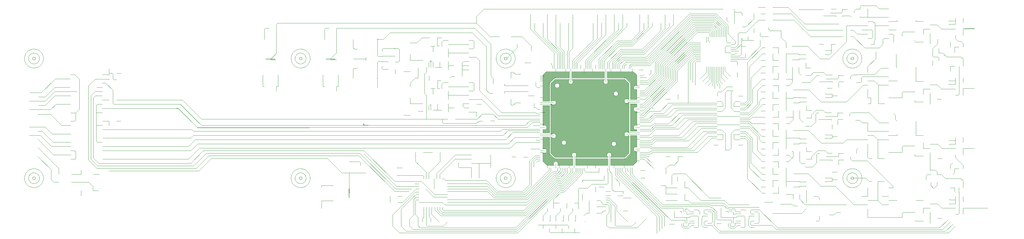
<source format=gtl>
*%FSLAX23Y23*%
*%MOIN*%
G01*
D12*
X10335Y7459D02*
X10349D01*
X10363D01*
X10369D01*
X10382D01*
X10389D01*
X10402D01*
X10408D01*
X10419D01*
X10469D02*
X10481D01*
X10487D01*
X10500D01*
X10507D01*
X10520D01*
X10526D01*
X10540D01*
X10546D01*
X10559D01*
X10566D01*
X10579D01*
X10586D01*
X10599D01*
X10605D01*
X10618D01*
X10625D01*
X10638D01*
X10644D01*
X10678D02*
X10684D01*
X10697D01*
X10704D01*
X10717D01*
X10723D01*
X10737D01*
X10743D01*
X10756D01*
X10763D01*
X10776D01*
X10782D01*
X10796D01*
X10802D01*
X10815D01*
X10822D01*
X10835D01*
X10841D01*
X10855D01*
X10861D01*
X10874D01*
X10881D01*
X10894D01*
X10900D01*
X10914D01*
X10920D01*
X10933D01*
X10940D01*
X10953D01*
X10960D01*
X10973D01*
X10979D01*
X10992D01*
X10999D01*
X11012D01*
X11018D01*
X11032D01*
X11038D01*
X11052D01*
X11058D01*
X11091D02*
X11097D01*
X11111D01*
X11117D01*
X11130D01*
X11137D01*
X11150D01*
X11156D01*
X11170D01*
X11176D01*
X11189D01*
X11196D01*
X11209D01*
X11215D01*
X11229D01*
X11235D01*
X11248D01*
X11255D01*
X11268D01*
X11274D01*
X11288D01*
X11294D01*
X11307D01*
X11314D01*
X11327D01*
X11334D01*
X11347D01*
X11361D01*
X10349Y7464D02*
X10330D01*
X10349D02*
X10363D01*
X10369D01*
X10382D01*
X10389D01*
X10402D01*
X10408D01*
X10419D01*
X10469D02*
X10481D01*
X10487D01*
X10500D01*
X10507D01*
X10520D01*
X10526D01*
X10540D01*
X10546D01*
X10559D01*
X10566D01*
X10579D01*
X10586D01*
X10599D01*
X10605D01*
X10618D01*
X10625D01*
X10638D01*
X10644D01*
X10678D02*
X10684D01*
X10697D01*
X10704D01*
X10717D01*
X10723D01*
X10737D01*
X10743D01*
X10756D01*
X10763D01*
X10776D01*
X10782D01*
X10796D01*
X10802D01*
X10815D01*
X10822D01*
X10835D01*
X10841D01*
X10855D01*
X10861D01*
X10874D01*
X10881D01*
X10894D01*
X10900D01*
X10914D01*
X10920D01*
X10933D01*
X10940D01*
X10953D01*
X10960D01*
X10973D01*
X10979D01*
X10992D01*
X10999D01*
X11012D01*
X11018D01*
X11032D01*
X11038D01*
X11052D01*
X11058D01*
X11091D02*
X11097D01*
X11111D01*
X11117D01*
X11130D01*
X11137D01*
X11150D01*
X11156D01*
X11170D01*
X11176D01*
X11189D01*
X11196D01*
X11209D01*
X11215D01*
X11229D01*
X11235D01*
X11248D01*
X11255D01*
X11268D01*
X11274D01*
X11288D01*
X11294D01*
X11307D01*
X11314D01*
X11327D01*
X11334D01*
X11347D01*
X11366D01*
X10419Y7469D02*
X10325D01*
X10469D02*
X10644D01*
X10678D02*
X11059D01*
X11091D02*
X11371D01*
X10419Y7474D02*
X10320D01*
X10469D02*
X10644D01*
X10678D02*
X11059D01*
X11091D02*
X11376D01*
X10419Y7479D02*
X10315D01*
X10469D02*
X10644D01*
X10678D02*
X11059D01*
X11091D02*
X11381D01*
X10419Y7484D02*
X10310D01*
X10469D02*
X10644D01*
X10678D02*
X11059D01*
X11091D02*
X11386D01*
X10419Y7489D02*
X10305D01*
X10469D02*
X10644D01*
X10678D02*
X11059D01*
X11091D02*
X11391D01*
X10419Y7494D02*
X10300D01*
X10419D02*
X10428D01*
X10460D02*
X10469D01*
X10644D01*
X10678D02*
X11059D01*
X11091D02*
X11396D01*
X10644Y7499D02*
X10295D01*
X10678D02*
X11059D01*
X11091D02*
X11401D01*
X10644Y7504D02*
X10293D01*
X10678D02*
X11059D01*
X11091D02*
X11403D01*
X10644Y7509D02*
X10293D01*
X10678D02*
X11059D01*
X11091D02*
X11403D01*
X10644Y7514D02*
X10293D01*
X10678D02*
X11059D01*
X11091D02*
X11403D01*
X10644Y7519D02*
X10293D01*
X10678D02*
X11059D01*
X11091D02*
X11403D01*
X10644Y7524D02*
X10293D01*
X10678D02*
X11059D01*
X11091D02*
X11403D01*
X10421Y7529D02*
X10293D01*
X10421D02*
X10630D01*
X10644D01*
X10678D02*
X10692D01*
X11045D01*
X11059D01*
X11091D02*
X11105D01*
X11274D01*
X11403D01*
X10416Y7534D02*
X10293D01*
X10421D02*
X10430D01*
X10440D01*
X10630D01*
X10644D01*
X10678D02*
X10692D01*
X11045D01*
X11059D01*
X11091D02*
X11105D01*
X11255D01*
X11265D01*
X11274D01*
X11279D02*
X11403D01*
X10411Y7539D02*
X10293D01*
X11284D02*
X11403D01*
X11314Y7456D02*
X11311D01*
X11327D02*
X11334D01*
X11294D02*
X11291D01*
X11307D02*
X11314D01*
X11274D02*
X11271D01*
X11288D02*
X11294D01*
X11255D02*
X11252D01*
X11268D02*
X11274D01*
X11235D02*
X11232D01*
X11248D02*
X11255D01*
X11215D02*
X11212D01*
X11229D02*
X11235D01*
X11196D02*
X11193D01*
X11209D02*
X11215D01*
X11176D02*
X11173D01*
X11189D02*
X11196D01*
X11156D02*
X11153D01*
X11170D02*
X11176D01*
X11137D02*
X11134D01*
X11150D02*
X11156D01*
X11117D02*
X11114D01*
X11130D02*
X11137D01*
X11097D02*
X11094D01*
X11111D02*
X11117D01*
X11097D02*
X11091D01*
X11058D02*
X11055D01*
X11038D02*
X11035D01*
X11052D02*
X11058D01*
X11018D02*
X11016D01*
X11032D02*
X11038D01*
X10999D02*
X10996D01*
X11012D02*
X11018D01*
X10979D02*
X10976D01*
X10992D02*
X10999D01*
X10960D02*
X10956D01*
X10973D02*
X10979D01*
X10940D02*
X10937D01*
X10953D02*
X10960D01*
X10920D02*
X10917D01*
X10933D02*
X10940D01*
X10900D02*
X10897D01*
X10914D02*
X10920D01*
X10881D02*
X10878D01*
X10894D02*
X10900D01*
X10861D02*
X10858D01*
X10874D02*
X10881D01*
X10841D02*
X10838D01*
X10855D02*
X10861D01*
X10822D02*
X10819D01*
X10835D02*
X10841D01*
X10802D02*
X10799D01*
X10815D02*
X10822D01*
X10782D02*
X10779D01*
X10796D02*
X10802D01*
X10763D02*
X10760D01*
X10776D02*
X10782D01*
X10743D02*
X10740D01*
X10756D02*
X10763D01*
X10723D02*
X10720D01*
X10737D02*
X10743D01*
X10704D02*
X10701D01*
X10717D02*
X10723D01*
X10684D02*
X10681D01*
X10697D02*
X10704D01*
X10684D02*
X10678D01*
X10644D02*
X10642D01*
X10625D02*
X10622D01*
X10638D02*
X10644D01*
X10605D02*
X10602D01*
X10618D02*
X10625D01*
X10586D02*
X10582D01*
X10599D02*
X10605D01*
X10566D02*
X10563D01*
X10579D02*
X10586D01*
X10546D02*
X10543D01*
X10559D02*
X10566D01*
X10526D02*
X10523D01*
X10540D02*
X10546D01*
X10507D02*
X10504D01*
X10520D02*
X10526D01*
X10487D02*
X10484D01*
X10500D02*
X10507D01*
X10464D02*
X10464D01*
X10481D02*
X10487D01*
X10408D02*
X10405D01*
X10389D02*
X10386D01*
X10402D02*
X10408D01*
X10369D02*
X10366D01*
X10382D02*
X10389D01*
X10349D02*
X10346D01*
X10363D02*
X10369D01*
X10349D02*
X10338D01*
X11330D02*
X11334D01*
X11347D02*
X11358D01*
X10456Y7498D02*
X10432D01*
X11042Y7535D02*
X11045D01*
X10630D02*
X10628D01*
X11105D02*
X11114D01*
X11254D01*
X11266D01*
X11274D01*
X10700D02*
X10692D01*
X10700D02*
X11036D01*
X11045D01*
X10421D02*
X10418D01*
X10421D02*
X10429D01*
X10441D01*
X10622D01*
X10630D01*
X10644D01*
X11045D02*
X11059D01*
X10692D02*
X10678D01*
X11091D02*
X11105D01*
X11334Y7456D02*
X11347D01*
X10363D02*
X10349D01*
X10369D02*
X10382D01*
X10389D02*
X10402D01*
X10422D02*
X10424D01*
X10422D02*
X10419D01*
X10408D01*
X10469D02*
X10481D01*
X10469D02*
X10467D01*
X10464D01*
X10487D02*
X10500D01*
X10507D02*
X10520D01*
X10526D02*
X10540D01*
X10546D02*
X10559D01*
X10566D02*
X10579D01*
X10586D02*
X10599D01*
X10605D02*
X10618D01*
X10625D02*
X10638D01*
X10684D02*
X10697D01*
X10704D02*
X10717D01*
X10723D02*
X10737D01*
X10743D02*
X10756D01*
X10763D02*
X10776D01*
X10782D02*
X10796D01*
X10802D02*
X10815D01*
X10822D02*
X10835D01*
X10841D02*
X10855D01*
X10861D02*
X10874D01*
X10881D02*
X10894D01*
X10900D02*
X10914D01*
X10920D02*
X10933D01*
X10940D02*
X10953D01*
X10960D02*
X10973D01*
X10979D02*
X10992D01*
X10999D02*
X11012D01*
X11018D02*
X11032D01*
X11038D02*
X11052D01*
X11058D02*
X11059D01*
X11097D02*
X11111D01*
X11117D02*
X11130D01*
X11137D02*
X11150D01*
X11156D02*
X11170D01*
X11176D02*
X11189D01*
X11196D02*
X11209D01*
X11215D02*
X11229D01*
X11235D02*
X11248D01*
X11255D02*
X11268D01*
X11274D02*
X11288D01*
X11294D02*
X11307D01*
X11314D02*
X11327D01*
X10406Y7544D02*
X10293D01*
X11289D02*
X11403D01*
X10401Y7549D02*
X10293D01*
X11294D02*
X11403D01*
X10396Y7554D02*
X10293D01*
X11299D02*
X11403D01*
X10391Y7559D02*
X10293D01*
X11304D02*
X11403D01*
X11289Y7555D02*
X11286D01*
X11289D02*
X11294D01*
X10406D02*
X10401D01*
X10406D02*
X10409D01*
X11281Y7550D02*
X11284D01*
X11289D01*
X10411D02*
X10406D01*
X10411D02*
X10414D01*
X11276Y7545D02*
X11279D01*
X11284D01*
X10411D02*
X10408D01*
X10411D02*
X10416D01*
X10419D01*
X11271Y7540D02*
X11274D01*
X11279D01*
X10416D02*
X10413D01*
X10416D02*
X10421D01*
X10424D01*
X10430Y7554D02*
X10644D01*
X10678D02*
X11059D01*
X11091D02*
X11265D01*
X10636Y7559D02*
X10425D01*
X10636D02*
X10644D01*
X10678D02*
X10686D01*
X11050D01*
X11058D01*
X11092D02*
X11100D01*
X11270D01*
X10644Y7549D02*
X10435D01*
X10678D02*
X11059D01*
X11091D02*
X11260D01*
X10386Y7564D02*
X10293D01*
X11309D02*
X11403D01*
X10381Y7569D02*
X10293D01*
X11314D02*
X11403D01*
X10376Y7574D02*
X10293D01*
X11319D02*
X11403D01*
X10371Y7579D02*
X10293D01*
X11324D02*
X11403D01*
X10371Y7584D02*
X10293D01*
X11324D02*
X11403D01*
X10371Y7589D02*
X10293D01*
X11324D02*
X11403D01*
X10370Y7594D02*
X10293D01*
X11325D02*
X11403D01*
X10365Y7599D02*
X10293D01*
X11330D02*
X11403D01*
X10370Y7604D02*
X10326D01*
X11325D02*
X11393D01*
X11403D01*
X10371Y7609D02*
X10335D01*
X11324D02*
X11393D01*
X11403D01*
X10371Y7614D02*
X10335D01*
X11324D02*
X11393D01*
X10371Y7619D02*
X10335D01*
X11324D02*
X11393D01*
X10371Y7624D02*
X10335D01*
X11324D02*
X11374D01*
X10371Y7629D02*
X10335D01*
X11324D02*
X11365D01*
X10371Y7634D02*
X10335D01*
X11324D02*
X11365D01*
X10371Y7639D02*
X10335D01*
X11324D02*
X11365D01*
X10371Y7644D02*
X10335D01*
X11324D02*
X11365D01*
X10335Y7649D02*
X10326D01*
X10335D02*
X10371D01*
X11324D02*
X11365D01*
X10371Y7654D02*
X10293D01*
X11324D02*
X11365D01*
X10371Y7659D02*
X10293D01*
X11324D02*
X11365D01*
X10371Y7664D02*
X10293D01*
X11324D02*
X11365D01*
X10371Y7669D02*
X10293D01*
X11324D02*
X11365D01*
X11374D01*
X10371Y7674D02*
X10293D01*
X11324D02*
X11403D01*
X10371Y7679D02*
X10293D01*
X11324D02*
X11403D01*
X10371Y7684D02*
X10293D01*
X11324D02*
X11403D01*
X10371Y7689D02*
X10293D01*
X11324D02*
X11403D01*
X10371Y7694D02*
X10293D01*
X11324D02*
X11403D01*
X10371Y7699D02*
X10293D01*
X11324D02*
X11403D01*
X10371Y7704D02*
X10293D01*
X11324D02*
X11403D01*
X10371Y7709D02*
X10293D01*
X11324D02*
X11403D01*
X10371Y7714D02*
X10293D01*
X11324D02*
X11403D01*
X10371Y7719D02*
X10293D01*
X11324D02*
X11403D01*
X10371Y7724D02*
X10293D01*
X11324D02*
X11403D01*
X10371Y7729D02*
X10293D01*
X11324D02*
X11403D01*
X10371Y7734D02*
X10293D01*
X11324D02*
X11403D01*
X10295Y7604D02*
X10293D01*
Y7650D02*
X10296D01*
X11378Y7622D02*
X11393D01*
X11402Y7672D02*
X11378D01*
X11402D02*
X11403D01*
X10322Y7602D02*
X10298D01*
Y7652D02*
X10322D01*
X10368Y7735D02*
X10371D01*
Y7730D02*
X10368D01*
X11393Y7612D02*
X11403D01*
X10371Y7690D02*
X10368D01*
Y7718D02*
X10371D01*
Y7685D02*
X10368D01*
Y7713D02*
X10371D01*
Y7675D02*
X10368D01*
Y7703D02*
X10371D01*
Y7670D02*
X10368D01*
Y7698D02*
X10371D01*
X10369Y7595D02*
X10368D01*
X10369D02*
X10371D01*
X11324D02*
X11326D01*
X11324Y7590D02*
X11321D01*
X10371D02*
X10368D01*
X10371D02*
X10374D01*
X10371Y7618D02*
X10368D01*
Y7585D02*
X10371D01*
Y7613D02*
X10368D01*
X11311Y7580D02*
X11314D01*
X11319D01*
X10381D02*
X10376D01*
X10381D02*
X10384D01*
X11306Y7575D02*
X11309D01*
X11314D01*
X10386D02*
X10381D01*
X10386D02*
X10389D01*
X11301Y7570D02*
X11304D01*
X11309D01*
X10391D02*
X10386D01*
X10391D02*
X10394D01*
X11296Y7565D02*
X11299D01*
X11304D01*
X10396D02*
X10391D01*
X10396D02*
X10399D01*
X11291Y7560D02*
X11294D01*
X11299D01*
X10401D02*
X10396D01*
X10401D02*
X10404D01*
X10420Y7564D02*
X10636D01*
X10686D02*
X11050D01*
X11100D02*
X11275D01*
X10636Y7569D02*
X10415D01*
X10686D02*
X11050D01*
X11100D02*
X11280D01*
X10636Y7574D02*
X10410D01*
X10686D02*
X11050D01*
X11100D02*
X11285D01*
X10636Y7579D02*
X10405D01*
X10686D02*
X11050D01*
X11100D02*
X11290D01*
X10636Y7584D02*
X10400D01*
X10686D02*
X11050D01*
X11100D02*
X11295D01*
X10636Y7589D02*
X10395D01*
X10686D02*
X11050D01*
X11100D02*
X11300D01*
X10636Y7594D02*
X10390D01*
X10686D02*
X11050D01*
X11100D02*
X11305D01*
X10636Y7599D02*
X10385D01*
X10636D02*
X10644D01*
X10678D02*
X10686D01*
X11050D01*
X11058D01*
X11092D02*
X11100D01*
X11310D01*
X10644Y7604D02*
X10385D01*
X10678D02*
X11059D01*
X11091D02*
X11310D01*
Y7609D02*
X10385D01*
Y7614D02*
X11310D01*
Y7619D02*
X10385D01*
Y7624D02*
X11310D01*
Y7629D02*
X10385D01*
Y7634D02*
X11310D01*
Y7639D02*
X10385D01*
Y7644D02*
X11310D01*
Y7649D02*
X10385D01*
Y7654D02*
X11310D01*
Y7659D02*
X10385D01*
Y7664D02*
X11310D01*
Y7669D02*
X10385D01*
Y7674D02*
X11310D01*
Y7679D02*
X10385D01*
Y7684D02*
X11118D01*
X11142D02*
X11310D01*
X11105Y7689D02*
X10385D01*
X11105D02*
X11112D01*
X11148D02*
X11155D01*
X11310D01*
X11105Y7694D02*
X10385D01*
X11155D02*
X11310D01*
X10528Y7699D02*
X10385D01*
X10552D02*
X11105D01*
X11155D02*
X11310D01*
X10515Y7704D02*
X10385D01*
X10515D02*
X10522D01*
X10558D02*
X10565D01*
X11105D01*
X11155D02*
X11310D01*
X10515Y7709D02*
X10385D01*
X10565D02*
X11105D01*
X11155D02*
X11310D01*
X10515Y7714D02*
X10385D01*
X10565D02*
X11105D01*
X11155D02*
X11310D01*
X10515Y7719D02*
X10385D01*
X10565D02*
X11105D01*
X11155D02*
X11310D01*
X10515Y7724D02*
X10385D01*
X10565D02*
X11105D01*
X11155D02*
X11310D01*
X10515Y7729D02*
X10385D01*
X10565D02*
X11105D01*
X11112D01*
X11148D02*
X11155D01*
X11310D01*
X10515Y7734D02*
X10385D01*
X10565D02*
X11118D01*
X11142D02*
X11310D01*
X11142D02*
X11118D01*
X10552Y7699D02*
X10528D01*
X11118Y7684D02*
X11142D01*
X11088Y7604D02*
X11062D01*
X10674D02*
X10648D01*
X10379Y7585D02*
X10376D01*
X10371D01*
X11319D02*
X11324D01*
X11319D02*
X11316D01*
X10371Y7739D02*
X10293D01*
X11324D02*
X11403D01*
X10371Y7744D02*
X10293D01*
X11324D02*
X11403D01*
X10371Y7749D02*
X10293D01*
X11324D02*
X11403D01*
X10371Y7754D02*
X10293D01*
X11324D02*
X11403D01*
X10515Y7739D02*
X10385D01*
X10565D02*
X11310D01*
X10515Y7744D02*
X10385D01*
X10515D02*
X10522D01*
X10558D02*
X10565D01*
X11310D01*
X10528Y7749D02*
X10385D01*
X10552D02*
X11310D01*
Y7754D02*
X10385D01*
X10371Y7759D02*
X10293D01*
X11324D02*
X11403D01*
X10371Y7764D02*
X10293D01*
X11324D02*
X11403D01*
X10371Y7769D02*
X10293D01*
X11324D02*
X11403D01*
X10371Y7774D02*
X10293D01*
X11324D02*
X11403D01*
X10371Y7779D02*
X10293D01*
X11324D02*
X11403D01*
X10371Y7784D02*
X10293D01*
X11324D02*
X11403D01*
Y7789D02*
X11324D01*
Y7794D02*
X11403D01*
Y7799D02*
X11324D01*
Y7804D02*
X11403D01*
X10371Y7844D02*
X10293D01*
Y7849D02*
X10371D01*
Y7854D02*
X10293D01*
Y7859D02*
X10371D01*
Y7864D02*
X10293D01*
X11324D02*
X11403D01*
X10371Y7869D02*
X10293D01*
X11324D02*
X11403D01*
X10371Y7874D02*
X10293D01*
X11324D02*
X11403D01*
X10371Y7879D02*
X10326D01*
X11324D02*
X11374D01*
X10335Y7884D02*
X10328D01*
X10335D02*
X10371D01*
X11324D02*
X11365D01*
X11372D01*
X10371Y7889D02*
X10335D01*
X11324D02*
X11365D01*
X10371Y7894D02*
X10335D01*
X11324D02*
X11365D01*
X10371Y7899D02*
X10335D01*
X11324D02*
X11365D01*
X10371Y7904D02*
X10335D01*
X11324D02*
X11365D01*
X10371Y7909D02*
X10335D01*
X11324D02*
X11365D01*
X10371Y7914D02*
X10335D01*
X11324D02*
X11365D01*
X10371Y7919D02*
X10335D01*
X11324D02*
X11365D01*
X10335Y7924D02*
X10326D01*
X10335D02*
X10371D01*
X11324D02*
X11365D01*
X11374D01*
X10371Y7929D02*
X10293D01*
X11324D02*
X11403D01*
X10296Y7880D02*
X10293D01*
Y7926D02*
X10295D01*
X11378Y7878D02*
X11402D01*
X11403D01*
X11402Y7928D02*
X11378D01*
X11402D02*
X11403D01*
X10322Y7878D02*
X10298D01*
Y7928D02*
X10322D01*
X11324Y7860D02*
X11403D01*
X10371Y7840D02*
X10293D01*
Y7788D02*
X10371D01*
X11324Y7808D02*
X11403D01*
X10371Y7774D02*
X10368D01*
Y7860D02*
X10371D01*
Y7840D02*
X10368D01*
Y7863D02*
X10371D01*
Y7858D02*
X10368D01*
Y7843D02*
X10371D01*
Y7770D02*
X10368D01*
Y7765D02*
X10371D01*
Y7763D02*
X10368D01*
Y7758D02*
X10371D01*
X10385Y7759D02*
X11310D01*
Y7764D02*
X10385D01*
Y7769D02*
X11310D01*
Y7774D02*
X10385D01*
Y7779D02*
X10408D01*
X10436D02*
X11310D01*
X10395Y7784D02*
X10385D01*
X10395D02*
X10402D01*
X10438D02*
X10445D01*
X11310D01*
Y7789D02*
X10445D01*
Y7794D02*
X11310D01*
X11264Y7799D02*
X10445D01*
X11292D02*
X11310D01*
X11255Y7804D02*
X10445D01*
X11255D02*
X11262D01*
X11298D02*
X11305D01*
X11255Y7809D02*
X10445D01*
Y7814D02*
X11255D01*
Y7819D02*
X10445D01*
X10395Y7824D02*
X10385D01*
X10395D02*
X10402D01*
X10438D02*
X10445D01*
X11255D01*
X10408Y7829D02*
X10385D01*
X10436D02*
X11255D01*
Y7834D02*
X10385D01*
Y7839D02*
X11255D01*
Y7844D02*
X10385D01*
X11255D02*
X11262D01*
X11298D02*
X11305D01*
X11264Y7849D02*
X10385D01*
X11292D02*
X11310D01*
Y7854D02*
X10385D01*
Y7859D02*
X11310D01*
Y7864D02*
X10385D01*
Y7869D02*
X11310D01*
Y7874D02*
X10385D01*
Y7879D02*
X11310D01*
Y7884D02*
X10385D01*
Y7889D02*
X11310D01*
Y7894D02*
X10385D01*
Y7899D02*
X11310D01*
Y7904D02*
X10385D01*
Y7909D02*
X11310D01*
Y7914D02*
X10385D01*
Y7919D02*
X11310D01*
Y7924D02*
X10385D01*
Y7929D02*
X11310D01*
X11305Y7808D02*
X11302D01*
X11305D02*
X11310D01*
X11305Y7840D02*
X11302D01*
X11305D02*
X11310D01*
X10395Y7788D02*
X10385D01*
X10395D02*
X10399D01*
X10395Y7820D02*
X10385D01*
X10395D02*
X10399D01*
X11268Y7849D02*
X11292D01*
X10432Y7829D02*
X10408D01*
X11268Y7799D02*
X11292D01*
X10432Y7779D02*
X10408D01*
X10528Y7749D02*
X10552D01*
X10371Y7934D02*
X10293D01*
X11324D02*
X11403D01*
X10371Y7939D02*
X10293D01*
X11324D02*
X11403D01*
X10371Y7944D02*
X10293D01*
X11324D02*
X11403D01*
X10371Y7949D02*
X10293D01*
X11324D02*
X11403D01*
X11310Y7934D02*
X10385D01*
Y7939D02*
X11310D01*
Y7944D02*
X10385D01*
Y7949D02*
X11310D01*
X10371Y7954D02*
X10293D01*
X11324D02*
X11403D01*
X10371Y7959D02*
X10293D01*
X11324D02*
X11403D01*
X10371Y7964D02*
X10293D01*
X11324D02*
X11403D01*
X10371Y7969D02*
X10293D01*
X11324D02*
X11403D01*
X10371Y7974D02*
X10293D01*
X11324D02*
X11403D01*
X10371Y7979D02*
X10293D01*
X11324D02*
X11403D01*
X10371Y7984D02*
X10293D01*
X11324D02*
X11403D01*
X10371Y7989D02*
X10293D01*
X11324D02*
X11403D01*
X10371Y7994D02*
X10293D01*
X11324D02*
X11403D01*
X10371Y7999D02*
X10293D01*
X11324D02*
X11403D01*
X10371Y8004D02*
X10293D01*
X11324D02*
X11403D01*
X10371Y8009D02*
X10293D01*
X11324D02*
X11403D01*
X10371Y8014D02*
X10293D01*
X11324D02*
X11403D01*
X10371Y8019D02*
X10293D01*
X11324D02*
X11403D01*
X10371Y8024D02*
X10293D01*
X11324D02*
X11403D01*
X10371Y8029D02*
X10293D01*
X11324D02*
X11403D01*
X10371Y8034D02*
X10293D01*
X11324D02*
X11403D01*
X10371Y8039D02*
X10293D01*
X11324D02*
X11403D01*
X10371Y8044D02*
X10293D01*
X11324D02*
X11403D01*
X10371Y8049D02*
X10293D01*
X11324D02*
X11403D01*
X10371Y8054D02*
X10293D01*
X11324D02*
X11403D01*
X10371Y8059D02*
X10293D01*
X11324D02*
X11403D01*
X10371Y8064D02*
X10293D01*
X11324D02*
X11403D01*
X10371Y8069D02*
X10293D01*
X11324D02*
X11403D01*
X10371Y8074D02*
X10293D01*
X11324D02*
X11403D01*
X10371Y8079D02*
X10293D01*
X11324D02*
X11403D01*
X10371Y8084D02*
X10293D01*
X11324D02*
X11403D01*
X10371Y8089D02*
X10293D01*
X11324D02*
X11403D01*
X10371Y8094D02*
X10293D01*
X11324D02*
X11374D01*
X11403D01*
X10371Y8099D02*
X10293D01*
X11324D02*
X11365D01*
X11374D01*
X10371Y8104D02*
X10293D01*
X11324D02*
X11365D01*
X10371Y8109D02*
X10293D01*
X11324D02*
X11365D01*
X10371Y8114D02*
X10293D01*
X11324D02*
X11365D01*
X10371Y8119D02*
X10293D01*
X11324D02*
X11365D01*
X10371Y8124D02*
X10293D01*
X11324D02*
X11365D01*
X11378Y8095D02*
X11402D01*
X11403D01*
X11310Y8019D02*
X10385D01*
Y7954D02*
X11310D01*
Y7959D02*
X10385D01*
Y7964D02*
X11310D01*
Y7969D02*
X10385D01*
Y7974D02*
X11310D01*
Y7979D02*
X10385D01*
Y7984D02*
X11310D01*
Y7989D02*
X10385D01*
Y7994D02*
X11310D01*
Y7999D02*
X10385D01*
Y8004D02*
X11310D01*
Y8009D02*
X10385D01*
Y8014D02*
X11310D01*
Y8024D02*
X10385D01*
Y8029D02*
X11310D01*
Y8034D02*
X10385D01*
Y8039D02*
X11310D01*
Y8044D02*
X10385D01*
Y8049D02*
X11310D01*
Y8054D02*
X10385D01*
Y8059D02*
X11310D01*
Y8064D02*
X10385D01*
Y8069D02*
X11310D01*
Y8074D02*
X10385D01*
Y8079D02*
X11310D01*
Y8084D02*
X10385D01*
Y8089D02*
X11310D01*
Y8094D02*
X10385D01*
Y8099D02*
X11310D01*
Y8104D02*
X10385D01*
Y8109D02*
X11310D01*
Y8114D02*
X10385D01*
Y8119D02*
X11310D01*
Y8124D02*
X10385D01*
X10371Y8129D02*
X10293D01*
X11324D02*
X11365D01*
X10371Y8134D02*
X10293D01*
X11324D02*
X11365D01*
X10371Y8139D02*
X10293D01*
X11324D02*
X11365D01*
X11372D01*
X10371Y8144D02*
X10293D01*
X11324D02*
X11374D01*
X11378Y8145D02*
X11402D01*
X11403D01*
X11310Y8129D02*
X10385D01*
Y8134D02*
X11310D01*
Y8139D02*
X10385D01*
Y8144D02*
X11310D01*
X10371Y8149D02*
X10293D01*
X11324D02*
X11403D01*
X10371Y8154D02*
X10293D01*
X11324D02*
X11403D01*
X10371Y8159D02*
X10293D01*
X11324D02*
X11403D01*
Y8164D02*
X11324D01*
Y8169D02*
X11403D01*
Y8174D02*
X11324D01*
Y8179D02*
X11403D01*
X10371Y8219D02*
X10293D01*
Y8224D02*
X10371D01*
Y8229D02*
X10293D01*
Y8234D02*
X10371D01*
Y8239D02*
X10293D01*
X11324D02*
X11403D01*
X10371Y8244D02*
X10293D01*
X11324D02*
X11403D01*
X10371Y8249D02*
X10293D01*
X11324D02*
X11403D01*
X10371Y8254D02*
X10293D01*
X11324D02*
X11403D01*
X10371Y8259D02*
X10293D01*
X11324D02*
X11403D01*
X10371Y8264D02*
X10293D01*
X11324D02*
X11403D01*
X10371Y8269D02*
X10293D01*
X11324D02*
X11403D01*
X10371Y8274D02*
X10293D01*
X11324D02*
X11403D01*
X10371Y8279D02*
X10293D01*
X11324D02*
X11403D01*
X10371Y8284D02*
X10293D01*
X11324D02*
X11403D01*
X10371Y8289D02*
X10293D01*
X11324D02*
X11403D01*
X10371Y8294D02*
X10293D01*
X11324D02*
X11403D01*
X10371Y8299D02*
X10293D01*
X11324D02*
X11403D01*
X10371Y8304D02*
X10293D01*
X11324D02*
X11403D01*
X10371Y8309D02*
X10293D01*
X11324D02*
X11403D01*
X10371Y8314D02*
X10293D01*
X11324D02*
X11403D01*
X10371Y8319D02*
X10293D01*
X11324D02*
X11403D01*
X10371Y8315D02*
X10368D01*
Y8310D02*
X10371D01*
X11324Y8182D02*
X11403D01*
X10371Y8214D02*
X10293D01*
X10368Y8228D02*
X10371D01*
Y8270D02*
X10368D01*
Y8298D02*
X10371D01*
Y8265D02*
X10368D01*
Y8293D02*
X10371D01*
Y8225D02*
X10368D01*
Y8253D02*
X10371D01*
Y8243D02*
X10368D01*
Y8238D02*
X10371D01*
Y8233D02*
X10368D01*
Y8160D02*
X10371D01*
Y8162D02*
X10293D01*
X10385Y8274D02*
X11310D01*
Y8149D02*
X10385D01*
Y8154D02*
X11310D01*
Y8159D02*
X10385D01*
Y8164D02*
X11310D01*
Y8169D02*
X10385D01*
Y8174D02*
X10406D01*
X10436D02*
X11310D01*
X10395Y8179D02*
X10385D01*
X10395D02*
X10402D01*
X10438D02*
X10445D01*
X11310D01*
Y8184D02*
X10445D01*
Y8189D02*
X11310D01*
X11264Y8194D02*
X10445D01*
X11294D02*
X11310D01*
X11255Y8199D02*
X10445D01*
X11255D02*
X11262D01*
X11298D02*
X11305D01*
X11255Y8204D02*
X10445D01*
Y8209D02*
X11255D01*
Y8214D02*
X10445D01*
X10395Y8219D02*
X10385D01*
X10395D02*
X10404D01*
X10436D02*
X10445D01*
X11255D01*
X10436Y8224D02*
X10385D01*
X10436D02*
X11255D01*
Y8229D02*
X10385D01*
Y8234D02*
X11255D01*
Y8239D02*
X10385D01*
X11255D02*
X11264D01*
X11296D02*
X11305D01*
X11310Y8244D02*
X10385D01*
Y8249D02*
X11310D01*
Y8254D02*
X10385D01*
Y8259D02*
X11310D01*
Y8264D02*
X10385D01*
Y8269D02*
X11310D01*
X11142Y8279D02*
X10385D01*
X11168D02*
X11310D01*
X11130Y8284D02*
X10385D01*
X11130D02*
X11138D01*
X11172D02*
X11180D01*
X11310D01*
X11130Y8289D02*
X10385D01*
X11180D02*
X11310D01*
X11130Y8294D02*
X10385D01*
X11180D02*
X11310D01*
X11130Y8299D02*
X10385D01*
X11180D02*
X11310D01*
X11130Y8304D02*
X10385D01*
X11180D02*
X11310D01*
X11130Y8309D02*
X10385D01*
X11180D02*
X11310D01*
X11130Y8314D02*
X10385D01*
X11180D02*
X11310D01*
X11130Y8319D02*
X10385D01*
X11180D02*
X11310D01*
X11292Y8193D02*
X11268D01*
Y8243D02*
X11292D01*
X10432Y8173D02*
X10408D01*
Y8223D02*
X10432D01*
X11302Y8202D02*
X11305D01*
X11310D01*
X11305Y8234D02*
X11302D01*
X11305D02*
X11310D01*
X10395Y8182D02*
X10385D01*
X10395D02*
X10399D01*
X10395Y8214D02*
X10385D01*
X10395D02*
X10399D01*
X11142Y8279D02*
X11168D01*
X11324Y8234D02*
X11403D01*
X10371Y8324D02*
X10293D01*
X11324D02*
X11403D01*
X10371Y8329D02*
X10293D01*
X11324D02*
X11403D01*
X10371Y8334D02*
X10293D01*
X11324D02*
X11403D01*
X10371Y8339D02*
X10293D01*
X11324D02*
X11403D01*
X10371Y8338D02*
X10368D01*
X10385Y8324D02*
X11130D01*
X11138D01*
X11172D02*
X11180D01*
X11310D01*
X11142Y8329D02*
X10385D01*
X11168D02*
X11310D01*
Y8334D02*
X10385D01*
Y8339D02*
X11310D01*
X10371Y8344D02*
X10293D01*
X11324D02*
X11403D01*
X10371Y8349D02*
X10293D01*
X11324D02*
X11374D01*
X11403D01*
X10371Y8354D02*
X10293D01*
X11324D02*
X11365D01*
X11374D01*
X10371Y8359D02*
X10293D01*
X11324D02*
X11365D01*
X10371Y8364D02*
X10293D01*
X11324D02*
X11365D01*
X10371Y8369D02*
X10293D01*
X11324D02*
X11365D01*
X10371Y8374D02*
X10293D01*
X11324D02*
X11365D01*
X10371Y8379D02*
X10293D01*
X11324D02*
X11365D01*
X10371Y8384D02*
X10293D01*
X11324D02*
X11365D01*
X10371Y8389D02*
X10293D01*
X11324D02*
X11365D01*
X10371Y8394D02*
X10293D01*
X11324D02*
X11365D01*
X11372D01*
X10371Y8399D02*
X10293D01*
X11324D02*
X11374D01*
X10371Y8404D02*
X10293D01*
X11324D02*
X11403D01*
X10371Y8409D02*
X10293D01*
X11324D02*
X11403D01*
X10371Y8414D02*
X10293D01*
X11324D02*
X11403D01*
X10370Y8419D02*
X10293D01*
X11325D02*
X11403D01*
X10365Y8424D02*
X10293D01*
X11330D02*
X11403D01*
X10370Y8429D02*
X10293D01*
X11325D02*
X11403D01*
X10371Y8434D02*
X10293D01*
X11324D02*
X11403D01*
X10371Y8439D02*
X10293D01*
X11324D02*
X11403D01*
X10371Y8444D02*
X10293D01*
X11324D02*
X11403D01*
X10376Y8449D02*
X10293D01*
X11319D02*
X11403D01*
X10381Y8454D02*
X10293D01*
X11314D02*
X11403D01*
X10386Y8459D02*
X10293D01*
X11309D02*
X11403D01*
X10391Y8464D02*
X10293D01*
X11304D02*
X11403D01*
X10396Y8469D02*
X10293D01*
X11299D02*
X11403D01*
X10401Y8474D02*
X10293D01*
X11294D02*
X11403D01*
X10406Y8479D02*
X10293D01*
X11289D02*
X11403D01*
X10411Y8484D02*
X10293D01*
X11284D02*
X11403D01*
X10416Y8489D02*
X10293D01*
X10421D02*
X10430D01*
X10440D01*
X10591D01*
X10605D01*
X10637D02*
X10651D01*
X11005D01*
X11019D01*
X11051D02*
X11065D01*
X11255D01*
X11265D01*
X11274D01*
X11279D02*
X11403D01*
X10421Y8494D02*
X10293D01*
X10421D02*
X10591D01*
X10605D01*
X10637D02*
X10651D01*
X11005D01*
X11019D01*
X11051D02*
X11065D01*
X11274D01*
X11403D01*
X10605Y8499D02*
X10293D01*
X10637D02*
X11019D01*
X11051D02*
X11403D01*
X10605Y8504D02*
X10293D01*
X10637D02*
X11019D01*
X11051D02*
X11403D01*
X10605Y8509D02*
X10293D01*
X10637D02*
X11019D01*
X11051D02*
X11403D01*
X10605Y8514D02*
X10293D01*
X10637D02*
X11019D01*
X11051D02*
X11403D01*
X11402Y8350D02*
X11378D01*
X11402D02*
X11403D01*
X11402Y8400D02*
X11378D01*
X11402D02*
X11403D01*
X11005Y8488D02*
X11002D01*
X10591D02*
X10588D01*
X11065D02*
X11254D01*
X11266D01*
X11274D01*
X11005D02*
X10651D01*
X10421D02*
X10418D01*
X10421D02*
X10429D01*
X10441D01*
X10591D01*
X11271Y8483D02*
X11274D01*
X11279D01*
X10416D02*
X10413D01*
X10416D02*
X10421D01*
X10424D01*
X11276Y8478D02*
X11279D01*
X11284D01*
X10411D02*
X10408D01*
X10411D02*
X10416D01*
X10419D01*
X11281Y8473D02*
X11284D01*
X11289D01*
X10411D02*
X10406D01*
X10411D02*
X10414D01*
X11286Y8468D02*
X11289D01*
X11294D01*
X10406D02*
X10401D01*
X10406D02*
X10409D01*
X11291Y8463D02*
X11294D01*
X11299D01*
X10401D02*
X10396D01*
X10401D02*
X10404D01*
X11296Y8458D02*
X11299D01*
X11304D01*
X10396D02*
X10391D01*
X10396D02*
X10399D01*
X11301Y8453D02*
X11304D01*
X11309D01*
X10391D02*
X10386D01*
X10391D02*
X10394D01*
X11306Y8448D02*
X11309D01*
X11314D01*
X10386D02*
X10381D01*
X10386D02*
X10389D01*
X11311Y8443D02*
X11314D01*
X11319D01*
X10381D02*
X10376D01*
X10381D02*
X10384D01*
X10371Y8410D02*
X10368D01*
Y8438D02*
X10371D01*
X11321Y8433D02*
X11324D01*
X10371Y8405D02*
X10368D01*
Y8433D02*
X10371D01*
X10374D01*
X11324Y8428D02*
X11326D01*
X10371D02*
X10369D01*
X10368Y8365D02*
X10371D01*
Y8393D02*
X10368D01*
Y8360D02*
X10371D01*
Y8388D02*
X10368D01*
Y8343D02*
X10371D01*
X10385Y8344D02*
X11310D01*
Y8349D02*
X10385D01*
Y8354D02*
X11310D01*
Y8359D02*
X10385D01*
Y8364D02*
X11310D01*
Y8369D02*
X10385D01*
Y8374D02*
X10448D01*
X10472D02*
X11310D01*
X10435Y8379D02*
X10385D01*
X10435D02*
X10442D01*
X10478D02*
X10485D01*
X11310D01*
X10435Y8384D02*
X10385D01*
X10485D02*
X11310D01*
X10435Y8389D02*
X10385D01*
X10485D02*
X11310D01*
X10435Y8394D02*
X10385D01*
X10485D02*
X11310D01*
X10435Y8399D02*
X10385D01*
X10485D02*
X11310D01*
X10435Y8404D02*
X10385D01*
X10485D02*
X11310D01*
X10435Y8409D02*
X10385D01*
X10485D02*
X11310D01*
X10435Y8414D02*
X10385D01*
X10485D02*
X11310D01*
X10435Y8419D02*
X10385D01*
X10435D02*
X10442D01*
X10478D02*
X10485D01*
X10605D01*
X10637D02*
X11019D01*
X11051D02*
X11310D01*
X10448Y8424D02*
X10385D01*
X10472D02*
X10596D01*
X10604D01*
X10638D02*
X10646D01*
X11010D01*
X11018D01*
X11052D02*
X11060D01*
X11310D01*
X10596Y8429D02*
X10390D01*
X10646D02*
X11010D01*
X11060D02*
X11305D01*
X10596Y8434D02*
X10395D01*
X10646D02*
X11010D01*
X11060D02*
X11300D01*
X10596Y8439D02*
X10400D01*
X10646D02*
X11010D01*
X11060D02*
X11295D01*
X10596Y8444D02*
X10405D01*
X10646D02*
X11010D01*
X11060D02*
X11290D01*
X10596Y8449D02*
X10410D01*
X10646D02*
X11010D01*
X11060D02*
X11285D01*
X10596Y8454D02*
X10415D01*
X10646D02*
X11010D01*
X11060D02*
X11280D01*
X10596Y8459D02*
X10420D01*
X10646D02*
X11010D01*
X11060D02*
X11275D01*
X10596Y8464D02*
X10425D01*
X10596D02*
X10604D01*
X10638D02*
X10646D01*
X11010D01*
X11018D01*
X11052D02*
X11060D01*
X11270D01*
X10605Y8469D02*
X10430D01*
X10637D02*
X11019D01*
X11051D02*
X11265D01*
X10605Y8474D02*
X10435D01*
X10637D02*
X11019D01*
X11051D02*
X11260D01*
X10472Y8424D02*
X10448D01*
X11022Y8419D02*
X11048D01*
X10634D02*
X10608D01*
X10472Y8374D02*
X10448D01*
X11142Y8329D02*
X11168D01*
X10379Y8438D02*
X10376D01*
X10371D01*
X11319D02*
X11324D01*
X11319D02*
X11316D01*
X10605Y8488D02*
X10591D01*
X11005D02*
X11019D01*
X10651D02*
X10637D01*
X11051D02*
X11065D01*
X10605Y8519D02*
X10293D01*
X10637D02*
X11019D01*
X11051D02*
X11403D01*
X10605Y8524D02*
X10293D01*
X10637D02*
X11019D01*
X11051D02*
X11400D01*
X10605Y8529D02*
X10297D01*
X10637D02*
X11019D01*
X11051D02*
X11395D01*
X10605Y8534D02*
X10302D01*
X10637D02*
X11019D01*
X11051D02*
X11390D01*
X10605Y8539D02*
X10307D01*
X10637D02*
X11019D01*
X11051D02*
X11385D01*
X10605Y8544D02*
X10312D01*
X10637D02*
X11019D01*
X11051D02*
X11380D01*
X10605Y8549D02*
X10317D01*
X10637D02*
X11019D01*
X11051D02*
X11375D01*
X10605Y8554D02*
X10322D01*
X10637D02*
X11019D01*
X11051D02*
X11370D01*
X10349Y8559D02*
X10330D01*
X10349D02*
X10363D01*
X10369D01*
X10382D01*
X10389D01*
X10402D01*
X10408D01*
X10422D01*
X10428D01*
X10441D01*
X10448D01*
X10461D01*
X10467D01*
X10481D01*
X10487D01*
X10500D01*
X10507D01*
X10520D01*
X10526D01*
X10540D01*
X10546D01*
X10559D01*
X10566D01*
X10579D01*
X10586D01*
X10599D01*
X10605D01*
X10638D02*
X10644D01*
X10658D01*
X10664D01*
X10678D01*
X10684D01*
X10697D01*
X10704D01*
X10717D01*
X10723D01*
X10737D01*
X10743D01*
X10756D01*
X10763D01*
X10776D01*
X10782D01*
X10796D01*
X10802D01*
X10815D01*
X10822D01*
X10835D01*
X10841D01*
X10855D01*
X10861D01*
X10874D01*
X10881D01*
X10894D01*
X10900D01*
X10914D01*
X10920D01*
X10933D01*
X10940D01*
X10953D01*
X10960D01*
X10973D01*
X10979D01*
X10992D01*
X10999D01*
X11012D01*
X11018D01*
X11052D02*
X11058D01*
X11071D01*
X11078D01*
X11091D01*
X11097D01*
X11111D01*
X11117D01*
X11130D01*
X11137D01*
X11150D01*
X11156D01*
X11170D01*
X11176D01*
X11189D01*
X11196D01*
X11209D01*
X11215D01*
X11229D01*
X11235D01*
X11248D01*
X11255D01*
X11268D01*
X11274D01*
X11288D01*
X11294D01*
X11307D01*
X11314D01*
X11327D01*
X11334D01*
X11347D01*
X11365D01*
X10349Y8564D02*
X10332D01*
X10349D02*
X10363D01*
X10369D01*
X10382D01*
X10389D01*
X10402D01*
X10408D01*
X10422D01*
X10428D01*
X10441D01*
X10448D01*
X10461D01*
X10467D01*
X10481D01*
X10487D01*
X10500D01*
X10507D01*
X10520D01*
X10526D01*
X10540D01*
X10546D01*
X10559D01*
X10566D01*
X10579D01*
X10586D01*
X10599D01*
X10605D01*
X10638D02*
X10644D01*
X10658D01*
X10664D01*
X10678D01*
X10684D01*
X10697D01*
X10704D01*
X10717D01*
X10723D01*
X10737D01*
X10743D01*
X10756D01*
X10763D01*
X10776D01*
X10782D01*
X10796D01*
X10802D01*
X10815D01*
X10822D01*
X10835D01*
X10841D01*
X10855D01*
X10861D01*
X10874D01*
X10881D01*
X10894D01*
X10900D01*
X10914D01*
X10920D01*
X10933D01*
X10940D01*
X10953D01*
X10960D01*
X10973D01*
X10979D01*
X10992D01*
X10999D01*
X11012D01*
X11018D01*
X11052D02*
X11058D01*
X11071D01*
X11078D01*
X11091D01*
X11097D01*
X11111D01*
X11117D01*
X11130D01*
X11137D01*
X11150D01*
X11156D01*
X11170D01*
X11176D01*
X11189D01*
X11196D01*
X11209D01*
X11215D01*
X11229D01*
X11235D01*
X11248D01*
X11255D01*
X11268D01*
X11274D01*
X11288D01*
X11294D01*
X11307D01*
X11314D01*
X11327D01*
X11334D01*
X11347D01*
X11360D01*
X10349Y8566D02*
X10334D01*
X10346D02*
X10349D01*
X10363D02*
X10369D01*
X10366D01*
X10382D02*
X10389D01*
X10386D01*
X10402D02*
X10408D01*
X10405D01*
X10422D02*
X10428D01*
X10425D01*
X10441D02*
X10448D01*
X10445D01*
X10461D02*
X10467D01*
X10464D01*
X10481D02*
X10487D01*
X10484D01*
X10500D02*
X10507D01*
X10504D01*
X10520D02*
X10526D01*
X10523D01*
X10540D02*
X10546D01*
X10543D01*
X10559D02*
X10566D01*
X10563D01*
X10579D02*
X10586D01*
X10582D01*
X10599D02*
X10605D01*
X10602D01*
X10638D02*
X10644D01*
X10642D01*
X10658D02*
X10664D01*
X10661D01*
X10678D02*
X10684D01*
X10681D01*
X10697D02*
X10704D01*
X10701D01*
X10717D02*
X10723D01*
X10720D01*
X10737D02*
X10743D01*
X10740D01*
X10756D02*
X10763D01*
X10760D01*
X10776D02*
X10782D01*
X10779D01*
X10796D02*
X10802D01*
X10799D01*
X10815D02*
X10822D01*
X10819D01*
X10835D02*
X10841D01*
X10838D01*
X10855D02*
X10861D01*
X10858D01*
X10874D02*
X10881D01*
X10878D01*
X10894D02*
X10900D01*
X10897D01*
X10914D02*
X10920D01*
X10917D01*
X10933D02*
X10940D01*
X10937D01*
X10953D02*
X10960D01*
X10956D01*
X10973D02*
X10979D01*
X10976D01*
X10992D02*
X10999D01*
X10996D01*
X11012D02*
X11018D01*
X11016D01*
X11052D02*
X11058D01*
X11055D01*
X11071D02*
X11078D01*
X11075D01*
X11091D02*
X11097D01*
X11094D01*
X11111D02*
X11117D01*
X11114D01*
X11130D02*
X11137D01*
X11134D01*
X11150D02*
X11156D01*
X11153D01*
X11170D02*
X11176D01*
X11173D01*
X11189D02*
X11196D01*
X11193D01*
X11209D02*
X11215D01*
X11212D01*
X11229D02*
X11235D01*
X11232D01*
X11248D02*
X11255D01*
X11252D01*
X11268D02*
X11274D01*
X11271D01*
X11288D02*
X11294D01*
X11291D01*
X11307D02*
X11314D01*
X11311D01*
X11327D02*
X11334D01*
X11330D01*
X11347D02*
X11358D01*
X11347D02*
X11334D01*
X11327D02*
X11314D01*
X11307D02*
X11294D01*
X11288D02*
X11274D01*
X11268D02*
X11255D01*
X11248D02*
X11235D01*
X11229D02*
X11215D01*
X11209D02*
X11196D01*
X11189D02*
X11176D01*
X11170D02*
X11156D01*
X11150D02*
X11137D01*
X11130D02*
X11117D01*
X11111D02*
X11097D01*
X11091D02*
X11078D01*
X11071D02*
X11058D01*
X11052D02*
X11051D01*
X11019D02*
X11018D01*
X11012D02*
X10999D01*
X10992D02*
X10979D01*
X10973D02*
X10960D01*
X10953D02*
X10940D01*
X10933D02*
X10920D01*
X10914D02*
X10900D01*
X10894D02*
X10881D01*
X10874D02*
X10861D01*
X10855D02*
X10841D01*
X10835D02*
X10822D01*
X10815D02*
X10802D01*
X10796D02*
X10782D01*
X10776D02*
X10763D01*
X10756D02*
X10743D01*
X10737D02*
X10723D01*
X10717D02*
X10704D01*
X10697D02*
X10684D01*
X10678D02*
X10664D01*
X10658D02*
X10644D01*
X10638D02*
X10637D01*
X10599D02*
X10586D01*
X10579D02*
X10566D01*
X10559D02*
X10546D01*
X10540D02*
X10526D01*
X10520D02*
X10507D01*
X10500D02*
X10487D01*
X10481D02*
X10467D01*
X10461D02*
X10448D01*
X10441D02*
X10428D01*
X10422D02*
X10408D01*
X10402D02*
X10389D01*
X10382D02*
X10369D01*
X10363D02*
X10349D01*
X10293Y7512D02*
Y7501D01*
Y7509D02*
Y7512D01*
Y7526D02*
Y7532D01*
Y7529D01*
Y7545D02*
Y7552D01*
Y7549D01*
Y7565D02*
Y7571D01*
Y7568D01*
Y7585D02*
Y7591D01*
Y7588D01*
Y7647D02*
Y7648D01*
Y7663D02*
Y7670D01*
Y7667D01*
Y7683D02*
Y7689D01*
Y7686D01*
Y7703D02*
Y7709D01*
Y7706D01*
Y7722D02*
Y7729D01*
Y7726D01*
Y7742D02*
Y7748D01*
Y7746D01*
Y7762D02*
Y7768D01*
Y7765D01*
Y7782D02*
Y7788D01*
Y7785D01*
Y7840D02*
Y7847D01*
Y7844D01*
Y7860D02*
Y7867D01*
Y7864D01*
Y7923D02*
Y7924D01*
Y7939D02*
Y7945D01*
Y7942D01*
Y7959D02*
Y7965D01*
Y7962D01*
Y7978D02*
Y7985D01*
Y7982D01*
Y7998D02*
Y8004D01*
Y8001D01*
Y8018D02*
Y8024D01*
Y8021D01*
Y8037D02*
Y8044D01*
Y8041D01*
Y8057D02*
Y8063D01*
Y8060D01*
Y8077D02*
Y8083D01*
Y8080D01*
Y8096D02*
Y8103D01*
Y8100D01*
Y8116D02*
Y8122D01*
Y8159D02*
Y8162D01*
Y8122D02*
Y8120D01*
Y8136D02*
Y8142D01*
Y8139D01*
Y8156D02*
Y8162D01*
Y8214D02*
Y8221D01*
Y8218D01*
Y8234D02*
Y8241D01*
Y8238D01*
Y8254D02*
Y8260D01*
Y8257D01*
Y8274D02*
Y8280D01*
Y8277D01*
Y8293D02*
Y8300D01*
Y8297D01*
Y8313D02*
Y8319D01*
Y8316D01*
Y8333D02*
Y8339D01*
Y8336D01*
Y8352D02*
Y8359D01*
Y8356D01*
Y8372D02*
Y8378D01*
Y8375D01*
Y8392D02*
Y8398D01*
Y8395D01*
Y8411D02*
Y8418D01*
Y8415D01*
Y8431D02*
Y8437D01*
Y8434D01*
Y8451D02*
Y8457D01*
Y8454D01*
Y8470D02*
Y8477D01*
Y8474D01*
Y8490D02*
Y8496D01*
Y8494D01*
Y8510D02*
Y8525D01*
Y8510D02*
Y8496D01*
Y8490D02*
Y8477D01*
Y8470D02*
Y8457D01*
Y8451D02*
Y8437D01*
Y8431D02*
Y8418D01*
Y8411D02*
Y8398D01*
Y8392D02*
Y8378D01*
Y8372D02*
Y8359D01*
Y8352D02*
Y8339D01*
Y8333D02*
Y8319D01*
Y8313D02*
Y8300D01*
Y8293D02*
Y8280D01*
Y8274D02*
Y8260D01*
Y8254D02*
Y8241D01*
Y8234D02*
Y8221D01*
Y8162D02*
Y8162D01*
Y8156D02*
Y8142D01*
Y8136D02*
Y8122D01*
Y8116D02*
Y8103D01*
Y8096D02*
Y8083D01*
Y8077D02*
Y8063D01*
Y8057D02*
Y8044D01*
Y8037D02*
Y8024D01*
Y8018D02*
Y8004D01*
Y7998D02*
Y7985D01*
Y7978D02*
Y7965D01*
Y7959D02*
Y7945D01*
Y7939D02*
Y7928D01*
Y7926D01*
Y7924D01*
Y7882D02*
Y7880D01*
Y7878D01*
Y7867D01*
Y7860D02*
Y7847D01*
Y7840D02*
Y7840D01*
Y7782D02*
Y7768D01*
Y7762D02*
Y7748D01*
Y7742D02*
Y7729D01*
Y7722D02*
Y7709D01*
Y7703D02*
Y7689D01*
Y7683D02*
Y7670D01*
Y7663D02*
Y7652D01*
Y7650D01*
Y7648D01*
Y7606D02*
Y7604D01*
Y7602D01*
Y7591D01*
Y7585D02*
Y7571D01*
Y7565D02*
Y7552D01*
Y7545D02*
Y7532D01*
Y7526D02*
Y7512D01*
X10298Y7602D02*
X10295Y7604D01*
X10293Y7606D01*
X10298Y7878D02*
X10296Y7880D01*
X10293Y7882D01*
X10301Y7493D02*
X10330Y7464D01*
X10301Y7493D02*
X10293Y7501D01*
Y7648D02*
X10298Y7652D01*
X10293Y7924D02*
X10298Y7928D01*
X10293Y8525D02*
X10298Y8530D01*
X10330Y8562D01*
X10422Y7458D02*
Y7456D01*
X10335Y7614D02*
Y7640D01*
X10419Y7486D02*
Y7460D01*
X10335Y7890D02*
Y7916D01*
X10421Y8480D02*
Y8483D01*
Y8488D01*
X10416Y8478D02*
Y8475D01*
Y8478D02*
Y8483D01*
X10411Y8473D02*
Y8470D01*
Y8473D02*
Y8478D01*
X10406Y8468D02*
Y8465D01*
Y8468D02*
Y8473D01*
X10401Y8463D02*
Y8460D01*
Y8463D02*
Y8468D01*
X10396Y8458D02*
Y8455D01*
Y8458D02*
Y8463D01*
X10391Y8453D02*
Y8450D01*
Y8453D02*
Y8458D01*
X10386Y8448D02*
Y8445D01*
Y8448D02*
Y8453D01*
X10381Y8443D02*
Y8440D01*
Y8443D02*
Y8448D01*
X10376Y8438D02*
Y8435D01*
Y8438D02*
Y8443D01*
X10371Y8408D02*
Y8407D01*
Y8403D02*
Y8402D01*
Y8398D02*
Y8397D01*
Y8393D02*
Y8392D01*
Y8388D02*
Y8387D01*
Y8383D02*
Y8382D01*
Y8378D02*
Y8377D01*
Y8373D02*
Y8372D01*
Y8368D02*
Y8367D01*
Y8363D02*
Y8362D01*
Y8358D02*
Y8357D01*
Y8353D02*
Y8352D01*
Y8348D02*
Y8347D01*
Y8343D02*
Y8342D01*
Y8338D02*
Y8337D01*
Y8333D02*
Y8332D01*
Y8328D02*
Y8327D01*
Y8323D02*
Y8322D01*
Y8318D02*
Y8317D01*
Y8313D02*
Y8312D01*
Y8308D02*
Y8307D01*
Y8303D02*
Y8302D01*
Y8298D02*
Y8297D01*
Y8293D02*
Y8292D01*
Y8288D02*
Y8287D01*
Y8283D02*
Y8282D01*
Y8278D02*
Y8277D01*
Y8273D02*
Y8272D01*
Y8268D02*
Y8267D01*
Y8263D02*
Y8262D01*
Y8253D02*
Y8252D01*
Y8248D02*
Y8247D01*
Y8243D02*
Y8242D01*
Y8238D02*
Y8237D01*
Y8233D02*
Y8232D01*
Y8228D02*
Y8227D01*
Y8225D02*
Y8222D01*
Y8220D02*
Y8217D01*
Y8158D02*
Y8157D01*
Y8153D02*
Y8152D01*
Y8148D02*
Y8147D01*
Y8143D02*
Y8142D01*
Y8138D02*
Y8137D01*
Y8133D02*
Y8132D01*
Y8128D02*
Y8127D01*
Y8123D02*
Y8122D01*
Y8118D02*
Y8117D01*
Y8113D02*
Y8112D01*
Y8257D02*
Y8258D01*
Y8108D02*
Y8107D01*
Y8103D02*
Y8102D01*
Y8098D02*
Y8097D01*
Y8093D02*
Y8092D01*
Y8088D02*
Y8087D01*
Y8083D02*
Y8082D01*
Y8078D02*
Y8077D01*
Y8073D02*
Y8072D01*
Y8068D02*
Y8067D01*
Y8063D02*
Y8062D01*
Y8058D02*
Y8057D01*
Y8053D02*
Y8052D01*
Y8048D02*
Y8047D01*
Y8043D02*
Y8042D01*
Y8038D02*
Y8037D01*
Y8033D02*
Y8032D01*
Y8028D02*
Y8027D01*
Y8023D02*
Y8022D01*
Y8018D02*
Y8017D01*
Y8013D02*
Y8012D01*
Y8008D02*
Y8007D01*
Y7998D02*
Y7997D01*
Y7993D02*
Y7992D01*
Y7988D02*
Y7987D01*
Y7983D02*
Y7982D01*
Y7978D02*
Y7977D01*
Y7973D02*
Y7972D01*
Y7968D02*
Y7967D01*
Y7963D02*
Y7962D01*
Y7958D02*
Y7957D01*
Y7953D02*
Y7952D01*
Y7948D02*
Y7947D01*
Y7943D02*
Y7942D01*
Y7938D02*
Y7937D01*
Y7933D02*
Y7932D01*
Y7928D02*
Y7927D01*
Y7923D02*
Y7922D01*
Y7918D02*
Y7917D01*
Y8002D02*
Y8003D01*
Y7773D02*
Y7770D01*
Y7912D02*
Y7913D01*
Y7908D02*
Y7907D01*
Y7903D02*
Y7902D01*
Y7898D02*
Y7897D01*
Y7893D02*
Y7892D01*
Y7888D02*
Y7887D01*
Y7883D02*
Y7882D01*
Y7878D02*
Y7877D01*
Y7873D02*
Y7872D01*
Y7868D02*
Y7867D01*
Y7863D02*
Y7862D01*
Y7858D02*
Y7857D01*
Y7853D02*
Y7852D01*
Y7848D02*
Y7847D01*
Y7843D02*
Y7842D01*
Y7768D02*
Y7767D01*
Y7763D02*
Y7762D01*
Y7758D02*
Y7757D01*
Y7753D02*
Y7752D01*
Y7748D02*
Y7747D01*
Y7743D02*
Y7742D01*
Y7738D02*
Y7737D01*
Y7733D02*
Y7732D01*
Y7728D02*
Y7727D01*
Y7723D02*
Y7722D01*
X10421Y7540D02*
Y7535D01*
Y7540D02*
Y7543D01*
X10371Y7717D02*
Y7718D01*
Y7713D02*
Y7712D01*
Y7708D02*
Y7707D01*
Y7703D02*
Y7702D01*
Y7698D02*
Y7697D01*
Y7693D02*
Y7692D01*
Y7688D02*
Y7687D01*
Y7683D02*
Y7682D01*
Y7678D02*
Y7677D01*
Y7673D02*
Y7672D01*
Y7668D02*
Y7667D01*
Y7663D02*
Y7662D01*
Y7658D02*
Y7657D01*
Y7653D02*
Y7652D01*
Y7648D02*
Y7647D01*
Y7643D02*
Y7642D01*
Y7638D02*
Y7637D01*
Y7633D02*
Y7632D01*
Y7628D02*
Y7627D01*
Y7623D02*
Y7622D01*
Y7618D02*
Y7617D01*
Y7613D02*
Y7612D01*
Y7608D02*
Y7607D01*
Y7603D02*
Y7602D01*
Y7600D02*
Y7597D01*
Y7593D02*
Y7592D01*
Y7590D02*
Y7587D01*
X10376Y7585D02*
Y7580D01*
Y7585D02*
Y7588D01*
X10381Y7580D02*
Y7575D01*
Y7580D02*
Y7583D01*
X10386Y7575D02*
Y7570D01*
Y7575D02*
Y7578D01*
X10391Y7570D02*
Y7565D01*
Y7570D02*
Y7573D01*
X10396Y7565D02*
Y7560D01*
Y7565D02*
Y7568D01*
X10401Y7560D02*
Y7555D01*
Y7560D02*
Y7563D01*
X10406Y7555D02*
Y7550D01*
Y7555D02*
Y7558D01*
X10411Y7550D02*
Y7545D01*
Y7550D02*
Y7553D01*
X10416Y7545D02*
Y7540D01*
Y7545D02*
Y7548D01*
X10385Y7599D02*
Y7788D01*
Y7820D02*
Y8182D01*
Y8214D02*
Y8424D01*
X10467Y7459D02*
Y7456D01*
X10469Y7460D02*
Y7486D01*
X10485Y8386D02*
Y8412D01*
X10435D02*
Y8386D01*
X10445Y8210D02*
Y8186D01*
Y7816D02*
Y7792D01*
X10371Y7615D02*
Y7613D01*
Y7610D01*
Y7608D01*
Y7605D01*
Y7605D01*
Y7603D01*
Y7600D01*
Y7595D01*
Y7593D01*
Y7590D01*
Y7585D01*
Y7582D01*
Y7618D02*
Y7620D01*
Y7618D02*
Y7615D01*
Y7623D02*
Y7625D01*
Y7623D02*
Y7620D01*
Y7628D02*
Y7630D01*
Y7628D02*
Y7625D01*
Y7633D02*
Y7635D01*
Y7633D02*
Y7630D01*
Y7638D02*
Y7640D01*
Y7638D02*
Y7635D01*
Y7643D02*
Y7645D01*
Y7643D02*
Y7640D01*
Y7648D02*
Y7650D01*
Y7648D02*
Y7645D01*
Y7653D02*
Y7655D01*
Y7653D02*
Y7650D01*
Y7658D02*
Y7660D01*
Y7658D02*
Y7655D01*
Y7663D02*
Y7665D01*
Y7663D02*
Y7660D01*
Y7668D02*
Y7670D01*
Y7668D02*
Y7665D01*
Y7673D02*
Y7675D01*
Y7673D02*
Y7670D01*
Y7678D02*
Y7680D01*
Y7678D02*
Y7675D01*
Y7683D02*
Y7685D01*
Y7683D02*
Y7680D01*
Y7688D02*
Y7690D01*
Y7688D02*
Y7685D01*
Y7693D02*
Y7695D01*
Y7693D02*
Y7690D01*
Y7698D02*
Y7700D01*
Y7698D02*
Y7695D01*
Y7703D02*
Y7705D01*
Y7703D02*
Y7700D01*
Y7708D02*
Y7710D01*
Y7708D02*
Y7705D01*
Y7713D02*
Y7715D01*
Y7713D02*
Y7710D01*
Y7718D02*
Y7720D01*
Y7718D02*
Y7715D01*
Y7723D02*
Y7725D01*
Y7723D02*
Y7720D01*
Y7728D02*
Y7730D01*
Y7728D02*
Y7725D01*
Y7733D02*
Y7735D01*
Y7733D02*
Y7730D01*
Y7738D02*
Y7740D01*
Y7738D02*
Y7735D01*
Y7743D02*
Y7745D01*
Y7743D02*
Y7740D01*
Y7748D02*
Y7750D01*
Y7748D02*
Y7745D01*
Y7753D02*
Y7755D01*
Y7753D02*
Y7750D01*
Y7758D02*
Y7760D01*
Y7758D02*
Y7755D01*
Y7763D02*
Y7765D01*
Y7763D02*
Y7760D01*
Y7768D02*
Y7770D01*
Y7768D02*
Y7765D01*
Y7773D02*
Y7774D01*
Y7773D02*
Y7770D01*
Y7774D02*
Y7778D01*
Y7783D01*
Y7788D01*
Y7843D02*
Y7845D01*
Y7843D02*
Y7840D01*
Y7848D02*
Y7850D01*
Y7848D02*
Y7845D01*
Y7853D02*
Y7855D01*
Y7853D02*
Y7850D01*
Y7858D02*
Y7860D01*
Y7858D02*
Y7855D01*
Y7863D02*
Y7865D01*
Y7863D02*
Y7860D01*
Y7868D02*
Y7870D01*
Y7868D02*
Y7865D01*
Y7873D02*
Y7875D01*
Y7873D02*
Y7870D01*
Y7878D02*
Y7880D01*
Y7878D02*
Y7875D01*
Y7883D02*
Y7885D01*
Y7883D02*
Y7880D01*
Y7888D02*
Y7890D01*
Y7888D02*
Y7885D01*
Y7893D02*
Y7895D01*
Y7893D02*
Y7890D01*
Y7898D02*
Y7900D01*
Y7898D02*
Y7895D01*
Y7903D02*
Y7905D01*
Y7903D02*
Y7900D01*
Y7908D02*
Y7910D01*
Y7908D02*
Y7905D01*
Y7913D02*
Y7915D01*
Y7913D02*
Y7910D01*
Y7918D02*
Y7920D01*
Y7918D02*
Y7915D01*
Y7923D02*
Y7925D01*
Y7923D02*
Y7920D01*
Y7928D02*
Y7930D01*
Y7928D02*
Y7925D01*
Y7933D02*
Y7935D01*
Y7933D02*
Y7930D01*
Y7938D02*
Y7940D01*
Y7938D02*
Y7935D01*
Y7943D02*
Y7945D01*
Y7943D02*
Y7940D01*
Y8033D02*
Y8035D01*
Y8033D02*
Y8030D01*
Y8028D01*
Y8025D01*
Y8023D01*
Y8020D01*
Y8018D01*
Y8015D01*
Y8013D01*
Y8010D01*
Y8008D01*
Y8005D01*
Y8003D01*
Y7950D02*
Y7948D01*
Y7945D01*
Y7953D02*
Y7955D01*
Y7953D02*
Y7950D01*
Y7958D02*
Y7960D01*
Y7958D02*
Y7955D01*
Y7963D02*
Y7965D01*
Y7963D02*
Y7960D01*
Y7968D02*
Y7970D01*
Y7968D02*
Y7965D01*
Y7973D02*
Y7975D01*
Y7973D02*
Y7970D01*
Y7978D02*
Y7980D01*
Y7978D02*
Y7975D01*
Y7983D02*
Y7985D01*
Y7983D02*
Y7980D01*
Y7988D02*
Y7990D01*
Y7988D02*
Y7985D01*
Y7993D02*
Y7995D01*
Y7993D02*
Y7990D01*
Y7998D02*
Y8000D01*
Y7998D02*
Y7995D01*
Y8000D02*
Y8003D01*
Y8038D02*
Y8040D01*
Y8038D02*
Y8035D01*
Y8043D02*
Y8045D01*
Y8043D02*
Y8040D01*
Y8048D02*
Y8050D01*
Y8048D02*
Y8045D01*
Y8053D02*
Y8055D01*
Y8053D02*
Y8050D01*
Y8058D02*
Y8060D01*
Y8058D02*
Y8055D01*
Y8063D02*
Y8065D01*
Y8063D02*
Y8060D01*
Y8068D02*
Y8070D01*
Y8068D02*
Y8065D01*
Y8073D02*
Y8075D01*
Y8073D02*
Y8070D01*
Y8078D02*
Y8080D01*
Y8078D02*
Y8075D01*
Y8083D02*
Y8085D01*
Y8083D02*
Y8080D01*
Y8088D02*
Y8090D01*
Y8088D02*
Y8085D01*
Y8093D02*
Y8095D01*
Y8093D02*
Y8090D01*
Y8098D02*
Y8100D01*
Y8098D02*
Y8095D01*
Y8103D02*
Y8105D01*
Y8103D02*
Y8100D01*
Y8108D02*
Y8110D01*
Y8108D02*
Y8105D01*
Y8113D02*
Y8115D01*
Y8113D02*
Y8110D01*
Y8118D02*
Y8120D01*
Y8118D02*
Y8115D01*
Y8123D02*
Y8125D01*
Y8123D02*
Y8120D01*
Y8125D02*
Y8128D01*
Y8133D02*
Y8135D01*
Y8133D02*
Y8130D01*
Y8128D01*
Y8138D02*
Y8140D01*
Y8138D02*
Y8135D01*
Y8288D02*
Y8290D01*
Y8288D02*
Y8285D01*
Y8283D01*
Y8280D01*
Y8278D01*
Y8275D01*
Y8273D01*
Y8270D01*
Y8268D01*
Y8265D01*
Y8263D01*
Y8260D01*
Y8258D01*
Y8145D02*
Y8143D01*
Y8140D01*
Y8148D02*
Y8150D01*
Y8148D02*
Y8145D01*
Y8153D02*
Y8155D01*
Y8153D02*
Y8150D01*
Y8158D02*
Y8160D01*
Y8158D02*
Y8155D01*
Y8160D02*
Y8162D01*
Y8233D02*
Y8235D01*
Y8233D02*
Y8230D01*
Y8228D01*
Y8225D01*
Y8220D01*
Y8215D01*
Y8214D01*
Y8238D02*
Y8240D01*
Y8238D02*
Y8235D01*
Y8243D02*
Y8245D01*
Y8243D02*
Y8240D01*
Y8248D02*
Y8250D01*
Y8248D02*
Y8245D01*
Y8253D02*
Y8255D01*
Y8253D02*
Y8250D01*
Y8255D02*
Y8258D01*
Y8293D02*
Y8295D01*
Y8293D02*
Y8290D01*
Y8298D02*
Y8300D01*
Y8298D02*
Y8295D01*
Y8303D02*
Y8305D01*
Y8303D02*
Y8300D01*
Y8308D02*
Y8310D01*
Y8308D02*
Y8305D01*
Y8313D02*
Y8315D01*
Y8313D02*
Y8310D01*
Y8318D02*
Y8320D01*
Y8318D02*
Y8315D01*
Y8323D02*
Y8325D01*
Y8323D02*
Y8320D01*
Y8328D02*
Y8330D01*
Y8328D02*
Y8325D01*
Y8333D02*
Y8335D01*
Y8333D02*
Y8330D01*
Y8338D02*
Y8340D01*
Y8338D02*
Y8335D01*
Y8343D02*
Y8345D01*
Y8343D02*
Y8340D01*
Y8348D02*
Y8350D01*
Y8348D02*
Y8345D01*
Y8353D02*
Y8355D01*
Y8353D02*
Y8350D01*
Y8358D02*
Y8360D01*
Y8358D02*
Y8355D01*
Y8363D02*
Y8365D01*
Y8363D02*
Y8360D01*
Y8368D02*
Y8370D01*
Y8368D02*
Y8365D01*
Y8373D02*
Y8375D01*
Y8373D02*
Y8370D01*
Y8378D02*
Y8380D01*
Y8378D02*
Y8375D01*
Y8383D02*
Y8385D01*
Y8383D02*
Y8380D01*
Y8388D02*
Y8390D01*
Y8388D02*
Y8385D01*
Y8393D02*
Y8395D01*
Y8393D02*
Y8390D01*
Y8398D02*
Y8400D01*
Y8398D02*
Y8395D01*
Y8403D02*
Y8405D01*
Y8403D02*
Y8400D01*
Y8408D02*
Y8410D01*
Y8408D02*
Y8405D01*
Y8413D02*
Y8415D01*
Y8413D02*
Y8410D01*
Y8418D02*
Y8420D01*
Y8418D02*
Y8418D01*
Y8415D01*
Y8420D02*
Y8423D01*
Y8428D02*
Y8430D01*
Y8428D02*
Y8423D01*
Y8430D02*
Y8433D01*
Y8438D01*
X10332Y7643D02*
X10335Y7640D01*
X10332Y7643D02*
X10326Y7648D01*
X10322Y7652D01*
X10419Y7460D02*
X10424Y7456D01*
X10335Y7916D02*
X10332Y7919D01*
X10326Y7924D01*
X10322Y7928D01*
X10424Y7540D02*
X10429Y7535D01*
X10424Y7540D02*
X10421Y7543D01*
X10419Y7545D01*
X10416Y7548D01*
X10414Y7550D01*
X10411Y7553D01*
X10409Y7555D01*
X10406Y7558D01*
X10404Y7560D01*
X10401Y7563D01*
X10401Y7563D01*
X10399Y7565D01*
X10399Y7565D01*
X10396Y7568D01*
X10396Y7568D01*
X10394Y7570D01*
X10391Y7573D01*
X10391Y7573D01*
X10389Y7575D01*
X10386Y7578D01*
X10386Y7578D01*
X10384Y7580D01*
X10381Y7583D01*
X10381Y7583D01*
X10379Y7585D01*
X10376Y7588D01*
X10376Y7588D01*
X10374Y7590D01*
X10371Y7593D01*
X10371Y7593D01*
X10369Y7595D01*
X10366Y7598D01*
X10365Y7599D01*
X10371Y8418D02*
X10369Y8420D01*
X10366Y8423D01*
X10365Y8424D01*
X10330Y7464D02*
X10338Y7456D01*
X10408Y8173D02*
X10399Y8182D01*
Y7788D02*
X10408Y7779D01*
X10385Y7599D02*
X10435Y7549D01*
X10326Y7606D02*
X10322Y7602D01*
X10326Y7606D02*
X10332Y7611D01*
X10335Y7614D01*
X10422Y7489D02*
X10419Y7486D01*
X10422Y7489D02*
X10428Y7494D01*
X10322Y7878D02*
X10326Y7882D01*
X10332Y7887D01*
X10335Y7890D01*
X10369Y7603D02*
X10365Y7599D01*
X10369Y7603D02*
X10371Y7605D01*
X10365Y8424D02*
X10366Y8425D01*
X10367Y8426D01*
X10369Y8428D01*
X10371Y8430D01*
X10371Y8430D01*
X10374Y8433D01*
X10376Y8435D01*
X10376Y8435D01*
X10379Y8438D01*
X10381Y8440D01*
X10381Y8440D01*
X10384Y8443D01*
X10386Y8445D01*
X10386Y8445D01*
X10389Y8448D01*
X10391Y8450D01*
X10391Y8450D01*
X10394Y8453D01*
X10396Y8455D01*
X10396Y8455D01*
X10399Y8458D01*
X10399Y8458D01*
X10401Y8460D01*
X10401Y8460D01*
X10404Y8463D01*
X10406Y8465D01*
X10409Y8468D01*
X10411Y8470D01*
X10414Y8473D01*
X10416Y8475D01*
X10419Y8478D01*
X10421Y8480D01*
X10424Y8483D01*
X10429Y8488D01*
X10334Y8566D02*
X10330Y8562D01*
X10408Y8223D02*
X10399Y8214D01*
X10408Y7829D02*
X10399Y7820D01*
X10385Y8424D02*
X10435Y8474D01*
X10466Y7489D02*
X10469Y7486D01*
X10466Y7489D02*
X10460Y7494D01*
X10456Y7498D01*
X10435Y7529D02*
X10429Y7535D01*
X10441Y8488D02*
X10435Y8494D01*
X10472Y8424D02*
X10485Y8412D01*
X10448Y8374D02*
X10435Y8386D01*
X10441Y8214D02*
X10445Y8210D01*
X10441Y8214D02*
X10436Y8219D01*
X10432Y8223D01*
X10441Y7820D02*
X10445Y7816D01*
X10441Y7820D02*
X10436Y7825D01*
X10432Y7829D01*
X10467Y7459D02*
X10464Y7456D01*
X10467Y7459D02*
X10469Y7460D01*
X10432Y7498D02*
X10428Y7494D01*
X10435Y7529D02*
X10441Y7535D01*
X10429Y8488D02*
X10434Y8492D01*
X10435Y8494D01*
X10485Y8386D02*
X10472Y8374D01*
X10435Y8412D02*
X10448Y8424D01*
X10436Y8177D02*
X10432Y8173D01*
X10436Y8177D02*
X10441Y8182D01*
X10445Y8186D01*
X10436Y7783D02*
X10432Y7779D01*
X10436Y7783D02*
X10441Y7788D01*
X10445Y7792D01*
X10605Y8488D02*
Y8566D01*
X10565Y7736D02*
Y7712D01*
X10515D02*
Y7736D01*
X10596Y8432D02*
Y8456D01*
X10605Y8466D02*
Y8469D01*
Y8474D01*
X10644Y7535D02*
Y7456D01*
X10678D02*
Y7535D01*
X10637Y8488D02*
Y8566D01*
X10692Y7535D02*
Y7532D01*
X10630D02*
Y7535D01*
X10646Y8432D02*
Y8456D01*
X10686Y7592D02*
Y7566D01*
X10636D02*
Y7592D01*
X10637Y8466D02*
Y8469D01*
Y8474D01*
X10644Y7554D02*
Y7549D01*
Y7554D02*
Y7558D01*
X10678Y7554D02*
Y7549D01*
Y7554D02*
Y7558D01*
X10565Y7736D02*
X10552Y7749D01*
X10515Y7712D02*
X10528Y7699D01*
X10608Y8419D02*
X10605Y8422D01*
X10600Y8428D01*
X10596Y8432D01*
X10565Y7712D02*
X10552Y7699D01*
X10515Y7736D02*
X10528Y7749D01*
X10596Y8456D02*
X10605Y8466D01*
X10637D02*
X10646Y8456D01*
X10682Y7596D02*
X10686Y7592D01*
X10682Y7596D02*
X10678Y7600D01*
X10674Y7604D01*
X10636Y7566D02*
X10644Y7558D01*
X10634Y8419D02*
X10637Y8422D01*
X10642Y8428D01*
X10646Y8432D01*
X10686Y7566D02*
X10678Y7558D01*
X10640Y7596D02*
X10636Y7592D01*
X10640Y7596D02*
X10644Y7600D01*
X10648Y7604D01*
X11010Y8432D02*
Y8456D01*
X11059Y7535D02*
Y7456D01*
X11019Y8488D02*
Y8566D01*
X11051D02*
Y8488D01*
X11045Y7535D02*
Y7532D01*
X11060Y8432D02*
Y8456D01*
X11050Y7592D02*
Y7566D01*
X11019Y8466D02*
Y8469D01*
Y8474D01*
X11051Y8469D02*
Y8466D01*
Y8469D02*
Y8474D01*
X11059Y7554D02*
Y7549D01*
Y7554D02*
Y7558D01*
X11019Y8422D02*
X11014Y8428D01*
X11010Y8432D01*
Y8456D02*
X11019Y8466D01*
X11051D02*
X11060Y8456D01*
X11022Y8419D02*
X11019Y8422D01*
X11050Y7566D02*
X11059Y7558D01*
X11048Y8419D02*
X11051Y8422D01*
X11056Y8428D01*
X11060Y8432D01*
X11054Y7595D02*
X11050Y7592D01*
X11054Y7595D02*
X11059Y7600D01*
X11062Y7604D01*
X11105Y7535D02*
Y7532D01*
X11091Y7535D02*
Y7456D01*
X11180Y8292D02*
Y8316D01*
X11130D02*
Y8292D01*
X11155Y7722D02*
Y7696D01*
X11105D02*
Y7722D01*
X11100Y7592D02*
Y7566D01*
X11091Y7554D02*
Y7549D01*
Y7554D02*
Y7558D01*
X11274Y8480D02*
Y8483D01*
Y8488D01*
X11279Y8478D02*
Y8475D01*
Y8478D02*
Y8483D01*
X11274Y7540D02*
Y7535D01*
Y7540D02*
Y7543D01*
X11279Y7545D02*
Y7540D01*
Y7545D02*
Y7548D01*
X11255Y8206D02*
Y8230D01*
Y7836D02*
Y7812D01*
X11180Y8316D02*
X11168Y8329D01*
X11130Y8292D02*
X11142Y8279D01*
Y7734D02*
X11155Y7722D01*
X11118Y7684D02*
X11105Y7696D01*
X11096Y7595D02*
X11100Y7592D01*
X11096Y7595D02*
X11091Y7600D01*
X11088Y7604D01*
X11168Y8279D02*
X11180Y8292D01*
X11142Y8329D02*
X11130Y8316D01*
X11155Y7696D02*
X11142Y7684D01*
X11105Y7722D02*
X11118Y7734D01*
X11100Y7566D02*
X11091Y7558D01*
X11284Y8470D02*
X11281Y8473D01*
X11279Y8475D01*
X11276Y8478D01*
X11274Y8480D01*
X11271Y8483D01*
X11266Y8488D01*
X11260Y8494D01*
X11254Y7535D02*
X11260Y7529D01*
X11268Y8193D02*
X11264Y8196D01*
X11258Y8202D01*
X11255Y8206D01*
X11264Y7802D02*
X11268Y7799D01*
X11264Y7802D02*
X11258Y7808D01*
X11255Y7812D01*
X11310Y8424D02*
X11260Y8474D01*
X11254Y8488D02*
X11260Y8494D01*
X11266Y7535D02*
X11260Y7529D01*
X11266Y7535D02*
X11271Y7540D01*
X11274Y7543D01*
X11276Y7545D01*
X11279Y7548D01*
X11281Y7550D01*
X11284Y7553D01*
X11255Y8230D02*
X11258Y8234D01*
X11264Y8240D01*
X11268Y8243D01*
X11258Y7840D02*
X11255Y7836D01*
X11258Y7840D02*
X11264Y7846D01*
X11268Y7849D01*
X11310Y7599D02*
X11260Y7549D01*
X11403Y8080D02*
Y8083D01*
Y7512D02*
Y7501D01*
Y7509D02*
Y7512D01*
Y7526D02*
Y7532D01*
Y7529D01*
Y7545D02*
Y7552D01*
Y7549D01*
Y7565D02*
Y7571D01*
Y7568D01*
Y7585D02*
Y7591D01*
Y7588D01*
Y7604D02*
Y7611D01*
Y7608D01*
Y7683D02*
Y7689D01*
Y7686D01*
Y7703D02*
Y7709D01*
Y7706D01*
Y7722D02*
Y7729D01*
Y7726D01*
Y7742D02*
Y7748D01*
Y7746D01*
Y7762D02*
Y7768D01*
Y7765D01*
Y7782D02*
Y7788D01*
Y7785D01*
Y7801D02*
Y7808D01*
Y7804D01*
Y7860D02*
Y7867D01*
Y7864D01*
Y7939D02*
Y7945D01*
Y7942D01*
Y7959D02*
Y7965D01*
Y7962D01*
Y7978D02*
Y7985D01*
Y7982D01*
Y7998D02*
Y8004D01*
Y8001D01*
Y8018D02*
Y8024D01*
Y8021D01*
Y8037D02*
Y8044D01*
Y8041D01*
Y8057D02*
Y8063D01*
Y8060D01*
Y8077D02*
Y8083D01*
Y8156D02*
Y8162D01*
Y8159D01*
Y8175D02*
Y8182D01*
Y8178D01*
Y8234D02*
Y8241D01*
Y8238D01*
Y8254D02*
Y8260D01*
Y8257D01*
Y8274D02*
Y8280D01*
Y8277D01*
Y8293D02*
Y8300D01*
Y8297D01*
Y8313D02*
Y8319D01*
Y8316D01*
Y8333D02*
Y8339D01*
Y8336D01*
Y8411D02*
Y8418D01*
Y8415D01*
Y8431D02*
Y8437D01*
Y8434D01*
Y8451D02*
Y8457D01*
Y8454D01*
Y8470D02*
Y8477D01*
Y8474D01*
Y8490D02*
Y8496D01*
Y8494D01*
Y8510D02*
Y8521D01*
X11365Y7916D02*
Y7890D01*
Y8108D02*
Y8132D01*
Y8362D02*
Y8388D01*
Y7660D02*
Y7634D01*
X11284Y8470D02*
Y8473D01*
Y8478D01*
X11289Y8468D02*
Y8465D01*
Y8468D02*
Y8473D01*
X11294Y8463D02*
Y8460D01*
Y8463D02*
Y8468D01*
X11299Y8458D02*
Y8455D01*
Y8458D02*
Y8463D01*
X11304Y8453D02*
Y8450D01*
Y8453D02*
Y8458D01*
X11309Y8448D02*
Y8445D01*
Y8448D02*
Y8453D01*
X11314Y8443D02*
Y8440D01*
Y8443D02*
Y8448D01*
X11319Y8438D02*
Y8435D01*
Y8438D02*
Y8443D01*
X11324Y8408D02*
Y8407D01*
Y8403D02*
Y8402D01*
Y8398D02*
Y8397D01*
Y8393D02*
Y8392D01*
Y8388D02*
Y8387D01*
Y8383D02*
Y8382D01*
Y8378D02*
Y8377D01*
Y8373D02*
Y8372D01*
Y8368D02*
Y8367D01*
Y8363D02*
Y8362D01*
Y8358D02*
Y8357D01*
Y8353D02*
Y8352D01*
Y8348D02*
Y8347D01*
Y8343D02*
Y8342D01*
Y8338D02*
Y8337D01*
Y8333D02*
Y8332D01*
Y8328D02*
Y8327D01*
Y8323D02*
Y8322D01*
Y8318D02*
Y8317D01*
Y8313D02*
Y8312D01*
Y8308D02*
Y8307D01*
Y8303D02*
Y8302D01*
Y8298D02*
Y8297D01*
Y8293D02*
Y8292D01*
Y8288D02*
Y8287D01*
Y8283D02*
Y8282D01*
Y8278D02*
Y8277D01*
Y8273D02*
Y8272D01*
Y8268D02*
Y8267D01*
Y8263D02*
Y8262D01*
Y8253D02*
Y8252D01*
Y8248D02*
Y8247D01*
Y8245D02*
Y8242D01*
Y8240D02*
Y8237D01*
Y8178D02*
Y8177D01*
Y8173D02*
Y8172D01*
Y8168D02*
Y8167D01*
Y8163D02*
Y8162D01*
Y8158D02*
Y8157D01*
Y8153D02*
Y8152D01*
Y8148D02*
Y8147D01*
Y8143D02*
Y8142D01*
Y8138D02*
Y8137D01*
Y8133D02*
Y8132D01*
Y8128D02*
Y8127D01*
Y8123D02*
Y8122D01*
Y8118D02*
Y8117D01*
Y8113D02*
Y8112D01*
Y8257D02*
Y8258D01*
Y8108D02*
Y8107D01*
Y8103D02*
Y8102D01*
Y8098D02*
Y8097D01*
Y8093D02*
Y8092D01*
Y8088D02*
Y8087D01*
Y8083D02*
Y8082D01*
Y8078D02*
Y8077D01*
Y8073D02*
Y8072D01*
Y8068D02*
Y8067D01*
Y8063D02*
Y8062D01*
Y8058D02*
Y8057D01*
Y8053D02*
Y8052D01*
Y8048D02*
Y8047D01*
Y8043D02*
Y8042D01*
Y8038D02*
Y8037D01*
Y8033D02*
Y8032D01*
Y8028D02*
Y8027D01*
Y8023D02*
Y8022D01*
Y8018D02*
Y8017D01*
Y8013D02*
Y8012D01*
Y8008D02*
Y8007D01*
Y7998D02*
Y7997D01*
Y7993D02*
Y7992D01*
Y7988D02*
Y7987D01*
Y7983D02*
Y7982D01*
Y7978D02*
Y7977D01*
Y7973D02*
Y7972D01*
Y7968D02*
Y7967D01*
Y7963D02*
Y7962D01*
Y7958D02*
Y7957D01*
Y7953D02*
Y7952D01*
Y7948D02*
Y7947D01*
Y7943D02*
Y7942D01*
Y7938D02*
Y7937D01*
Y7933D02*
Y7932D01*
Y7928D02*
Y7927D01*
Y7923D02*
Y7922D01*
Y7918D02*
Y7917D01*
Y8002D02*
Y8003D01*
Y7793D02*
Y7791D01*
Y7912D02*
Y7913D01*
Y7908D02*
Y7907D01*
Y7903D02*
Y7902D01*
Y7898D02*
Y7897D01*
Y7893D02*
Y7892D01*
Y7888D02*
Y7887D01*
Y7883D02*
Y7882D01*
Y7878D02*
Y7877D01*
Y7873D02*
Y7872D01*
Y7868D02*
Y7867D01*
Y7863D02*
Y7862D01*
Y7783D02*
Y7782D01*
Y7778D02*
Y7777D01*
Y7773D02*
Y7772D01*
Y7768D02*
Y7767D01*
Y7763D02*
Y7762D01*
Y7758D02*
Y7757D01*
Y7753D02*
Y7752D01*
Y7748D02*
Y7747D01*
Y7743D02*
Y7742D01*
Y7738D02*
Y7737D01*
Y7733D02*
Y7732D01*
Y7728D02*
Y7727D01*
Y7723D02*
Y7722D01*
X11393Y7612D02*
Y7611D01*
Y7612D02*
Y7622D01*
X11324Y7717D02*
Y7718D01*
Y7713D02*
Y7712D01*
Y7708D02*
Y7707D01*
Y7703D02*
Y7702D01*
Y7698D02*
Y7697D01*
Y7693D02*
Y7692D01*
Y7688D02*
Y7687D01*
Y7683D02*
Y7682D01*
Y7678D02*
Y7677D01*
Y7673D02*
Y7672D01*
Y7668D02*
Y7667D01*
Y7663D02*
Y7662D01*
Y7658D02*
Y7657D01*
Y7653D02*
Y7652D01*
Y7648D02*
Y7647D01*
Y7643D02*
Y7642D01*
Y7638D02*
Y7637D01*
Y7633D02*
Y7632D01*
Y7628D02*
Y7627D01*
Y7623D02*
Y7622D01*
Y7618D02*
Y7617D01*
Y7613D02*
Y7612D01*
Y7608D02*
Y7607D01*
Y7605D02*
Y7602D01*
Y7600D02*
Y7597D01*
Y7593D02*
Y7592D01*
Y7590D02*
Y7587D01*
X11319Y7585D02*
Y7580D01*
Y7585D02*
Y7588D01*
X11314Y7580D02*
Y7575D01*
Y7580D02*
Y7583D01*
X11309Y7575D02*
Y7570D01*
Y7575D02*
Y7578D01*
X11304Y7570D02*
Y7565D01*
Y7570D02*
Y7573D01*
X11299Y7565D02*
Y7560D01*
Y7565D02*
Y7568D01*
X11294Y7560D02*
Y7555D01*
Y7560D02*
Y7563D01*
X11289Y7555D02*
Y7550D01*
Y7555D02*
Y7558D01*
X11284Y7550D02*
Y7545D01*
Y7550D02*
Y7553D01*
X11310Y7599D02*
Y7808D01*
Y7840D02*
Y8202D01*
Y8234D02*
Y8424D01*
X11324Y7615D02*
Y7613D01*
Y7610D01*
Y7608D01*
Y7605D01*
Y7605D01*
Y7600D01*
Y7595D01*
Y7593D01*
Y7590D01*
Y7585D01*
Y7582D01*
Y7618D02*
Y7620D01*
Y7618D02*
Y7615D01*
Y7623D02*
Y7625D01*
Y7623D02*
Y7620D01*
Y7628D02*
Y7630D01*
Y7628D02*
Y7625D01*
Y7633D02*
Y7635D01*
Y7633D02*
Y7630D01*
Y7638D02*
Y7640D01*
Y7638D02*
Y7635D01*
Y7643D02*
Y7645D01*
Y7643D02*
Y7640D01*
Y7648D02*
Y7650D01*
Y7648D02*
Y7645D01*
Y7653D02*
Y7655D01*
Y7653D02*
Y7650D01*
Y7658D02*
Y7660D01*
Y7658D02*
Y7655D01*
Y7663D02*
Y7665D01*
Y7663D02*
Y7660D01*
Y7668D02*
Y7670D01*
Y7668D02*
Y7665D01*
Y7673D02*
Y7675D01*
Y7673D02*
Y7670D01*
Y7678D02*
Y7680D01*
Y7678D02*
Y7675D01*
Y7683D02*
Y7685D01*
Y7683D02*
Y7680D01*
Y7688D02*
Y7690D01*
Y7688D02*
Y7685D01*
Y7693D02*
Y7695D01*
Y7693D02*
Y7690D01*
Y7698D02*
Y7700D01*
Y7698D02*
Y7695D01*
Y7703D02*
Y7705D01*
Y7703D02*
Y7700D01*
Y7708D02*
Y7710D01*
Y7708D02*
Y7705D01*
Y7713D02*
Y7715D01*
Y7713D02*
Y7710D01*
Y7718D02*
Y7720D01*
Y7718D02*
Y7715D01*
Y7723D02*
Y7725D01*
Y7723D02*
Y7720D01*
Y7728D02*
Y7730D01*
Y7728D02*
Y7725D01*
Y7733D02*
Y7735D01*
Y7733D02*
Y7730D01*
Y7738D02*
Y7740D01*
Y7738D02*
Y7735D01*
Y7743D02*
Y7745D01*
Y7743D02*
Y7740D01*
Y7748D02*
Y7750D01*
Y7748D02*
Y7745D01*
Y7753D02*
Y7755D01*
Y7753D02*
Y7750D01*
Y7758D02*
Y7760D01*
Y7758D02*
Y7755D01*
Y7763D02*
Y7765D01*
Y7763D02*
Y7760D01*
Y7768D02*
Y7770D01*
Y7768D02*
Y7765D01*
Y7773D02*
Y7775D01*
Y7773D02*
Y7770D01*
Y7778D02*
Y7780D01*
Y7778D02*
Y7775D01*
Y7783D02*
Y7785D01*
Y7783D02*
Y7780D01*
Y7788D02*
Y7790D01*
Y7788D02*
Y7785D01*
Y7793D02*
Y7794D01*
Y7793D02*
Y7790D01*
Y7794D02*
Y7798D01*
Y7803D01*
Y7808D01*
Y7863D02*
Y7865D01*
Y7863D02*
Y7860D01*
Y7868D02*
Y7870D01*
Y7868D02*
Y7865D01*
Y7873D02*
Y7875D01*
Y7873D02*
Y7870D01*
Y7878D02*
Y7880D01*
Y7878D02*
Y7875D01*
Y7883D02*
Y7885D01*
Y7883D02*
Y7880D01*
Y7888D02*
Y7890D01*
Y7888D02*
Y7885D01*
Y7893D02*
Y7895D01*
Y7893D02*
Y7890D01*
Y7898D02*
Y7900D01*
Y7898D02*
Y7895D01*
Y7903D02*
Y7905D01*
Y7903D02*
Y7900D01*
Y7908D02*
Y7910D01*
Y7908D02*
Y7905D01*
Y7913D02*
Y7915D01*
Y7913D02*
Y7910D01*
Y7918D02*
Y7920D01*
Y7918D02*
Y7915D01*
Y7923D02*
Y7925D01*
Y7923D02*
Y7920D01*
Y7928D02*
Y7930D01*
Y7928D02*
Y7925D01*
Y7933D02*
Y7935D01*
Y7933D02*
Y7930D01*
Y7938D02*
Y7940D01*
Y7938D02*
Y7935D01*
Y7943D02*
Y7945D01*
Y7943D02*
Y7940D01*
Y8033D02*
Y8035D01*
Y8033D02*
Y8030D01*
Y8028D01*
Y8025D01*
Y8023D01*
Y8020D01*
Y8018D01*
Y8015D01*
Y8013D01*
Y8010D01*
Y8008D01*
Y8005D01*
Y8003D01*
Y7950D02*
Y7948D01*
Y7945D01*
Y7953D02*
Y7955D01*
Y7953D02*
Y7950D01*
Y7958D02*
Y7960D01*
Y7958D02*
Y7955D01*
Y7963D02*
Y7965D01*
Y7963D02*
Y7960D01*
Y7968D02*
Y7970D01*
Y7968D02*
Y7965D01*
Y7973D02*
Y7975D01*
Y7973D02*
Y7970D01*
Y7978D02*
Y7980D01*
Y7978D02*
Y7975D01*
Y7983D02*
Y7985D01*
Y7983D02*
Y7980D01*
Y7988D02*
Y7990D01*
Y7988D02*
Y7985D01*
Y7993D02*
Y7995D01*
Y7993D02*
Y7990D01*
Y7998D02*
Y8000D01*
Y7998D02*
Y7995D01*
Y8000D02*
Y8003D01*
Y8038D02*
Y8040D01*
Y8038D02*
Y8035D01*
Y8043D02*
Y8045D01*
Y8043D02*
Y8040D01*
Y8048D02*
Y8050D01*
Y8048D02*
Y8045D01*
Y8053D02*
Y8055D01*
Y8053D02*
Y8050D01*
Y8058D02*
Y8060D01*
Y8058D02*
Y8055D01*
Y8063D02*
Y8065D01*
Y8063D02*
Y8060D01*
Y8068D02*
Y8070D01*
Y8068D02*
Y8065D01*
Y8073D02*
Y8075D01*
Y8073D02*
Y8070D01*
Y8078D02*
Y8080D01*
Y8078D02*
Y8075D01*
Y8083D02*
Y8085D01*
Y8083D02*
Y8080D01*
Y8088D02*
Y8090D01*
Y8088D02*
Y8085D01*
Y8093D02*
Y8095D01*
Y8093D02*
Y8090D01*
Y8098D02*
Y8100D01*
Y8098D02*
Y8095D01*
Y8103D02*
Y8105D01*
Y8103D02*
Y8100D01*
Y8108D02*
Y8110D01*
Y8108D02*
Y8105D01*
Y8113D02*
Y8115D01*
Y8113D02*
Y8110D01*
Y8118D02*
Y8120D01*
Y8118D02*
Y8115D01*
Y8123D02*
Y8125D01*
Y8123D02*
Y8120D01*
Y8128D02*
Y8130D01*
Y8128D02*
Y8125D01*
Y8133D02*
Y8135D01*
Y8133D02*
Y8130D01*
Y8138D02*
Y8140D01*
Y8138D02*
Y8135D01*
Y8288D02*
Y8290D01*
Y8288D02*
Y8285D01*
Y8283D01*
Y8280D01*
Y8278D01*
Y8275D01*
Y8273D01*
Y8270D01*
Y8268D01*
Y8265D01*
Y8263D01*
Y8260D01*
Y8258D01*
Y8145D02*
Y8143D01*
Y8140D01*
Y8148D02*
Y8150D01*
Y8148D02*
Y8145D01*
Y8153D02*
Y8155D01*
Y8153D02*
Y8150D01*
Y8158D02*
Y8160D01*
Y8158D02*
Y8155D01*
Y8163D02*
Y8165D01*
Y8163D02*
Y8160D01*
Y8168D02*
Y8170D01*
Y8168D02*
Y8165D01*
Y8173D02*
Y8175D01*
Y8173D02*
Y8170D01*
Y8178D02*
Y8180D01*
Y8178D02*
Y8175D01*
Y8180D02*
Y8182D01*
Y8255D02*
Y8258D01*
Y8255D02*
Y8253D01*
Y8250D01*
Y8248D01*
Y8245D01*
Y8240D01*
Y8235D01*
Y8234D01*
Y8293D02*
Y8295D01*
Y8293D02*
Y8290D01*
Y8298D02*
Y8300D01*
Y8298D02*
Y8295D01*
Y8303D02*
Y8305D01*
Y8303D02*
Y8300D01*
Y8308D02*
Y8310D01*
Y8308D02*
Y8305D01*
Y8313D02*
Y8315D01*
Y8313D02*
Y8310D01*
Y8318D02*
Y8320D01*
Y8318D02*
Y8315D01*
Y8323D02*
Y8325D01*
Y8323D02*
Y8320D01*
Y8328D02*
Y8330D01*
Y8328D02*
Y8325D01*
Y8333D02*
Y8335D01*
Y8333D02*
Y8330D01*
Y8338D02*
Y8340D01*
Y8338D02*
Y8335D01*
Y8343D02*
Y8345D01*
Y8343D02*
Y8340D01*
Y8348D02*
Y8350D01*
Y8348D02*
Y8345D01*
Y8353D02*
Y8355D01*
Y8353D02*
Y8350D01*
Y8358D02*
Y8360D01*
Y8358D02*
Y8355D01*
Y8363D02*
Y8365D01*
Y8363D02*
Y8360D01*
Y8368D02*
Y8370D01*
Y8368D02*
Y8365D01*
Y8373D02*
Y8375D01*
Y8373D02*
Y8370D01*
Y8378D02*
Y8380D01*
Y8378D02*
Y8375D01*
Y8383D02*
Y8385D01*
Y8383D02*
Y8380D01*
Y8388D02*
Y8390D01*
Y8388D02*
Y8385D01*
Y8393D02*
Y8395D01*
Y8393D02*
Y8390D01*
Y8398D02*
Y8400D01*
Y8398D02*
Y8395D01*
Y8403D02*
Y8405D01*
Y8403D02*
Y8400D01*
Y8408D02*
Y8410D01*
Y8408D02*
Y8405D01*
Y8413D02*
Y8415D01*
Y8413D02*
Y8410D01*
Y8418D02*
Y8418D01*
Y8418D02*
Y8415D01*
Y8418D02*
Y8423D01*
Y8428D02*
Y8430D01*
Y8428D02*
Y8423D01*
Y8430D02*
Y8433D01*
Y8438D01*
X11403Y8496D02*
Y8510D01*
Y8490D02*
Y8477D01*
Y8470D02*
Y8457D01*
Y8451D02*
Y8437D01*
Y8431D02*
Y8418D01*
Y8411D02*
Y8400D01*
Y8400D01*
Y8398D01*
Y8352D02*
Y8350D01*
Y8350D01*
Y8339D01*
Y8333D02*
Y8319D01*
Y8313D02*
Y8300D01*
Y8293D02*
Y8280D01*
Y8274D02*
Y8260D01*
Y8254D02*
Y8241D01*
Y8234D02*
Y8234D01*
Y8182D02*
Y8182D01*
Y8175D02*
Y8162D01*
Y8156D02*
Y8145D01*
Y8144D01*
Y8142D01*
Y8096D02*
Y8096D01*
Y8095D01*
Y8083D01*
Y8077D02*
Y8063D01*
Y8057D02*
Y8044D01*
Y8037D02*
Y8024D01*
Y8018D02*
Y8004D01*
Y7998D02*
Y7985D01*
Y7978D02*
Y7965D01*
Y7959D02*
Y7945D01*
Y7939D02*
Y7928D01*
Y7928D01*
Y7926D01*
Y7880D02*
Y7878D01*
Y7878D01*
Y7867D01*
Y7860D02*
Y7860D01*
Y7808D02*
Y7808D01*
Y7801D02*
Y7788D01*
Y7782D02*
Y7768D01*
Y7762D02*
Y7748D01*
Y7742D02*
Y7729D01*
Y7722D02*
Y7709D01*
Y7703D02*
Y7689D01*
Y7683D02*
Y7672D01*
Y7672D01*
Y7670D01*
Y7612D02*
Y7611D01*
Y7604D02*
Y7591D01*
Y7585D02*
Y7571D01*
Y7565D02*
Y7552D01*
Y7545D02*
Y7532D01*
Y7526D02*
Y7512D01*
Y7928D02*
X11402Y7928D01*
X11374Y7882D02*
X11378Y7878D01*
X11374Y7882D02*
X11368Y7887D01*
X11365Y7890D01*
X11403Y8144D02*
X11402Y8145D01*
X11374Y8098D02*
X11378Y8095D01*
X11374Y8098D02*
X11368Y8104D01*
X11365Y8108D01*
X11403Y8400D02*
X11402Y8400D01*
X11374Y8354D02*
X11378Y8350D01*
X11374Y8354D02*
X11368Y8359D01*
X11365Y8362D01*
X11402Y7672D02*
X11403Y7672D01*
X11374Y7626D02*
X11378Y7622D01*
X11374Y7626D02*
X11368Y7631D01*
X11365Y7634D01*
X11330Y8424D02*
X11329Y8425D01*
X11326Y8428D01*
X11324Y8430D01*
X11324Y8430D01*
X11321Y8433D01*
X11319Y8435D01*
X11319Y8435D01*
X11316Y8438D01*
X11314Y8440D01*
X11314Y8440D01*
X11311Y8443D01*
X11309Y8445D01*
X11309Y8445D01*
X11306Y8448D01*
X11304Y8450D01*
X11304Y8450D01*
X11301Y8453D01*
X11299Y8455D01*
X11299Y8455D01*
X11296Y8458D01*
X11296Y8458D01*
X11294Y8460D01*
X11294Y8460D01*
X11291Y8463D01*
X11289Y8465D01*
X11286Y8468D01*
X11284Y8470D01*
X11329Y7600D02*
X11330Y7599D01*
X11329Y7600D02*
X11326Y7603D01*
X11324Y7605D01*
X11403Y8521D02*
X11394Y8530D01*
X11366Y8558D01*
X11358Y8566D01*
X11292Y8243D02*
X11302Y8234D01*
X11292Y7849D02*
X11302Y7840D01*
X11402Y7878D02*
X11403Y7878D01*
X11365Y7916D02*
X11368Y7919D01*
X11374Y7924D01*
X11378Y7928D01*
X11402Y8095D02*
X11403Y8096D01*
X11365Y8132D02*
X11368Y8136D01*
X11374Y8142D01*
X11378Y8145D01*
X11402Y8350D02*
X11403Y8350D01*
X11365Y8388D02*
X11368Y8391D01*
X11374Y8396D01*
X11378Y8400D01*
X11368Y7663D02*
X11365Y7660D01*
X11368Y7663D02*
X11374Y7668D01*
X11378Y7672D01*
X11324Y8418D02*
X11326Y8420D01*
X11330Y8424D01*
X11286Y7555D02*
X11284Y7553D01*
X11286Y7555D02*
X11289Y7558D01*
X11291Y7560D01*
X11294Y7563D01*
X11294Y7563D01*
X11296Y7565D01*
X11296Y7565D01*
X11299Y7568D01*
X11299Y7568D01*
X11301Y7570D01*
X11304Y7573D01*
X11304Y7573D01*
X11306Y7575D01*
X11309Y7578D01*
X11309Y7578D01*
X11311Y7580D01*
X11314Y7583D01*
X11314Y7583D01*
X11316Y7585D01*
X11319Y7588D01*
X11319Y7588D01*
X11321Y7590D01*
X11324Y7593D01*
X11324Y7593D01*
X11326Y7595D01*
X11329Y7598D01*
X11330Y7599D01*
X11366Y7464D02*
X11358Y7456D01*
X11366Y7464D02*
X11395Y7493D01*
X11403Y7501D01*
X11292Y8193D02*
X11302Y8202D01*
Y7808D02*
X11292Y7799D01*
D14*
X11232Y7378D02*
X11805Y6804D01*
X14125Y7509D02*
X14430Y7204D01*
X14265Y7959D02*
X14145Y8079D01*
X13745Y7209D02*
X13965Y6989D01*
X9755Y7149D02*
X9630Y7274D01*
X10425Y8788D02*
X10145Y9068D01*
X10345Y8947D02*
X10503Y8789D01*
X10484Y8782D02*
X10295Y8971D01*
X10195Y9044D02*
X10464Y8775D01*
X8545Y7144D02*
X8120Y7569D01*
X8130Y7599D02*
X8555Y7174D01*
X8565Y7204D02*
X8175Y7594D01*
X9545Y8339D02*
X9805Y8079D01*
X6263Y8001D02*
X6035Y8229D01*
X6010Y8179D02*
X6240Y7949D01*
X6215Y7899D02*
X5985Y8129D01*
X4515Y7579D02*
X4330Y7764D01*
X4360Y7809D02*
X4490Y7679D01*
X4510Y7729D02*
X4380Y7859D01*
X4480Y8059D02*
X4610Y7929D01*
X12343Y9249D02*
X12480Y9112D01*
X12460Y9104D02*
X12335Y9229D01*
X11490Y7529D02*
X11605Y7414D01*
X12850Y6929D02*
X13045Y6734D01*
X12441Y9096D02*
X12328Y9209D01*
X12320Y9189D02*
X12421Y9088D01*
X12725Y7954D02*
X12880Y7799D01*
X12845Y7804D02*
X12735Y7914D01*
X13570Y8714D02*
X13420Y8864D01*
X13430Y7354D02*
X13575Y7209D01*
X13580Y7719D02*
X13430Y7869D01*
X13580Y8204D02*
X13435Y8349D01*
X12770Y7614D02*
X12885Y7499D01*
X12750Y7484D02*
X12885Y7349D01*
Y7274D02*
X12730Y7429D01*
X12710Y7299D02*
X12885Y7124D01*
X11805Y6804D02*
X11680Y6929D01*
X11710Y6989D02*
X11350Y7349D01*
X11330Y7339D02*
X11700Y6969D01*
X11690Y6949D02*
X11270Y7369D01*
X11232Y7377D02*
X11680Y6929D01*
X11670Y6909D02*
X11212Y7367D01*
X11193Y7356D02*
X11660Y6889D01*
X11650Y6869D02*
X11173Y7346D01*
X11153Y7336D02*
X11640Y6849D01*
X11295Y6784D02*
X11165Y6914D01*
X13385Y9129D02*
X13190Y9324D01*
X13225Y9249D02*
X13420Y9054D01*
X13455Y8979D02*
X13260Y9174D01*
X9765Y8041D02*
X9571Y8235D01*
X13960Y8979D02*
X14095Y8844D01*
X9745Y7129D02*
X9635Y7239D01*
X9015Y7109D02*
X8860Y7264D01*
X8545D02*
X8180Y7629D01*
X6263Y8002D02*
X6036Y8229D01*
X5984Y8130D02*
X6209Y7904D01*
X6263Y7929D02*
X6013Y8179D01*
X13880Y8204D02*
X14080Y8404D01*
X9255Y7529D02*
X9075Y7349D01*
X9040Y7359D02*
X9235Y7554D01*
X10641Y8690D02*
X10885Y8934D01*
X10935Y8956D02*
X10661Y8682D01*
X10681Y8674D02*
X10985Y8978D01*
X11035Y9001D02*
X10700Y8666D01*
X10799Y8697D02*
X11135Y9033D01*
X11185Y9057D02*
X10819Y8691D01*
X10838Y8684D02*
X11235Y9081D01*
X11350Y8869D02*
X11585Y9104D01*
X11535Y9080D02*
X11344Y8889D01*
X11338Y8909D02*
X11485Y9056D01*
X11435Y9032D02*
X11332Y8929D01*
X11285Y9103D02*
X11151Y8969D01*
X10858Y8676D01*
X10956Y8714D02*
X11171Y8929D01*
X11179Y8909D02*
X10976Y8706D01*
X10996Y8698D02*
X11187Y8889D01*
X11194Y8869D02*
X11015Y8690D01*
X6350Y7569D02*
X6200Y7419D01*
X4530Y8329D02*
X4415Y8214D01*
X6170Y7449D02*
X6320Y7599D01*
X10543Y7139D02*
X10760Y7356D01*
X10500Y7159D02*
X9995Y6654D01*
X10537Y7159D02*
X10740Y7362D01*
X10492Y7179D02*
X9987Y6674D01*
X10530Y7179D02*
X10720Y7369D01*
X10484Y7199D02*
X9979Y6694D01*
X10523Y7199D02*
X10700Y7376D01*
X10476Y7219D02*
X9971Y6714D01*
X10518Y7219D02*
X10681Y7382D01*
X10468Y7239D02*
X10088Y6859D01*
X10080Y6879D02*
X10460Y7259D01*
X10444Y7299D02*
X10064Y6919D01*
X10512Y7239D02*
X10641Y7368D01*
X10621Y7374D02*
X10506Y7259D01*
X10452Y7279D02*
X10072Y6899D01*
X6280Y7624D02*
X6135Y7479D01*
X6110Y7529D02*
X6240Y7659D01*
X4530Y8279D02*
X4415Y8164D01*
Y8264D02*
X4530Y8379D01*
X4535Y8479D02*
X4370Y8314D01*
X11513Y8735D02*
X12027Y9249D01*
X12035Y9229D02*
X11521Y8715D01*
X11529Y8695D02*
X12043Y9209D01*
X12051Y9189D02*
X11537Y8675D01*
X11545Y8655D02*
X12059Y9169D01*
X12067Y9149D02*
X11805Y8887D01*
X11620Y8674D02*
X12075Y9129D01*
X12083Y9109D02*
X11640Y8666D01*
X11660Y8658D02*
X12091Y9089D01*
X11820Y8471D02*
X11488Y8139D01*
X11480Y8159D02*
X11800Y8479D01*
X11780Y8487D02*
X11471Y8178D01*
X11503Y8238D02*
X11760Y8495D01*
X11740Y8503D02*
X11514Y8277D01*
X11506Y8297D02*
X11720Y8511D01*
X11700Y8519D02*
X11497Y8316D01*
X11489Y8336D02*
X11680Y8527D01*
X11660Y8535D02*
X11540Y8415D01*
X11531Y8434D02*
X11640Y8543D01*
X13750Y8789D02*
X13880Y8919D01*
X12885Y8849D02*
X12710Y8674D01*
X12730Y8619D02*
X12885Y8774D01*
Y8624D02*
X12750Y8489D01*
X12770Y8359D02*
X12885Y8474D01*
Y8174D02*
X12725Y8014D01*
X12735Y8054D02*
X12845Y8164D01*
X12170Y7779D02*
X12038Y7647D01*
X11975Y7764D02*
X12126Y7915D01*
X12106Y7955D02*
X11935Y7784D01*
X11895Y7804D02*
X12065Y7974D01*
X12200Y7749D02*
X12079Y7628D01*
X12120Y7609D02*
X12230Y7719D01*
X11904Y8073D02*
X11775Y7944D01*
X11815Y7924D02*
X11944Y8053D01*
X11965Y8014D02*
X11855Y7904D01*
X11896Y7885D02*
X12005Y7994D01*
X12140Y7809D02*
X11997Y7666D01*
X11720Y8069D02*
X11822Y8171D01*
X11553Y8635D02*
X11805Y8887D01*
X8750Y7064D02*
X8620Y6934D01*
X8520Y6869D02*
X8790Y7139D01*
X11405Y6714D02*
X11515Y6824D01*
X11473Y8809D02*
X11735Y9071D01*
X11835Y9119D02*
X11485Y8769D01*
X11479Y8789D02*
X11785Y9095D01*
X12705Y8709D02*
X12860Y8864D01*
X12690Y9024D02*
X12840Y9174D01*
X12052Y8826D02*
X11820Y8594D01*
X11800Y8602D02*
X12044Y8846D01*
X11840Y8463D02*
X11477Y8100D01*
X11465Y8060D02*
X11860Y8455D01*
X11880Y8447D02*
X11474Y8041D01*
X11840Y8586D02*
X12061Y8807D01*
X12069Y8787D02*
X11860Y8578D01*
X11880Y8570D02*
X12077Y8767D01*
X12036Y8866D02*
X11780Y8610D01*
X11760Y8618D02*
X12027Y8885D01*
X12019Y8905D02*
X11740Y8626D01*
X11720Y8634D02*
X12115Y9029D01*
X12107Y9049D02*
X11700Y8642D01*
X11680Y8650D02*
X12099Y9069D01*
X10410Y7379D02*
X10100Y7069D01*
X10090Y7089D02*
X10385Y7384D01*
X10365Y7394D02*
X10080Y7109D01*
X10110Y7049D02*
X10420Y7359D01*
X10428Y7339D02*
X10108Y7019D01*
X10101Y6984D02*
X10436Y7319D01*
X11074Y8665D02*
X11218Y8809D01*
X11226Y8789D02*
X11114Y8677D01*
X11133Y8668D02*
X11234Y8769D01*
X8795Y7174D02*
X8635Y7014D01*
X11054Y8673D02*
X11210Y8829D01*
X11467D02*
X11685Y9047D01*
X12503Y6712D02*
X12535D01*
X12514D02*
X12560D01*
X12593Y6745D02*
X12630D01*
X12553Y6733D02*
X12509D01*
X11984Y6711D02*
X11953D01*
X11969D02*
X12011D01*
X12045Y6745D02*
X12080D01*
X12002Y6731D02*
X11961D01*
X9971Y6714D02*
X8845D01*
X8760Y6694D02*
X9979D01*
X9987Y6674D02*
X8680D01*
X8600Y6654D02*
X9995D01*
X13065Y6714D02*
X14980D01*
X15015Y6694D02*
X13050D01*
X13010Y6674D02*
X15050D01*
X15085Y6654D02*
X13025D01*
X12855D01*
X12840Y6674D02*
X13010D01*
X13000Y6744D02*
X12755D01*
X12855Y6654D02*
X12415D01*
X12420Y6674D02*
X12840D01*
X12285Y6744D02*
X12205D01*
X12385Y6674D02*
X12420D01*
X12415Y6654D02*
X12375D01*
X9120Y6734D02*
X8930D01*
X11155D02*
X11345D01*
X11405Y6714D02*
X11075D01*
X12344Y6764D02*
X12399D01*
X11845Y6758D02*
X11787D01*
X12565Y6770D02*
X12630D01*
X12081D02*
X12018D01*
X12468Y6942D02*
X12493D01*
X11942Y6948D02*
X11690D01*
X12460Y6809D02*
X12515D01*
X12460D02*
X12355D01*
X11971Y6804D02*
X11805D01*
X12355Y6809D02*
X12505D01*
X12564Y6880D02*
X12631D01*
X12557Y6873D02*
X12547D01*
X12568Y6906D02*
X12630D01*
X12554Y6941D02*
X12529D01*
X12077Y6880D02*
X12018D01*
X12008Y6870D02*
X11996D01*
X12033Y6905D02*
X12081D01*
X12000Y6938D02*
X11976D01*
X10064Y6919D02*
X9120D01*
X9105Y6899D02*
X10072D01*
X10080Y6879D02*
X9095D01*
X9085Y6859D02*
X10088D01*
X11241Y6914D02*
X11291D01*
X10720Y6945D02*
X10712D01*
X10380Y6794D02*
X10370D01*
X10520D02*
X10535D01*
X10670D02*
X10680D01*
X10930Y6889D02*
X10985D01*
X11010Y6914D02*
X11035D01*
X12205Y6879D02*
X12240D01*
X12755Y6929D02*
X12850D01*
X12790Y6879D02*
X12755D01*
Y6794D02*
X12790D01*
X15005Y6949D02*
X15090D01*
X12240Y6794D02*
X12205D01*
Y6929D02*
X12290D01*
X11955Y6804D02*
X11805D01*
X11690Y6949D02*
X11930D01*
X14955Y6829D02*
X15005D01*
X15165Y6874D02*
X15200D01*
X14865Y6949D02*
X14786D01*
X14535Y6839D02*
X14130D01*
X14685Y6794D02*
X14786D01*
X12482Y6909D02*
X12452D01*
X11931D02*
X11908D01*
X4500Y7824D02*
X4415Y7909D01*
X10930Y6964D02*
X10985D01*
X11035D01*
X12275Y6959D02*
X12290D01*
X12265Y6969D02*
X11700D01*
X12372Y6979D02*
X12430D01*
X13965Y6989D02*
X14130D01*
X9109Y7014D02*
X9108D01*
X8710Y7144D02*
X8545D01*
X10420Y7009D02*
X10485D01*
X10665D02*
X10712D01*
X9165Y7079D02*
X9115D01*
X9005D01*
X15110Y7044D02*
X15165D01*
X11090Y7094D02*
X11035D01*
X10543Y7139D02*
X10508D01*
X11035Y7144D02*
X11090D01*
X10968Y7039D02*
X10930D01*
X11005Y6991D02*
X11036D01*
X14865Y6999D02*
X14955D01*
X15090D02*
X15165D01*
X15105Y7049D02*
X15090D01*
X13075Y7124D02*
X13010D01*
X12920D02*
X12885D01*
X12430Y6979D02*
X12285D01*
X9105Y7014D02*
X8830D01*
X9105D02*
X9110D01*
X8830Y7044D02*
X8800D01*
X8795Y7079D02*
X8830D01*
Y7109D02*
X8795D01*
X8790Y7139D02*
X8830D01*
X9015Y7109D02*
X9165D01*
X11035Y7014D02*
X11070D01*
Y7044D02*
X11035D01*
Y7069D02*
X11070D01*
X11075D01*
X11065Y6989D02*
X11035D01*
X11240Y7069D02*
X11335D01*
X11710Y6989D02*
X12275D01*
X9640Y7144D02*
X9165D01*
X9715Y7069D02*
X10100D01*
X10090Y7089D02*
X9725D01*
X9735Y7109D02*
X10080D01*
X9205Y7049D02*
X9165D01*
Y7019D02*
X9200D01*
X9510D01*
X9205Y7049D02*
X10110D01*
X10108Y7019D02*
X9510D01*
X9140Y6984D02*
X10101D01*
X10070Y7129D02*
X9745D01*
X8635Y7014D02*
X8580D01*
Y7089D02*
X8630D01*
X14375Y7039D02*
X14475D01*
X14700D02*
X14710D01*
X14785D01*
X4545Y8179D02*
X4480Y8114D01*
X10500Y7159D02*
X10537D01*
X10060Y7149D02*
X9755D01*
X14375Y7189D02*
X14425D01*
X9630Y7274D02*
X9145D01*
X11445Y7304D02*
X11500D01*
X11052Y7231D02*
X10870D01*
X10823Y7184D02*
X10722D01*
X10530Y7179D02*
X10492D01*
X10484Y7199D02*
X10523D01*
X10518Y7219D02*
X10476D01*
X10468Y7239D02*
X10512D01*
X10506Y7259D02*
X10460D01*
X10452Y7279D02*
X10499D01*
X10491Y7299D02*
X10444D01*
X10436Y7319D02*
X10483D01*
X15105Y7189D02*
X15155D01*
X13685Y7209D02*
X13630D01*
X15205Y7189D02*
X15210D01*
X13325Y7199D02*
X13250D01*
X13325Y7209D02*
X13405D01*
X13630Y7264D02*
X13710D01*
Y7304D02*
X13630D01*
Y7209D02*
X13575D01*
X13325Y7264D02*
X13165D01*
X13325Y7259D02*
X13405D01*
X13075Y7274D02*
X13010D01*
X12920D02*
X12885D01*
X8830Y7174D02*
X8795D01*
X8830Y7204D02*
X8565D01*
X8555Y7174D02*
X8740D01*
X13685Y7209D02*
X13745D01*
X9640Y7204D02*
X9165D01*
Y7174D02*
X9640D01*
X9545Y7239D02*
X9165D01*
X10428Y7339D02*
X10475D01*
X9635Y7239D02*
X9545D01*
X9125Y7294D02*
X9105D01*
X8860Y7264D02*
X8545D01*
X12870Y7199D02*
X12920D01*
X4775Y7529D02*
Y7614D01*
Y7989D02*
Y8074D01*
X4820Y8119D02*
Y8474D01*
X4760Y7629D02*
X4775Y7614D01*
X4820Y8474D02*
X4765Y8529D01*
X4775Y7989D02*
X4765Y7979D01*
X4775Y8074D02*
X4820Y8119D01*
X13255Y7354D02*
X13430D01*
X13075Y7349D02*
X13010D01*
X12920D02*
X12885D01*
X10465Y7359D02*
X10463D01*
X10420D01*
X13995Y7509D02*
X14125D01*
X9450Y7529D02*
X9255D01*
X9450Y7479D02*
X9675D01*
X6200Y7419D02*
X5025D01*
X5035Y7449D02*
X6170D01*
X6135Y7479D02*
X5045D01*
X5095Y7529D02*
X6110D01*
X10215D02*
X10260D01*
Y7509D02*
X10235D01*
X11435Y7529D02*
X11490D01*
X15155Y7414D02*
X15205D01*
X13995Y7509D02*
X13945D01*
X13710Y7519D02*
X13560D01*
X13075Y7499D02*
X13010D01*
X12920D02*
X12885D01*
X13390Y7434D02*
X13435D01*
X13475D01*
X13465Y7529D02*
X13405D01*
X10955Y7374D02*
X10800D01*
X10455Y7379D02*
X10410D01*
X11389Y7509D02*
X11436D01*
X12870Y7424D02*
X12920D01*
X4925Y7519D02*
Y8394D01*
X4955Y8279D02*
Y7529D01*
X4985Y7539D02*
Y8254D01*
X5020Y7924D02*
Y7739D01*
Y7924D02*
Y8169D01*
Y8074D02*
Y7924D01*
Y8074D02*
Y8079D01*
X4925Y7519D02*
X5025Y7419D01*
X4925Y8394D02*
X5005Y8474D01*
X4985Y7539D02*
X5045Y7479D01*
X4990Y7494D02*
X4955Y7529D01*
X4990Y7494D02*
X5035Y7449D01*
X5030Y7729D02*
X5020Y7739D01*
X4955Y8279D02*
X5005Y8329D01*
X5010Y8279D02*
X4985Y8254D01*
X5030Y8179D02*
X5020Y8169D01*
X11505Y7549D02*
X11510D01*
X11505D02*
X11435D01*
X11525Y7559D02*
X11545D01*
X13640D02*
X13785D01*
X10260Y7549D02*
X10210D01*
X14125Y7609D02*
X14130D01*
X14375D02*
X14535D01*
X8120Y7569D02*
X6350D01*
X6320Y7599D02*
X8130D01*
X8180Y7629D02*
X6285D01*
X8935Y7609D02*
X8990D01*
X8935D02*
X8880D01*
X9885Y7709D02*
X7425D01*
X6110Y7679D02*
X5095D01*
X6215Y7709D02*
X7425D01*
X6135Y7629D02*
X5095D01*
X6240Y7659D02*
X7400D01*
X4720Y7579D02*
X4515D01*
X4490Y7679D02*
X4720D01*
Y7729D02*
X4510D01*
X11435Y7569D02*
X11515D01*
X13630Y7719D02*
X13840D01*
X15005Y7654D02*
X15090D01*
X14955Y7704D02*
X14865D01*
X13845Y7594D02*
X13785D01*
X13325Y7709D02*
X13250D01*
X13325Y7719D02*
X13405D01*
X13580D02*
X13630D01*
X13075Y7574D02*
X13010D01*
Y7724D02*
X13075D01*
X12920D02*
X12885D01*
Y7574D02*
X12920D01*
X11557Y7607D02*
X11436D01*
X11578Y7628D02*
X12079D01*
X11567Y7588D02*
X11436D01*
X11588Y7609D02*
X12120D01*
X12038Y7647D02*
X11578D01*
X11559Y7666D02*
X11436D01*
X11587D02*
X11997D01*
X11567Y7686D02*
X11436D01*
Y7706D02*
X11587D01*
X11577Y7726D02*
X11436D01*
X13535Y7594D02*
X13560D01*
X9910Y7659D02*
X7400D01*
X9977Y7726D02*
X10260D01*
Y7647D02*
X10150D01*
X15090Y7704D02*
X15165D01*
X10260Y7569D02*
X10200D01*
X9450Y7579D02*
X9260D01*
X10260Y7607D02*
X10287D01*
X10285D02*
X10289D01*
X10290D01*
X11410Y7627D02*
X11436D01*
X11401Y7618D02*
X11399D01*
X11408Y7627D02*
X11416D01*
X4760Y7629D02*
X4715D01*
X5030Y7729D02*
X5090D01*
X12870Y7649D02*
X12920D01*
X13655Y7599D02*
X13710D01*
X13625Y7629D02*
X13535D01*
X14685Y7564D02*
X14786D01*
X14787Y7654D02*
X14865D01*
X5215Y8189D02*
Y8344D01*
X5170Y8469D02*
Y8474D01*
X5215Y8479D02*
Y8534D01*
X5130Y8429D02*
X5215Y8344D01*
Y8189D02*
X5225Y8179D01*
Y8469D02*
X5215Y8479D01*
Y8534D02*
X5205Y8544D01*
X10208Y7754D02*
X10225D01*
X10234Y7745D02*
X10260D01*
X11625Y7744D02*
X12015D01*
X11566Y7745D02*
X11436D01*
X15095Y7749D02*
X15165D01*
X14130Y7759D02*
X13880D01*
X5088Y7927D02*
X5020D01*
X5095Y7879D02*
X6145D01*
X6215Y7899D02*
X7535D01*
X7500Y7859D02*
X6165D01*
Y7809D02*
X7475D01*
X6135Y7779D02*
X5095D01*
X6190Y7759D02*
X7450D01*
X4360Y7809D02*
X4230D01*
X4330Y7859D02*
X4380D01*
X4415Y7909D02*
X4230D01*
X4500Y7824D02*
X4720D01*
Y7929D02*
X4610D01*
X10180Y7924D02*
X10260D01*
X12880Y7799D02*
X12920D01*
X12725Y7894D02*
X12620D01*
Y7914D02*
X12735D01*
X13630Y7814D02*
X13710D01*
Y7774D02*
X13630D01*
X13430Y7869D02*
X13250D01*
X13325Y7769D02*
X13405D01*
X13325Y7779D02*
X13165D01*
X13075Y7799D02*
X13010D01*
X12688Y7856D02*
X12621D01*
Y7836D02*
X12678D01*
Y7776D02*
X12621D01*
X12620Y7797D02*
X12687D01*
X12220Y7856D02*
X12187D01*
X12289Y7778D02*
X12350D01*
Y7797D02*
X12248D01*
X12228Y7837D02*
X12350D01*
Y7856D02*
X12220D01*
X12167Y7896D02*
X12349D01*
Y7915D02*
X12126D01*
X11975Y7764D02*
X11615D01*
X11605Y7784D02*
X11935D01*
X11895Y7804D02*
X11596D01*
X11607Y7924D02*
X11815D01*
X11855Y7904D02*
X11616D01*
X11625Y7885D02*
X11896D01*
X11577Y7785D02*
X11436D01*
Y7804D02*
X11544D01*
X11575Y7863D02*
X11436D01*
Y7883D02*
X11566D01*
X11576Y7922D02*
X11436D01*
X10260Y7784D02*
X9960D01*
X9819Y7883D02*
X10260D01*
X9795Y7859D02*
X7500D01*
X9880Y7864D02*
X10260D01*
X9825Y7809D02*
X7475D01*
X7450Y7759D02*
X9855D01*
X9940Y7844D02*
X10260D01*
X13390Y7919D02*
X13465D01*
X10311Y7765D02*
X10260D01*
X11374D02*
X11436D01*
X12560Y7758D02*
X12621D01*
X12410D02*
X12349D01*
X12870Y7874D02*
X12920D01*
X14370Y7809D02*
X14475D01*
X14700D02*
X14785D01*
X10112Y7904D02*
X6209D01*
X10025Y7929D02*
X10085D01*
X10025D02*
X6263D01*
X8175Y7930D02*
X8230D01*
X11398Y7942D02*
X11436D01*
X13010Y7949D02*
X13075D01*
X12920D02*
X12760D01*
X11775Y7944D02*
X11598D01*
X10303Y7942D02*
X10260D01*
X9486Y7950D02*
X9116D01*
X9486D02*
X9510D01*
X11436Y8041D02*
X11474D01*
X9723Y7983D02*
X9673D01*
X11436Y8041D02*
X11474D01*
X13985Y8079D02*
X14145D01*
X14265Y7959D02*
X14375D01*
X14130D02*
X14065D01*
X10210Y8079D02*
X9805D01*
X7584Y8001D02*
X6263D01*
X4480Y8059D02*
X4330D01*
X4235Y8114D02*
X4480D01*
X11436Y8060D02*
X11465D01*
X11477Y8100D02*
X11436D01*
X12620Y7954D02*
X12725D01*
X13935Y8079D02*
X13985D01*
X13835Y8074D02*
X13775D01*
Y8034D02*
X13630D01*
X13700Y7999D02*
X13550D01*
X13075Y8024D02*
X13010D01*
X12685Y8112D02*
X12621D01*
X12620Y8014D02*
X12725D01*
X12735Y8054D02*
X12620D01*
Y8074D02*
X12725D01*
X12765Y8024D02*
X12920D01*
X12735Y7994D02*
X12620D01*
Y7974D02*
X12735D01*
X12349Y7955D02*
X12106D01*
X12065Y7974D02*
X12349D01*
Y8112D02*
X11883D01*
X11904Y8073D02*
X12349D01*
Y8053D02*
X11944D01*
X11965Y8014D02*
X12349D01*
Y7994D02*
X12005D01*
X11558Y7962D02*
X11436D01*
Y7981D02*
X11549D01*
X11540Y8001D02*
X11436D01*
X11625Y8029D02*
X11800D01*
X11760Y8049D02*
X11617D01*
X11608Y8069D02*
X11720D01*
X13525Y8074D02*
X13550D01*
X10260Y8041D02*
X9765D01*
X10259Y8080D02*
X10313D01*
X5090Y8079D02*
X5020D01*
X4765Y7979D02*
X4715D01*
X13985Y7989D02*
X14035D01*
X13700Y8079D02*
X13630D01*
X13600Y8109D02*
X13565D01*
X13520D01*
X10210Y8001D02*
X10200D01*
X10229Y8060D02*
X10260D01*
X11436Y8021D02*
X11482D01*
X11436Y8080D02*
X11388D01*
X9170Y8002D02*
X8921D01*
X9168D02*
X6263D01*
X9259D02*
X9519D01*
X9577Y8060D02*
X9704D01*
X9762Y8002D02*
X10260D01*
X8920D02*
X8893D01*
X10169Y7961D02*
X10260D01*
X10259Y7981D02*
X10137D01*
X9122Y8002D02*
X9107D01*
X9539Y7979D02*
X9581D01*
X11557Y8096D02*
X11682D01*
X11483Y8021D02*
X11431D01*
X9246Y8134D02*
X9176D01*
X5985Y8129D02*
X5090D01*
X11436Y8139D02*
X11488D01*
X12621Y8132D02*
X12675D01*
X12349D02*
X11843D01*
X5984Y8130D02*
X5962D01*
X14685Y8204D02*
X14787D01*
X15165Y8284D02*
X15200D01*
X14535Y8254D02*
X14375D01*
X14165D02*
X14130D01*
X4415Y8214D02*
X4230D01*
X5260Y8229D02*
X6035D01*
X6010Y8179D02*
X5225D01*
X4715D02*
X4545D01*
X4530Y8279D02*
X4715D01*
X4415Y8164D02*
X4335D01*
Y8264D02*
X4415D01*
X4370Y8314D02*
X4235D01*
X5088Y8227D02*
X5170D01*
X11436Y8159D02*
X11480D01*
X11471Y8178D02*
X11436D01*
Y8238D02*
X11503D01*
X11514Y8277D02*
X11436D01*
Y8297D02*
X11506D01*
X11497Y8316D02*
X11436D01*
X13840Y8204D02*
X13880D01*
X13840D02*
X13775D01*
X13630D01*
X13325Y8194D02*
X13250D01*
X13325Y8204D02*
X13405D01*
X13580D02*
X13630D01*
X13405Y8254D02*
X13325D01*
Y8259D02*
X13250D01*
Y8249D02*
X13165D01*
X13075Y8174D02*
X13010D01*
Y8249D02*
X13075D01*
X12675Y8191D02*
X12621D01*
Y8171D02*
X12685D01*
X12885Y8174D02*
X12920D01*
Y8249D02*
X12885D01*
X12349Y8171D02*
X11822D01*
X9571Y8235D02*
X9420D01*
X10260Y8257D02*
X10312D01*
X11370D02*
X11436D01*
X5090Y8279D02*
X5010D01*
X5030Y8179D02*
X5090D01*
X12349Y8211D02*
X12400D01*
X12570D02*
X12621D01*
X6036Y8229D02*
X5830D01*
X5922Y8179D02*
X6013D01*
X11777Y8191D02*
X12009D01*
X11976D02*
X12351D01*
X5090Y8329D02*
X5005D01*
X4715D02*
X4530D01*
X11436Y8336D02*
X11489D01*
X9470Y8334D02*
X9420D01*
X4790Y8329D02*
X4710D01*
X12865Y8324D02*
X12920D01*
X14787Y8359D02*
X14865D01*
X15000D02*
X15165D01*
Y8414D02*
X15090D01*
Y8454D02*
X15165D01*
X14950Y8409D02*
X14940D01*
X14920D01*
X14865D01*
X14130Y8504D02*
X14065D01*
X14045Y8434D02*
X13995D01*
X14080Y8404D02*
X14130D01*
X5085Y8474D02*
X5005D01*
X4710Y8379D02*
X4530D01*
X4535Y8479D02*
X4710D01*
X11436Y8415D02*
X11540D01*
X11531Y8434D02*
X11436D01*
Y8454D02*
X11523D01*
X9470Y8434D02*
X9420D01*
X13640Y8479D02*
X13775D01*
X13710Y8444D02*
X13560D01*
X13435Y8349D02*
X13250D01*
X13075Y8399D02*
X13010D01*
Y8474D02*
X13075D01*
X12920D02*
X12885D01*
Y8399D02*
X12920D01*
X9176Y8434D02*
X9119D01*
X13350D02*
X13445D01*
X11515Y8494D02*
X11435D01*
Y8514D02*
X11465D01*
X10305Y8513D02*
X10260D01*
Y8474D02*
X10299D01*
X10297Y8454D02*
X10260D01*
Y8395D02*
X10296D01*
X11411D02*
X11436D01*
X11402Y8404D02*
X11399D01*
X11409Y8394D02*
X11424D01*
X5130Y8429D02*
X5090D01*
X5085Y8474D02*
X5170D01*
X5225Y8469D02*
X5260D01*
X5090Y8379D02*
X5025D01*
X10260Y8493D02*
X10295D01*
X14375Y8454D02*
X14475D01*
X14700Y8449D02*
X14785D01*
X14210Y8529D02*
X13995D01*
Y8524D02*
X13945D01*
X13845Y8519D02*
X13785D01*
X13560D02*
X13530D01*
X11485Y8524D02*
X11475D01*
X4765Y8529D02*
X4715D01*
X13640Y8524D02*
X13710D01*
X14285Y8604D02*
X14375D01*
X8590Y8679D02*
X8550D01*
Y8589D02*
X8545D01*
X11341Y8635D02*
X11553D01*
X11545Y8655D02*
X11337D01*
X12113Y8688D02*
X12155D01*
Y8708D02*
X12103D01*
X15105Y8629D02*
X15155D01*
X13315Y8704D02*
X13240D01*
X13075Y8624D02*
X13010D01*
Y8699D02*
X13075D01*
X12920Y8624D02*
X12885D01*
X11537Y8675D02*
X11321D01*
X11272D01*
X12510Y8709D02*
X12705D01*
X12580Y8689D02*
X12510D01*
X11529Y8695D02*
X11244D01*
X5205Y8544D02*
X5170D01*
X5260D02*
X5310D01*
X9176Y8634D02*
X9240D01*
X13490Y8554D02*
X13610D01*
X14465Y8619D02*
X14475D01*
X6190Y7759D02*
X6110Y7679D01*
X6165Y7859D02*
X6145Y7879D01*
X6165Y7809D02*
X6135Y7779D01*
X6215Y7709D02*
X6135Y7629D01*
X13625Y8714D02*
X13675D01*
X13400D02*
X13315D01*
X13570D02*
X13625D01*
X12155Y8728D02*
X12093D01*
X12515Y8729D02*
X12675D01*
X11521Y8715D02*
X11236D01*
X12077Y8767D02*
X12155D01*
X11350Y8869D02*
X11194D01*
X11187Y8889D02*
X11344D01*
X11338Y8909D02*
X11179D01*
X8590Y8839D02*
X8550D01*
Y8749D02*
X8395D01*
X8405Y8839D02*
X8550D01*
X12510Y8847D02*
X12563D01*
X12512Y8906D02*
X12468D01*
X12512Y8886D02*
X12556D01*
X12155Y8866D02*
X12036D01*
X12027Y8885D02*
X12155D01*
Y8905D02*
X12019D01*
X12052Y8826D02*
X12155D01*
Y8846D02*
X12044D01*
X9470Y8834D02*
X9420D01*
X15155Y8854D02*
X15205D01*
X13240Y8774D02*
X13165D01*
X13240D02*
X13315D01*
Y8764D02*
X13400D01*
X13415Y8864D02*
X13420D01*
X13415D02*
X13240D01*
X13075Y8849D02*
X13010D01*
X12920Y8774D02*
X12885D01*
Y8849D02*
X12920D01*
X12155Y8748D02*
X12086D01*
X12069Y8787D02*
X12155D01*
Y8807D02*
X12061D01*
X11485Y8769D02*
X11277D01*
X11269Y8789D02*
X11479D01*
X11473Y8809D02*
X11261D01*
X12512Y8808D02*
X12604D01*
X12603D01*
X12555Y8768D02*
X12512D01*
X12565Y8778D02*
X12581D01*
X9505Y8734D02*
X9420D01*
X14095Y8844D02*
X14265D01*
X11261Y8809D02*
X11218D01*
X11226Y8789D02*
X11269D01*
X11277Y8769D02*
X11234D01*
X11228Y8735D02*
X11513D01*
X11467Y8829D02*
X11210D01*
X12087Y8748D02*
X12155D01*
X12087D02*
X12086D01*
X6285Y7629D02*
X6280Y7624D01*
X14685Y8914D02*
X14787D01*
X11332Y8929D02*
X11171D01*
X15195Y8924D02*
X15230D01*
X14865Y9069D02*
X14789D01*
X14425Y9009D02*
X14375D01*
X14180Y9059D02*
X14060D01*
X14005Y9009D02*
X14130D01*
X14320Y8959D02*
X14375D01*
Y9059D02*
X14465D01*
X14180Y8959D02*
X14130D01*
X12690Y9024D02*
X12610D01*
X12282Y9089D02*
X12193D01*
X12190Y9069D02*
X12273D01*
X12190D02*
X12099D01*
X12091Y9089D02*
X12193D01*
X12181Y9029D02*
X12254D01*
X12181D02*
X12115D01*
X12184Y9049D02*
X12264D01*
X12184D02*
X12107D01*
X9470Y8934D02*
X9420D01*
X13925Y9054D02*
X13960D01*
Y8979D02*
X13925D01*
X15000Y9069D02*
X15090D01*
X9176Y8934D02*
X9119D01*
X12870Y8979D02*
X12955D01*
X13420Y9054D02*
X13835D01*
Y8979D02*
X13455D01*
X13880Y9109D02*
X14075D01*
X14130D01*
X12289D02*
X12190D01*
X14865Y9119D02*
X14950D01*
X15090Y9124D02*
X15165D01*
X12190Y9109D02*
X12083D01*
X14040Y9209D02*
X14130D01*
X12343Y9249D02*
X12132D01*
X12119Y9209D02*
X12328D01*
X12335Y9229D02*
X12127D01*
X12119Y9209D02*
X12043D01*
X12027Y9249D02*
X12132D01*
X12127Y9229D02*
X12035D01*
X12175Y9129D02*
X12297D01*
X15090Y9164D02*
X15165D01*
X13890Y9299D02*
X13830D01*
X13815Y9259D02*
X13685D01*
X13755Y9224D02*
X13605D01*
X12305Y9149D02*
X12175D01*
X12178Y9169D02*
X12313D01*
X12320Y9189D02*
X12124D01*
X12075Y9129D02*
X12175D01*
Y9149D02*
X12067D01*
X12059Y9169D02*
X12178D01*
X12124Y9189D02*
X12051D01*
X13315Y9299D02*
X13605D01*
X12920Y9174D02*
X12840D01*
X12865Y9249D02*
X12920D01*
X13385Y9129D02*
X13790D01*
X13225Y9249D02*
X13010D01*
Y9174D02*
X13260D01*
X14375Y9159D02*
X14475D01*
X14700D02*
X14785D01*
X14374Y9309D02*
X14265D01*
X14040Y9304D02*
X13990D01*
X13755D02*
X13700D01*
X14050Y9344D02*
X14230D01*
X12920Y9324D02*
X12837D01*
X13010D02*
X13190D01*
X8175Y7955D02*
Y7930D01*
X8174Y7929D02*
Y7943D01*
X8179D02*
Y7930D01*
X8170Y7931D02*
Y7946D01*
X8395Y8804D02*
Y8829D01*
X8520Y6869D02*
Y6734D01*
X8490Y7014D02*
Y7089D01*
X8395Y8829D02*
X8405Y8839D01*
X8520Y6734D02*
X8600Y6654D01*
X8620Y6734D02*
Y6934D01*
X8600Y8689D02*
Y8829D01*
X8720Y6819D02*
Y6734D01*
X8680Y6674D02*
X8620Y6734D01*
X8600Y8829D02*
X8590Y8839D01*
X8600Y8689D02*
X8590Y8679D01*
X8720Y6734D02*
X8760Y6694D01*
X8720Y6819D02*
X8770Y6869D01*
X8790Y7499D02*
Y7609D01*
Y7034D02*
Y6869D01*
X8820Y6839D02*
Y6739D01*
X8770Y6869D02*
Y7054D01*
X8915Y7294D02*
Y7374D01*
X8920Y6959D02*
Y6744D01*
X8885Y6839D02*
Y6959D01*
X8870Y6824D02*
Y6784D01*
X8920Y8109D02*
Y8284D01*
X8895Y8309D02*
Y8534D01*
X8920Y8559D02*
Y8614D01*
X8920Y8107D02*
Y8002D01*
X8835Y7454D02*
X8915Y7374D01*
X8835Y7454D02*
X8790Y7499D01*
Y6869D02*
X8820Y6839D01*
Y6739D02*
X8845Y6714D01*
X8790Y7034D02*
X8800Y7044D01*
X8770Y7054D02*
X8795Y7079D01*
Y7109D02*
X8750Y7064D01*
X8920Y6744D02*
X8930Y6734D01*
X9005Y7079D02*
X8910Y7174D01*
X8920Y8284D02*
X8895Y8309D01*
X8885Y6839D02*
X8870Y6824D01*
X8895Y8534D02*
X8920Y8559D01*
X9040Y7359D02*
Y7294D01*
X9045Y6959D02*
Y6929D01*
X9010Y7174D02*
Y7294D01*
X9015Y6959D02*
Y6929D01*
X8945Y7294D02*
Y7364D01*
X8980Y6959D02*
Y6874D01*
X8950Y6844D02*
Y6959D01*
X8970Y6824D02*
Y6784D01*
X9080Y7499D02*
Y7609D01*
X9110Y6959D02*
Y6929D01*
X9075D02*
Y6959D01*
X9099Y8866D02*
Y8914D01*
Y8414D02*
Y8361D01*
X9075Y7349D02*
Y7294D01*
X9107Y7960D02*
Y8002D01*
X9045Y6929D02*
X9095Y6879D01*
X9085Y6859D02*
X9015Y6929D01*
X8980Y6874D02*
X9070Y6784D01*
X8970Y6824D02*
X8950Y6844D01*
X9035Y7454D02*
X9080Y7499D01*
X9035Y7454D02*
X8945Y7364D01*
X9110Y6929D02*
X9120Y6919D01*
X9105Y6899D02*
X9075Y6929D01*
X9140Y6984D02*
X9110Y7014D01*
X9145Y7274D02*
X9125Y7294D01*
X9116Y7950D02*
X9107Y7960D01*
X9170Y6784D02*
X9120Y6734D01*
X9099Y8914D02*
X9119Y8934D01*
Y8434D02*
X9099Y8414D01*
X9255Y7574D02*
X9235Y7554D01*
X9255Y7574D02*
X9260Y7579D01*
X9480Y8344D02*
Y8424D01*
Y8844D02*
Y8924D01*
X9470Y8434D02*
X9480Y8424D01*
Y8924D02*
X9470Y8934D01*
X9505Y8734D02*
X9545Y8694D01*
X9480Y8344D02*
X9470Y8334D01*
Y8834D02*
X9480Y8844D01*
X9577Y8060D02*
X9519Y8002D01*
X9539Y7979D02*
X9510Y7950D01*
X9540Y7479D02*
Y7359D01*
X9545Y8339D02*
Y8694D01*
X9675Y7579D02*
Y7429D01*
X9640Y7204D02*
X9735Y7109D01*
X9725Y7089D02*
X9640Y7174D01*
Y7144D02*
X9715Y7069D01*
X9762Y8002D02*
X9704Y8060D01*
X9819Y7883D02*
X9795Y7859D01*
X9825Y7809D02*
X9880Y7864D01*
X9960Y7784D02*
X9885Y7709D01*
X9910Y7659D02*
X9957Y7706D01*
X9855Y7759D02*
X9940Y7844D01*
X9965Y7714D02*
X9957Y7706D01*
X9965Y7714D02*
X9977Y7726D01*
X10155Y7214D02*
X10070Y7129D01*
X10060Y7149D02*
X10135Y7224D01*
X10085Y7929D02*
X10137Y7981D01*
X10145Y9068D02*
Y9239D01*
X10195Y9138D02*
Y9044D01*
X10185Y7499D02*
Y7439D01*
X10155Y7494D02*
Y7214D01*
X10135Y7224D02*
Y7504D01*
X10295Y8971D02*
Y9139D01*
Y6859D02*
Y6794D01*
X10234Y7745D02*
X10225Y7754D01*
X10229Y8060D02*
X10210Y8079D01*
X10215Y7529D02*
X10185Y7499D01*
X10215Y7489D02*
X10235Y7509D01*
X10210Y7549D02*
X10155Y7494D01*
X10135Y7504D02*
X10200Y7569D01*
X10112Y7904D02*
X10169Y7961D01*
X10287Y7607D02*
X10300Y7594D01*
X10295Y7602D02*
X10290Y7607D01*
X10345Y6909D02*
X10295Y6859D01*
X10425Y8599D02*
Y8788D01*
X10345Y8947D02*
Y9239D01*
X10420Y7051D02*
Y6945D01*
X10345Y6944D02*
Y6909D01*
X10380Y6864D02*
Y6794D01*
X10385Y7384D02*
Y7424D01*
X10365D02*
Y7394D01*
X10346Y7423D02*
Y7462D01*
X10495Y8853D02*
Y9055D01*
X10445Y9079D02*
Y8875D01*
X10484Y8782D02*
Y8599D01*
X10464D02*
Y8775D01*
X10445Y9079D02*
Y9239D01*
X10495Y9139D02*
Y9055D01*
X10445Y6854D02*
Y6794D01*
X10465Y7389D02*
Y7424D01*
X10484Y7423D02*
Y7460D01*
X10444Y8554D02*
Y8599D01*
X10415Y8487D02*
X10366Y8438D01*
X10508Y7139D02*
X10420Y7051D01*
X10543Y8805D02*
X10495Y8853D01*
X10445Y8875D02*
X10523Y8797D01*
X10500Y6909D02*
X10445Y6854D01*
X10499Y7279D02*
X10582Y7362D01*
X10563Y7371D02*
X10491Y7299D01*
X10483Y7319D02*
X10543Y7379D01*
X10465Y7389D02*
X10455Y7379D01*
X10475Y7339D02*
X10523Y7387D01*
X10503Y7397D02*
X10465Y7359D01*
X10602Y8599D02*
Y8797D01*
X10595Y8818D02*
Y9020D01*
X10582Y8805D02*
Y8599D01*
X10543D02*
Y8805D01*
X10523Y8797D02*
Y8599D01*
X10503D02*
Y8789D01*
X10595Y9020D02*
Y9139D01*
X10575Y7009D02*
Y6944D01*
X10595Y6859D02*
Y6794D01*
X10500Y6909D02*
Y6944D01*
X10535Y6864D02*
Y6794D01*
X10621Y7374D02*
Y7423D01*
X10582Y7424D02*
Y7362D01*
X10563Y7371D02*
Y7424D01*
X10543D02*
Y7379D01*
X10503Y7397D02*
Y7424D01*
X10523D02*
Y7387D01*
X10563Y8561D02*
Y8599D01*
X10602Y7457D02*
Y7423D01*
Y7457D02*
Y7464D01*
X10645Y8840D02*
Y9042D01*
Y9239D01*
X10641Y8690D02*
Y8599D01*
X10661D02*
Y8682D01*
X10681Y8674D02*
Y8599D01*
X10645Y6944D02*
Y6909D01*
X10680Y6864D02*
Y6794D01*
X10681Y7382D02*
Y7423D01*
X10641D02*
Y7368D01*
X10602Y8797D02*
X10645Y8840D01*
X10595Y8818D02*
X10582Y8805D01*
X10645Y6909D02*
X10595Y6859D01*
X10700Y8599D02*
Y8666D01*
X10799Y8697D02*
Y8599D01*
X10712Y7174D02*
Y6945D01*
X10760Y7356D02*
Y7423D01*
X10740D02*
Y7362D01*
X10720Y7369D02*
Y7423D01*
X10700D02*
Y7376D01*
X10780Y7394D02*
Y7419D01*
Y7424D01*
X10779Y8552D02*
Y8599D01*
X10818Y7459D02*
Y7423D01*
X10885Y8934D02*
Y9139D01*
X10819Y8691D02*
Y8599D01*
X10838D02*
Y8684D01*
X10858Y8676D02*
Y8599D01*
X10877D02*
Y8554D01*
X10780Y7394D02*
X10800Y7374D01*
X10722Y7184D02*
X10712Y7174D01*
X10823Y7184D02*
X10870Y7231D01*
X10935Y8956D02*
Y9239D01*
X10985Y9139D02*
Y8978D01*
X10956Y8714D02*
Y8599D01*
X10976D02*
Y8706D01*
X10996Y8698D02*
Y8599D01*
X10985Y7022D02*
Y7011D01*
X10917Y7423D02*
Y7467D01*
X11035Y9001D02*
Y9239D01*
X11015Y8690D02*
Y8599D01*
X11055Y7423D02*
Y7378D01*
X11062Y7371D02*
Y7241D01*
X11075Y6979D02*
Y6894D01*
X11045Y6864D02*
Y6744D01*
X11074Y8599D02*
Y8665D01*
X11054Y8673D02*
Y8599D01*
X10968Y7039D02*
X10985Y7022D01*
Y7011D02*
X11005Y6991D01*
X11010Y6914D02*
X10985Y6889D01*
X11062Y7371D02*
X11055Y7378D01*
X11070Y7014D02*
X11095Y6989D01*
X11140Y6974D02*
X11070Y7044D01*
X11075Y7069D02*
X11165Y6979D01*
X11075D02*
X11065Y6989D01*
X11045Y6744D02*
X11075Y6714D01*
X11052Y7231D02*
X11062Y7241D01*
X11075Y6894D02*
X11045Y6864D01*
X11135Y9033D02*
Y9239D01*
X11185Y9139D02*
Y9057D01*
X11193Y7424D02*
Y7356D01*
X11173Y7346D02*
Y7424D01*
X11153D02*
Y7336D01*
X11095Y6989D02*
Y6784D01*
X11145Y6744D02*
Y6969D01*
X11165Y6979D02*
Y6914D01*
X11094Y8556D02*
Y8599D01*
X11133Y7464D02*
Y7423D01*
X11114Y8599D02*
Y8677D01*
X11133Y8668D02*
Y8599D01*
X11153D02*
Y8660D01*
X11173Y8652D02*
Y8599D01*
X11193D02*
Y8644D01*
X11232Y7421D02*
Y7378D01*
X11235Y9081D02*
Y9239D01*
X11232Y8635D02*
Y8599D01*
X11270Y7424D02*
Y7369D01*
X11232Y7377D02*
Y7424D01*
X11212D02*
Y7367D01*
Y8560D02*
Y8599D01*
X11252Y7469D02*
Y7423D01*
X11140Y6974D02*
X11145Y6969D01*
Y6744D02*
X11155Y6734D01*
X11153Y8660D02*
X11228Y8735D01*
X11236Y8715D02*
X11173Y8652D01*
X11193Y8644D02*
X11244Y8695D01*
X11272Y8675D02*
X11232Y8635D01*
X11285Y9103D02*
Y9139D01*
X11330Y8624D02*
Y8599D01*
X11311D02*
Y8629D01*
X11350Y7424D02*
Y7349D01*
X11330Y7339D02*
Y7424D01*
X11350Y8559D02*
Y8599D01*
X11435Y9032D02*
Y9239D01*
X11402Y8404D02*
X11411Y8395D01*
X11409Y8394D02*
X11399Y8404D01*
X11330Y8624D02*
X11341Y8635D01*
X11337Y8655D02*
X11311Y8629D01*
X11395Y6784D02*
X11345Y6734D01*
X11401Y7618D02*
X11410Y7627D01*
X11408D02*
X11399Y7618D01*
X11474Y8041D02*
X11556Y8124D01*
X11465Y8514D02*
X11475Y8524D01*
X11585Y9104D02*
Y9139D01*
X11535Y9080D02*
Y9239D01*
X11485Y9139D02*
Y9056D01*
X11620Y8674D02*
Y8551D01*
X11640Y8543D02*
Y8666D01*
X11660Y8658D02*
Y8535D01*
X11640Y6849D02*
Y6649D01*
X11670Y6674D02*
Y6849D01*
X11600Y8124D02*
X11574Y8141D01*
X11510Y7549D02*
X11575Y7484D01*
X11525Y7559D02*
X11515Y7569D01*
X11578Y7647D02*
X11559Y7666D01*
X11567Y7686D02*
X11587Y7666D01*
X11482Y8021D02*
X11550Y8089D01*
X11523Y8454D02*
X11620Y8551D01*
X11578Y7628D02*
X11557Y7607D01*
X11567Y7588D02*
X11588Y7609D01*
X11587Y7706D02*
X11625Y7744D01*
X11615Y7764D02*
X11577Y7726D01*
X11566Y7745D02*
X11605Y7784D01*
X11596Y7804D02*
X11577Y7785D01*
X11544Y7804D02*
X11625Y7885D01*
X11616Y7904D02*
X11575Y7863D01*
X11566Y7883D02*
X11607Y7924D01*
X11598Y7944D02*
X11576Y7922D01*
X11558Y7962D02*
X11625Y8029D01*
X11617Y8049D02*
X11549Y7981D01*
X11540Y8001D02*
X11608Y8069D01*
X11557Y8096D02*
X11483Y8021D01*
X11556Y8124D02*
X11568Y8135D01*
X11572Y8139D01*
X11574Y8141D01*
X11663Y6976D02*
X11690Y6948D01*
X11650Y6869D02*
X11670Y6849D01*
X11700D02*
X11660Y6889D01*
X11670Y6909D02*
X11730Y6849D01*
X11735Y9071D02*
Y9239D01*
X11785Y9139D02*
Y9095D01*
X11780Y8610D02*
Y8487D01*
X11760Y8495D02*
Y8618D01*
X11740Y8626D02*
Y8503D01*
X11720Y8511D02*
Y8634D01*
X11700Y8642D02*
Y8519D01*
X11680Y8527D02*
Y8650D01*
X11700Y6849D02*
Y6704D01*
X11730Y6734D02*
Y6849D01*
X11685Y9047D02*
Y9139D01*
X11835Y9119D02*
Y9239D01*
X11820Y8594D02*
Y8471D01*
X11800Y8479D02*
Y8602D01*
X11840Y8586D02*
Y8463D01*
X11860Y8455D02*
Y8578D01*
X11843Y8132D02*
X11760Y8049D01*
X11750Y7039D02*
X11745Y7034D01*
X11682Y8096D02*
X11777Y8191D01*
X11883Y8112D02*
X11800Y8029D01*
X11951Y6940D02*
Y6902D01*
X11930Y6906D02*
Y6892D01*
X11971Y6804D02*
Y6769D01*
X11991Y6767D02*
Y6838D01*
X11931Y6764D02*
Y6733D01*
X11951Y6741D02*
Y6769D01*
X11991Y6876D02*
Y6904D01*
X11971Y6927D02*
Y6933D01*
Y6927D02*
Y6902D01*
X11880Y8447D02*
Y8570D01*
X12011Y6763D02*
Y6740D01*
X12033Y8464D02*
Y8668D01*
X12063D02*
Y8434D01*
X12009Y8671D02*
Y8191D01*
X11942Y6948D02*
X11951Y6940D01*
X11931Y6733D02*
X11953Y6711D01*
X11961Y6731D02*
X11957Y6735D01*
X11951Y6741D01*
X11996Y6870D02*
X11991Y6876D01*
X11971Y6933D02*
X11976Y6938D01*
X12010Y6928D02*
X12033Y6905D01*
X12010Y6928D02*
X12000Y6938D01*
X12016Y6716D02*
X12011Y6711D01*
X12016Y6716D02*
X12045Y6745D01*
X12018Y6770D02*
X12011Y6763D01*
Y6740D02*
X12002Y6731D01*
X12008Y6870D02*
X12018Y6880D01*
X12033Y8668D02*
X12093Y8728D01*
X12103Y8708D02*
X12063Y8668D01*
X12110Y7839D02*
X12015Y7744D01*
X12009Y8671D02*
X12086Y8748D01*
X12093Y8668D02*
Y8404D01*
X12195Y6919D02*
Y6889D01*
Y6784D02*
Y6754D01*
X12244Y8515D02*
Y8620D01*
X12224D02*
Y8555D01*
X12244Y8515D02*
X12178Y8449D01*
X12148Y8479D02*
X12224Y8555D01*
X12093Y8668D02*
X12113Y8688D01*
X12210Y7819D02*
X12170Y7779D01*
X12110Y7839D02*
X12167Y7896D01*
X12187Y7856D02*
X12140Y7809D01*
X12195Y6889D02*
X12205Y6879D01*
X12195Y6754D02*
X12205Y6744D01*
X12264Y9019D02*
X12254Y9029D01*
X12205Y6929D02*
X12195Y6919D01*
X12205Y6794D02*
X12195Y6784D01*
X12238Y8394D02*
X12284Y8440D01*
X12264Y8475D02*
X12208Y8419D01*
X12289Y7778D02*
X12230Y7719D01*
X12200Y7749D02*
X12248Y7797D01*
X12210Y7819D02*
X12228Y7837D01*
X12345Y6892D02*
Y6819D01*
X12345Y6834D02*
Y6904D01*
Y6834D02*
Y6819D01*
X12382Y8452D02*
Y8620D01*
X12362D02*
Y8435D01*
X12383Y8414D02*
Y8364D01*
X12343Y8424D02*
Y8620D01*
X12353Y8414D02*
Y8395D01*
X12323Y8362D02*
Y8619D01*
X12303Y8620D02*
Y8424D01*
X12293Y8414D02*
Y8394D01*
X12284Y8440D02*
Y8620D01*
X12264D02*
Y8475D01*
X12362Y8975D02*
Y9064D01*
X12382Y9072D02*
Y8975D01*
X12264D02*
Y9019D01*
X12284Y9029D02*
Y8975D01*
X12303D02*
Y9039D01*
X12323Y9048D02*
Y8975D01*
X12343D02*
Y9055D01*
X12315Y6798D02*
Y6744D01*
X12325Y6808D02*
Y6894D01*
X12441Y8573D02*
Y8620D01*
X12421D02*
Y8533D01*
X12402Y8492D02*
Y8620D01*
X12421Y8975D02*
Y9088D01*
X12441Y9096D02*
Y8975D01*
X12402D02*
Y9080D01*
X12420Y7817D02*
Y7768D01*
Y8151D02*
Y8191D01*
X12345Y6819D02*
X12355Y6809D01*
X12355Y6809D02*
X12345Y6819D01*
X12325Y6734D02*
X12385Y6674D01*
X12345Y6904D02*
X12290Y6959D01*
X12285Y6744D02*
X12375Y6654D01*
X12285Y6979D02*
X12275Y6989D01*
X12265Y6969D02*
X12275Y6959D01*
X12290Y6929D02*
X12325Y6894D01*
X12415Y8419D02*
X12382Y8452D01*
X12362Y8435D02*
X12383Y8414D01*
X12353D02*
X12343Y8424D01*
X12323Y9048D02*
X12282Y9089D01*
X12273Y9069D02*
X12303Y9039D01*
X12284Y9029D02*
X12264Y9049D01*
X12289Y9109D02*
X12343Y9055D01*
X12362Y9064D02*
X12297Y9129D01*
X12305Y9149D02*
X12382Y9072D01*
X12402Y9080D02*
X12313Y9169D01*
X12315Y6744D02*
X12325Y6734D01*
X12293Y8414D02*
X12303Y8424D01*
X12325Y6808D02*
X12315Y6798D01*
X12468Y6942D02*
X12430Y6979D01*
X12505Y8509D02*
X12441Y8573D01*
X12421Y8533D02*
X12475Y8479D01*
X12445Y8449D02*
X12402Y8492D01*
X12400Y8211D02*
X12420Y8191D01*
Y7768D02*
X12410Y7758D01*
X12502Y6933D02*
Y6901D01*
X12483Y6907D02*
Y6892D01*
X12522Y6802D02*
Y6768D01*
X12542D02*
Y6837D01*
X12483Y6768D02*
Y6733D01*
X12561Y6742D02*
Y6766D01*
X12502Y6769D02*
Y6740D01*
X12542Y6878D02*
Y6903D01*
X12563Y6911D02*
Y6932D01*
X12522Y6930D02*
Y6934D01*
Y6930D02*
Y6903D01*
X12480Y9012D02*
Y9112D01*
X12460Y9104D02*
Y8914D01*
X12566Y8926D02*
Y8896D01*
X12550Y7817D02*
Y7768D01*
Y8151D02*
Y8191D01*
X12600Y8884D02*
Y9014D01*
X12590Y8679D02*
Y8644D01*
X12493Y6942D02*
X12502Y6933D01*
X12515Y6809D02*
X12522Y6802D01*
X12483Y6733D02*
X12503Y6712D01*
X12509Y6733D02*
X12502Y6740D01*
X12547Y6873D02*
X12542Y6878D01*
X12568Y6906D02*
X12563Y6911D01*
Y6932D02*
X12554Y6941D01*
X12566Y8926D02*
X12480Y9012D01*
X12460Y8914D02*
X12468Y8906D01*
X12550Y7768D02*
X12560Y7758D01*
X12593Y6745D02*
X12560Y6712D01*
X12561Y6766D02*
X12565Y6770D01*
X12561Y6742D02*
X12553Y6733D01*
X12557Y6873D02*
X12564Y6880D01*
X12522Y6934D02*
X12529Y6941D01*
X12563Y8847D02*
X12600Y8884D01*
X12566Y8896D02*
X12556Y8886D01*
X12565Y8778D02*
X12555Y8768D01*
X12570Y8211D02*
X12550Y8191D01*
X12590Y8679D02*
X12580Y8689D01*
X12600Y9014D02*
X12610Y9024D01*
X12745Y6919D02*
Y6889D01*
Y6784D02*
Y6754D01*
X12710Y8379D02*
Y8674D01*
X12730Y8619D02*
Y8369D01*
X12750Y8364D02*
Y8489D01*
X12710Y8379D02*
Y8226D01*
X12730Y8216D02*
Y8369D01*
X12750Y8364D02*
Y8207D01*
X12770Y8197D02*
Y8359D01*
Y7774D02*
Y7614D01*
X12750Y7484D02*
Y7764D01*
X12730Y7754D02*
Y7429D01*
X12710Y7299D02*
Y7744D01*
X12685Y8739D02*
Y8774D01*
X12845Y7804D02*
Y7764D01*
X12825Y7794D02*
Y7634D01*
X12845Y8164D02*
Y8209D01*
X12825Y8174D02*
Y8334D01*
Y8339D01*
X12745Y6889D02*
X12755Y6879D01*
X12745Y6754D02*
X12755Y6744D01*
X12825Y7794D02*
X12725Y7894D01*
X12760Y7949D02*
X12735Y7974D01*
X12690Y7854D02*
X12770Y7774D01*
X12690Y7854D02*
X12688Y7856D01*
X12678Y7836D02*
X12750Y7764D01*
X12710Y7744D02*
X12680Y7774D01*
X12678Y7776D01*
X12687Y7797D02*
X12730Y7754D01*
X12755Y6929D02*
X12745Y6919D01*
X12755Y6794D02*
X12745Y6784D01*
X12675Y8191D02*
X12710Y8226D01*
X12730Y8216D02*
X12685Y8171D01*
X12675Y8132D02*
X12750Y8207D01*
X12770Y8197D02*
X12685Y8112D01*
X12725Y8074D02*
X12825Y8174D01*
X12765Y8024D02*
X12735Y7994D01*
X12675Y8729D02*
X12685Y8739D01*
X12845Y7764D02*
X12885Y7724D01*
X12825Y7634D02*
X12885Y7574D01*
X12845Y8209D02*
X12885Y8249D01*
X12825Y8339D02*
X12885Y8399D01*
X12860Y8864D02*
Y8934D01*
Y8989D02*
Y9024D01*
X13010Y7274D02*
Y7199D01*
Y7349D02*
Y7424D01*
Y7649D02*
Y7724D01*
Y7799D02*
Y7874D01*
Y8099D02*
Y8174D01*
Y8249D02*
Y8324D01*
Y8549D02*
Y8624D01*
Y8699D02*
Y8774D01*
X12870Y8979D02*
X12860Y8989D01*
X13030Y6714D02*
X13050Y6694D01*
X13030Y6714D02*
X13000Y6744D01*
X13165Y7199D02*
Y7424D01*
Y8549D02*
Y8774D01*
Y7274D02*
Y7264D01*
Y7779D02*
Y7799D01*
Y7874D02*
Y7649D01*
Y8099D02*
Y8324D01*
X13075Y7199D02*
Y7124D01*
Y7424D02*
Y7499D01*
Y7574D02*
Y7649D01*
Y7874D02*
Y7949D01*
Y8024D02*
Y8099D01*
Y8324D02*
Y8399D01*
Y8474D02*
Y8549D01*
Y8774D02*
Y8849D01*
X13165D02*
Y8909D01*
X13045Y6734D02*
X13065Y6714D01*
X13315Y8704D02*
Y8714D01*
Y8764D02*
Y8774D01*
X13325Y7209D02*
Y7199D01*
Y7259D02*
Y7264D01*
Y7709D02*
Y7719D01*
Y7769D02*
Y7779D01*
Y8194D02*
Y8204D01*
X13250Y8249D02*
Y8259D01*
X13405Y7669D02*
Y7619D01*
Y8104D02*
Y8159D01*
X13515Y8064D02*
Y7969D01*
X13525Y7584D02*
Y7484D01*
X13465Y7529D02*
Y7559D01*
Y8014D02*
Y8054D01*
X13630Y7264D02*
Y7259D01*
Y7304D02*
Y7309D01*
Y7814D02*
Y7819D01*
Y7774D02*
Y7769D01*
X13445Y8434D02*
X13530Y8519D01*
X13525Y8074D02*
X13515Y8064D01*
X13525Y7484D02*
X13475Y7434D01*
X13525Y7584D02*
X13535Y7594D01*
X13465Y7919D02*
X13515Y7969D01*
X13455Y8519D02*
X13490Y8554D01*
X13535Y7629D02*
X13465Y7559D01*
Y8054D02*
X13520Y8109D01*
X13640Y8524D02*
X13610Y8554D01*
X13630Y7624D02*
X13655Y7599D01*
X13630Y7624D02*
X13625Y7629D01*
X13630Y8079D02*
X13600Y8109D01*
X13710Y8434D02*
Y8444D01*
X13700Y7999D02*
Y7989D01*
X13710Y7519D02*
Y7509D01*
Y7304D02*
Y7264D01*
Y7774D02*
Y7814D01*
X13755Y9214D02*
Y9224D01*
X13785Y8524D02*
Y8519D01*
Y8524D02*
Y8489D01*
X13775Y8079D02*
Y8074D01*
Y8079D02*
Y8034D01*
X13785Y7599D02*
Y7559D01*
X13675Y8714D02*
X13750Y8789D01*
X13820Y9264D02*
X13830Y9274D01*
X13820Y9264D02*
X13815Y9259D01*
X13785Y8489D02*
X13775Y8479D01*
X13880Y8919D02*
Y9079D01*
X13925Y8504D02*
Y8479D01*
X13830Y9299D02*
Y9304D01*
Y9274D01*
X13915Y8059D02*
Y8039D01*
X13925Y7554D02*
Y7529D01*
X13880Y9079D02*
Y9109D01*
X13995Y8529D02*
Y8524D01*
X13970Y9264D02*
Y9284D01*
X13925Y7529D02*
X13945Y7509D01*
X13840Y7719D02*
X13880Y7759D01*
X13925Y8504D02*
X13945Y8524D01*
X13935Y8079D02*
X13915Y8059D01*
X14005Y9009D02*
X13960Y9054D01*
X13970Y9284D02*
X13990Y9304D01*
X14055Y8494D02*
Y8444D01*
X14040Y9209D02*
Y9214D01*
X14130Y9209D02*
Y9309D01*
Y8624D02*
Y8554D01*
Y8354D02*
Y8254D01*
X14125Y7609D02*
Y7554D01*
X14130Y7609D02*
Y7709D01*
Y7189D02*
Y7089D01*
X14040Y9304D02*
Y9334D01*
X14130Y6939D02*
Y6839D01*
X14190Y8969D02*
Y9049D01*
X14165Y8254D02*
Y8184D01*
X14035Y7989D02*
X14065Y7959D01*
X14055Y8494D02*
X14065Y8504D01*
X14055Y8444D02*
X14045Y8434D01*
X14040Y9334D02*
X14050Y9344D01*
X14225Y8719D02*
X14130Y8624D01*
X14190Y9049D02*
X14180Y9059D01*
X14190Y8969D02*
X14180Y8959D01*
X14285Y8604D02*
X14210Y8529D01*
X14310Y8889D02*
Y8949D01*
X14225Y8799D02*
Y8719D01*
X14265Y9309D02*
X14230Y9344D01*
X14310Y8889D02*
X14265Y8844D01*
X14310Y8949D02*
X14320Y8959D01*
X14430Y7204D02*
Y7194D01*
X14435Y8944D02*
Y8999D01*
Y8944D02*
Y8914D01*
X14535Y8274D02*
Y8254D01*
Y7634D02*
Y7609D01*
X14455Y7999D02*
Y8049D01*
X14475Y7824D02*
Y7809D01*
X14465Y8619D02*
Y8769D01*
X14475Y9159D02*
Y9174D01*
X14535Y6849D02*
Y6839D01*
X14435Y8999D02*
X14425Y9009D01*
X14455Y7999D02*
X14475Y7979D01*
X14455Y8049D02*
X14435Y8069D01*
X14430Y7194D02*
X14425Y7189D01*
X14685Y8204D02*
Y8224D01*
Y8929D02*
Y8934D01*
Y7584D02*
Y7564D01*
X14700Y7809D02*
Y7979D01*
Y8449D02*
Y8619D01*
Y9159D02*
Y9174D01*
X14685Y6799D02*
Y6794D01*
X14787Y8294D02*
Y8359D01*
X14789Y9004D02*
Y9069D01*
X14787Y7719D02*
Y7654D01*
X14786Y6949D02*
Y6884D01*
X14865Y8944D02*
Y9019D01*
Y7604D02*
Y7534D01*
X15000Y8359D02*
X14950Y8409D01*
X14955Y6999D02*
X15005Y6949D01*
Y7654D02*
X14955Y7704D01*
X15000Y9069D02*
X14950Y9119D01*
X15075Y6809D02*
X14980Y6714D01*
X15090Y8454D02*
Y8459D01*
Y8414D02*
Y8409D01*
Y9164D02*
Y9169D01*
Y9124D02*
Y9119D01*
X15105Y8629D02*
Y8569D01*
X15165Y8454D02*
Y8414D01*
X15155Y7189D02*
Y7144D01*
Y7369D02*
Y7414D01*
Y8789D02*
Y8854D01*
X15165Y7044D02*
Y6999D01*
Y7704D02*
Y7749D01*
Y9124D02*
Y9164D01*
Y8994D02*
Y8954D01*
Y7579D02*
Y7544D01*
X15105Y7049D02*
X15110Y7044D01*
X15095Y7749D02*
X15090Y7754D01*
X15105Y6784D02*
X15015Y6694D01*
X15050Y6674D02*
X15135Y6759D01*
X15165Y6734D02*
X15085Y6654D01*
X15165Y7134D02*
X15155Y7144D01*
X15195Y8924D02*
X15165Y8954D01*
Y7544D02*
X15255Y7454D01*
X15155Y7369D02*
X15135Y7349D01*
X15255Y7579D02*
Y7654D01*
Y8284D02*
Y8364D01*
X15210Y8294D02*
Y8629D01*
X15255Y8994D02*
Y9074D01*
Y8899D02*
Y8854D01*
Y7454D02*
Y7414D01*
Y6949D02*
Y6874D01*
X15205Y7134D02*
Y7189D01*
X15210Y7129D02*
Y6884D01*
X15255Y8899D02*
X15230Y8924D01*
X15205Y7134D02*
X15210Y7129D01*
X15200Y8284D02*
X15210Y8294D01*
Y6884D02*
X15200Y6874D01*
D15*
X11991Y6903D02*
D03*
X12542D02*
D03*
D16*
X9990Y8849D02*
X9860Y8719D01*
X13675Y6869D02*
X13730D01*
X13755Y6894D02*
X13810D01*
X12080Y6796D02*
X12025D01*
X12080Y6929D02*
X12120D01*
X12573Y6796D02*
X12630D01*
Y6929D02*
X12675D01*
X14610Y6899D02*
X14685D01*
X14610D02*
X14545D01*
X13235Y6994D02*
X13100D01*
X13255Y6974D02*
X13300D01*
X14300Y7089D02*
X14375D01*
X14130D02*
X14060D01*
X13538D02*
X13495D01*
X13250Y7109D02*
X13165D01*
X11880Y7039D02*
X11815D01*
X11750D01*
X11005Y7199D02*
X10955D01*
X8830Y7234D02*
X8780D01*
X7815Y7214D02*
X7680D01*
X14145Y7264D02*
X14180D01*
X14105Y7304D02*
X13945D01*
X5055Y7349D02*
X4980D01*
X11445Y7394D02*
X11500D01*
X8130Y7499D02*
X8005D01*
X8570Y7424D02*
X8635D01*
X4775Y7529D02*
X4715D01*
X13165Y7499D02*
X13195D01*
X13710Y7374D02*
X13770D01*
X14145Y7534D02*
X14180D01*
X14955D02*
X15005D01*
X11845Y7459D02*
X11785D01*
X4840Y7154D02*
Y7094D01*
X11890Y7559D02*
X11945D01*
X11800D02*
X11745D01*
X11436Y7647D02*
X11390D01*
X12450Y7634D02*
X12495D01*
X10310Y7627D02*
X10260D01*
X13235Y7619D02*
X13250D01*
X13200Y7574D02*
X13165D01*
X14610Y7684D02*
X14685D01*
X14610D02*
X14545D01*
X12360Y7694D02*
X12310D01*
X12605D02*
X12655D01*
X5170Y8529D02*
Y8599D01*
X14130Y7859D02*
X14375D01*
X11436Y7824D02*
X11280D01*
X10390D02*
X10260D01*
X11310Y7844D02*
X11436D01*
Y7903D02*
X11390D01*
X12349Y7876D02*
X12405D01*
X12560D02*
X12621D01*
X10310Y7903D02*
X10260D01*
X12550Y7817D02*
X12621D01*
X12420D02*
X12349D01*
X13165Y7949D02*
X13200D01*
X12620Y7934D02*
X12350D01*
X11436Y8120D02*
X11390D01*
X12349Y8092D02*
X12405D01*
X12555D02*
X12621D01*
X10260Y8119D02*
X10230D01*
X9100Y8109D02*
X8995D01*
X4775Y8074D02*
X4715D01*
X5260Y7979D02*
X5310D01*
X8820Y8094D02*
X8875D01*
X13165Y8024D02*
X13250D01*
X12620Y8034D02*
X12350D01*
X12870Y8099D02*
X12920D01*
X13405Y8014D02*
X13465D01*
X10210Y8139D02*
X10190D01*
X9245Y8134D02*
X9175D01*
X14135Y8184D02*
X14165D01*
X10388Y8178D02*
X10260D01*
X11280Y8218D02*
X11436D01*
Y8198D02*
X11310D01*
X11745Y8239D02*
X11800D01*
X9565Y8179D02*
X9511D01*
X12605Y8274D02*
X12655D01*
X14950Y8239D02*
X15000D01*
X12620Y8151D02*
X12550D01*
X12420D02*
X12349D01*
X14545Y8324D02*
X14685D01*
X12405D02*
X12365D01*
X12470Y8339D02*
X12535D01*
X8820Y8489D02*
X8785D01*
X14130Y8504D02*
X14375D01*
X11436Y8375D02*
X11390D01*
X10260D02*
X10230D01*
X7005Y8389D02*
X6985D01*
X7695D02*
X7715D01*
X8970Y8364D02*
X9020D01*
X9215Y8509D02*
X9250D01*
X13165Y8474D02*
X13240D01*
X13200Y8399D02*
X13165D01*
X13650Y8368D02*
X13710D01*
X12535Y8384D02*
X12465D01*
X10030Y8534D02*
X9965D01*
X5170Y8529D02*
X5090D01*
X13400Y8519D02*
X13455D01*
X9940Y8559D02*
X9915D01*
X10080Y8669D02*
X10150D01*
X11425Y8584D02*
X11480D01*
X11287Y8644D02*
X11267D01*
X9100Y8614D02*
X9020D01*
X9175Y8634D02*
X9240D01*
X12865Y8699D02*
X12920D01*
Y8549D02*
X12865D01*
X8805Y8904D02*
X8725D01*
X12445Y8788D02*
X12511D01*
X12512Y8867D02*
X12455D01*
X9020Y8864D02*
X8970D01*
X14905Y8739D02*
X14960D01*
X13610Y8889D02*
X13560D01*
X12690Y9094D02*
X12650D01*
X12980Y9049D02*
X13105D01*
X7055Y9079D02*
X7015D01*
X7725D02*
X7765D01*
X8865Y8964D02*
X8955D01*
X14545Y9034D02*
X14685D01*
X14375Y9209D02*
X14130D01*
X7005Y9014D02*
Y8944D01*
Y9014D02*
Y9069D01*
X6985Y8524D02*
Y8389D01*
X7005Y9069D02*
X7015Y9079D01*
X7680Y7214D02*
Y7194D01*
X7715Y8944D02*
Y9069D01*
X7695Y8524D02*
Y8389D01*
X7715Y9069D02*
X7725Y9079D01*
X8140Y7489D02*
Y7454D01*
Y7489D02*
X8130Y7499D01*
X8550Y8539D02*
Y8589D01*
X8725Y8429D02*
Y8389D01*
Y8429D02*
X8785Y8489D01*
X8820D02*
Y8609D01*
X8860Y8959D02*
X8865Y8964D01*
X8860Y8959D02*
X8805Y8904D01*
X9048Y8179D02*
Y8109D01*
X8997Y8294D02*
Y8361D01*
X8950Y8459D02*
Y8514D01*
X8997Y8799D02*
Y8866D01*
X9074Y8679D02*
Y8614D01*
X9175Y8184D02*
Y8084D01*
Y8134D01*
Y8584D02*
Y8634D01*
Y8684D01*
X9215Y8509D02*
X9195Y8489D01*
X9540Y7359D02*
Y7304D01*
X9990Y8849D02*
Y8889D01*
X9915Y8559D02*
Y8489D01*
X9965Y8534D02*
X9940Y8559D01*
X10190Y8189D02*
Y8139D01*
X10210Y8395D02*
Y8440D01*
Y8139D02*
X10230Y8119D01*
Y8375D02*
X10210Y8395D01*
X10405Y8599D02*
Y8634D01*
X10395Y8644D02*
Y8664D01*
X10444Y7473D02*
Y7423D01*
X10420Y8138D02*
X10388Y8178D01*
X10405Y8634D02*
X10395Y8644D01*
X10420Y7854D02*
X10390Y7824D01*
X10621Y8444D02*
Y8599D01*
X10760Y7115D02*
Y7039D01*
X10740Y8599D02*
Y8644D01*
X10917D02*
Y8599D01*
X10956Y7423D02*
Y7374D01*
X11074Y7390D02*
Y7423D01*
X11035Y8444D02*
Y8599D01*
X11075Y7579D02*
Y7423D01*
X11005Y7199D02*
X11010Y7194D01*
X11015Y7189D01*
X11005Y7199D01*
X11110Y7354D02*
X11074Y7390D01*
X11110Y7354D02*
Y7209D01*
X11200D02*
Y7249D01*
X11252Y8599D02*
Y8629D01*
X11145Y7304D02*
X11200Y7249D01*
X11310Y7844D02*
X11280Y7874D01*
Y8168D02*
X11310Y8198D01*
X11252Y8629D02*
X11267Y8644D01*
X11291Y7423D02*
Y7390D01*
X11303Y7378D01*
X11570Y8544D02*
Y8584D01*
Y8544D02*
X11550Y8524D01*
X11745Y7419D02*
Y7354D01*
Y7419D02*
X11785Y7459D01*
X11845D02*
X11890Y7504D01*
Y8239D02*
Y8294D01*
X11881Y7319D02*
Y7264D01*
X11890Y7504D02*
Y7559D01*
X12145Y6904D02*
Y6874D01*
X12244Y8929D02*
Y8975D01*
X12120Y6929D02*
X12145Y6904D01*
X12264Y8909D02*
X12244Y8929D01*
X12355Y8314D02*
Y8274D01*
X12445Y8314D02*
Y8132D01*
X12450Y7831D02*
Y7634D01*
X12445Y8788D02*
Y8857D01*
X12365Y8324D02*
X12355Y8314D01*
X12405Y7876D02*
X12450Y7831D01*
X12405Y8092D02*
X12445Y8132D01*
Y8857D02*
X12455Y8867D01*
X12465Y8384D02*
X12405Y8324D01*
X12445Y8314D02*
X12470Y8339D01*
X12465Y9172D02*
Y9209D01*
X12515Y8319D02*
Y8132D01*
Y7831D02*
Y7654D01*
X12590Y8499D02*
Y8554D01*
X12485Y9152D02*
X12465Y9172D01*
X12515Y8132D02*
X12555Y8092D01*
X12515Y7654D02*
X12495Y7634D01*
X12515Y7831D02*
X12560Y7876D01*
X12515Y8319D02*
X12535Y8339D01*
X12785Y9189D02*
Y9254D01*
Y9074D02*
Y9024D01*
X12675Y6929D02*
X12690Y6914D01*
Y9094D02*
X12785Y9189D01*
X12955Y9084D02*
Y9074D01*
X12980Y9049D01*
X13105D02*
Y8969D01*
X13165Y8909D02*
Y8849D01*
Y8909D02*
X13105Y8969D01*
X13235Y6994D02*
X13255Y6974D01*
X13235Y7539D02*
X13200Y7574D01*
X13235Y7539D02*
X13195Y7499D01*
X13235Y7539D02*
X13250Y7554D01*
X13200Y7949D02*
X13250Y7999D01*
X13200Y8399D02*
X13240Y8439D01*
X13250Y7619D02*
Y7554D01*
Y7109D02*
Y7059D01*
Y8024D02*
Y8104D01*
Y8024D02*
Y7999D01*
X13240Y8474D02*
Y8614D01*
Y8474D02*
Y8439D01*
X13558Y7069D02*
Y7044D01*
Y7069D02*
X13538Y7089D01*
X13710Y7884D02*
Y7934D01*
X13755Y6894D02*
X13730Y6869D01*
X13995Y7599D02*
Y7639D01*
X14018Y7662D01*
X14130Y7859D02*
Y7959D01*
X14105Y7304D02*
X14145Y7264D01*
Y7534D02*
X14125Y7554D01*
X14225Y8749D02*
Y8799D01*
X14535Y7674D02*
Y7634D01*
Y8274D02*
Y8314D01*
Y8984D02*
Y9024D01*
Y6874D02*
Y6849D01*
Y6889D01*
Y7674D02*
X14545Y7684D01*
X14535Y8314D02*
X14545Y8324D01*
X14535Y9024D02*
X14545Y9034D01*
Y6899D02*
X14535Y6889D01*
X14875Y7214D02*
Y7254D01*
X14895Y8749D02*
Y8784D01*
Y8834D01*
X14950Y7254D02*
Y7219D01*
X14970Y8694D02*
Y8729D01*
X14955Y8894D02*
Y8949D01*
X14875Y7214D02*
X14910Y7179D01*
X14905Y8739D02*
X14895Y8749D01*
X14950Y7219D02*
X14910Y7179D01*
X14895Y8834D02*
X14955Y8894D01*
X14960Y8739D02*
X14970Y8729D01*
X15255Y8489D02*
Y8434D01*
Y7084D02*
Y7024D01*
Y7729D02*
Y7784D01*
Y9144D02*
Y9199D01*
D17*
X10420Y7804D02*
X10260D01*
Y8198D02*
X10420D01*
X10661Y7579D02*
Y7423D01*
D18*
X7920Y7364D02*
X7750Y7534D01*
X12010Y7189D02*
X12160Y7039D01*
X12260Y7069D02*
X11975Y7354D01*
X6375Y7534D02*
X6230Y7389D01*
X10380Y6659D02*
X10725D01*
X10445Y6749D02*
X10295D01*
X10235D02*
X10585D01*
X12745Y6719D02*
X12790D01*
X12240D02*
X12195D01*
X12120D02*
X12080D01*
X12630D02*
X12670D01*
X12280Y6769D02*
X12240D01*
X12790D02*
X12835D01*
X10840Y6889D02*
X10805D01*
X12730Y6854D02*
X12790D01*
X12280Y6904D02*
X12240D01*
X12790D02*
X12830D01*
X12240Y6854D02*
X12180D01*
X12120D02*
X12040D01*
X12590D02*
X12670D01*
X12575Y6839D02*
X12395D01*
X12025D02*
X11845D01*
X12480Y6959D02*
X12845D01*
X13390Y6989D02*
X13560D01*
X14130Y7039D02*
X14250D01*
X14300Y6989D02*
X14375D01*
X11240Y7094D02*
X11180D01*
X11200Y7144D02*
X11135D01*
X11200D02*
X11241D01*
X11970Y7039D02*
X12010D01*
X12040Y7009D02*
X12295D01*
X11880Y7114D02*
X11745D01*
X12160Y7039D02*
X12440D01*
X12490Y6989D02*
X12730D01*
X12430Y7009D02*
X12295D01*
X12260Y7069D02*
X12395D01*
X14250Y7264D02*
X14325D01*
X8810Y7334D02*
X8570D01*
X15045Y7299D02*
X15230D01*
X8875Y7334D02*
X8810D01*
X11745Y7189D02*
X11880D01*
X11970D02*
X12010D01*
X11745Y7214D02*
X11685D01*
X13710Y7284D02*
X13770D01*
X14830Y7344D02*
X14875D01*
X14950D02*
X15000D01*
X11975Y7354D02*
X11835D01*
X14250Y7534D02*
X14325D01*
X7750D02*
X6375D01*
X7920Y7364D02*
X8005D01*
X6230Y7389D02*
X6205D01*
X5170D01*
X14865Y7399D02*
X14930D01*
X13390Y7474D02*
X13350D01*
X13785Y7519D02*
X13845D01*
X9450Y7429D02*
X9370D01*
X9305D01*
X9925Y7554D02*
X9975D01*
X10065Y7553D02*
X10088D01*
X10120D01*
X13405Y7619D02*
X13465D01*
X5170Y7924D02*
Y7979D01*
X14250Y7759D02*
X14375D01*
X14200Y7809D02*
X14130D01*
X13770Y7794D02*
X13710D01*
X13465Y8104D02*
X13405D01*
X9510Y8084D02*
X9420D01*
X5170Y7979D02*
X5095D01*
X13775Y7999D02*
X13835D01*
X9420Y8134D02*
X9370D01*
X9915Y8169D02*
X9945D01*
X9970Y8194D02*
X10030D01*
X14255Y8184D02*
X14330D01*
X10190Y8279D02*
X10120D01*
X13630Y8259D02*
X13710D01*
X9420Y8184D02*
X9350D01*
X9420Y8284D02*
X9175D01*
X13630Y8299D02*
X13710D01*
Y8279D02*
X13770D01*
X14255Y8404D02*
X14375D01*
X14205Y8454D02*
X14130D01*
X9420Y8384D02*
X9175D01*
X9090Y8459D02*
X9048D01*
Y8364D02*
X9050D01*
X9075D01*
X13785Y8444D02*
X13845D01*
X8468Y8681D02*
X8393D01*
X9360Y8684D02*
X9420D01*
Y8634D02*
X9340D01*
Y8584D02*
X9420D01*
X8468Y8591D02*
X8403D01*
X13400Y8609D02*
X13455D01*
X14165Y8889D02*
X14205D01*
X13675Y8764D02*
X13625D01*
Y8814D02*
X13700D01*
X14970Y8784D02*
X15015D01*
X15060Y8739D02*
X15230D01*
X9420Y8884D02*
X9175D01*
Y8784D02*
X9420D01*
X9070Y8869D02*
X9047D01*
X12510Y8749D02*
X12620D01*
X12635Y8864D02*
X12685D01*
X12573Y8827D02*
X12513D01*
X13700Y8889D02*
X13750D01*
X9100Y8964D02*
X9047D01*
X12635Y8954D02*
X12650D01*
Y8934D02*
X12785D01*
X12716D02*
X12650D01*
X14215Y9109D02*
X14375D01*
X14190Y9159D02*
X14130D01*
X12630Y9269D02*
X12555D01*
X13830Y9224D02*
X13920D01*
X8393Y8626D02*
Y8601D01*
X8403Y8591D01*
X8885Y7324D02*
Y7294D01*
Y7324D02*
X8875Y7334D01*
X9048Y8364D02*
Y8459D01*
X8945Y8154D02*
Y8109D01*
X8970D02*
Y8179D01*
Y8614D02*
Y8694D01*
X8945Y8669D02*
Y8664D01*
Y8614D01*
X8995D02*
Y8669D01*
X9047Y8869D02*
Y8964D01*
X8970Y8694D02*
X8985Y8679D01*
X8995Y8669D01*
X8970Y8179D02*
X8945Y8154D01*
X8955Y8679D02*
X8970Y8694D01*
X8955Y8679D02*
X8945Y8669D01*
X9175Y8284D02*
Y8234D01*
Y8284D02*
Y8334D01*
Y8734D02*
Y8784D01*
Y8834D01*
X9295Y7484D02*
Y7439D01*
X9305Y7429D01*
X9350Y8154D02*
Y8184D01*
X9340Y8634D02*
Y8664D01*
Y8634D02*
Y8584D01*
Y8509D01*
X9510Y8084D02*
Y8034D01*
X9450Y7429D02*
Y7304D01*
X9370Y8134D02*
X9350Y8154D01*
X9340Y8664D02*
X9360Y8684D01*
X9915Y8239D02*
Y8169D01*
X9945D02*
X9970Y8194D01*
X10295Y6749D02*
Y6704D01*
X10370D02*
Y6669D01*
X10445Y6704D02*
Y6749D01*
X10370Y6669D02*
X10380Y6659D01*
X10520D02*
Y6704D01*
X10595D02*
Y6739D01*
X10670Y6704D02*
Y6659D01*
X10595Y6739D02*
X10585Y6749D01*
X10840Y6889D02*
Y7039D01*
X10790Y6790D02*
X10796Y6784D01*
X10775Y6859D02*
X10805Y6889D01*
X11110Y7169D02*
Y7209D01*
X11240Y7144D02*
Y7119D01*
X11135Y7144D02*
X11110Y7169D01*
X11745Y7124D02*
Y7214D01*
Y7119D02*
Y7114D01*
Y7119D02*
Y7124D01*
X11845Y6909D02*
Y6839D01*
X11815Y7229D02*
Y7334D01*
X11835Y7354D01*
X11970Y7114D02*
Y7039D01*
Y7189D02*
Y7264D01*
X12010Y7039D02*
X12030Y7019D01*
X12040Y7009D01*
Y6854D02*
X12030Y6844D01*
X12025Y6839D01*
X12170Y6824D02*
Y6744D01*
X12180Y6834D02*
Y6854D01*
X12130Y6844D02*
Y6729D01*
X12224Y8909D02*
Y8975D01*
X12170Y6744D02*
X12195Y6719D01*
X12130Y6844D02*
X12120Y6854D01*
X12170Y6824D02*
X12180Y6834D01*
X12130Y6729D02*
X12120Y6719D01*
X12295Y6784D02*
Y6889D01*
X12395Y6839D02*
Y6949D01*
X12295Y6889D02*
X12280Y6904D01*
X12295Y6784D02*
X12280Y6769D01*
X12490Y6989D02*
X12440Y7039D01*
X12430Y7009D02*
X12480Y6959D01*
X12555Y9134D02*
Y9304D01*
X12645Y9254D02*
Y9229D01*
X12635Y8954D02*
Y8764D01*
X12650Y8929D02*
Y8954D01*
Y8934D02*
Y8929D01*
X12635Y8889D02*
X12573Y8827D01*
X12580Y6844D02*
X12575Y6839D01*
X12645Y9254D02*
X12630Y9269D01*
X12635Y8764D02*
X12620Y8749D01*
X12590Y6854D02*
X12580Y6844D01*
X12730Y6854D02*
Y6829D01*
X12720Y6819D02*
Y6744D01*
X12716Y8934D02*
Y8979D01*
X12680Y6844D02*
Y6729D01*
X12845Y6779D02*
Y6889D01*
X12720Y6744D02*
X12745Y6719D01*
X12680Y6844D02*
X12670Y6854D01*
X12720Y6819D02*
X12730Y6829D01*
X12680Y6729D02*
X12670Y6719D01*
X12845Y6889D02*
X12830Y6904D01*
X12845Y6779D02*
X12835Y6769D01*
X13325Y7499D02*
Y7619D01*
Y8004D02*
Y8104D01*
X13315Y8549D02*
Y8614D01*
X13325Y7109D02*
Y7054D01*
X13405Y7019D02*
Y7159D01*
Y7619D02*
Y7669D01*
Y8104D02*
Y8154D01*
X13400Y8609D02*
Y8664D01*
X13325Y7054D02*
X13390Y6989D01*
X13350Y7474D02*
X13325Y7499D01*
X13365Y7964D02*
X13325Y8004D01*
X13343Y8521D02*
X13315Y8549D01*
X13630Y8304D02*
Y8299D01*
Y8259D02*
Y8254D01*
X13700Y8789D02*
Y8889D01*
X13710Y8299D02*
Y8259D01*
X13785Y8379D02*
Y8434D01*
X13775Y7989D02*
Y7934D01*
X13785Y7519D02*
Y7454D01*
X13675Y8764D02*
X13700Y8789D01*
X13830Y9214D02*
Y9224D01*
X13920D02*
X13935Y9209D01*
X14205Y8929D02*
Y8889D01*
X14215Y8939D02*
Y9109D01*
Y9134D01*
X14190Y9159D01*
X14205Y8454D02*
X14255Y8404D01*
X14200Y7809D02*
X14250Y7759D01*
X14205Y8929D02*
X14215Y8939D01*
X14255Y8404D02*
Y8184D01*
X14250Y7759D02*
Y7534D01*
Y7264D02*
Y7039D01*
X14300Y6989D01*
X14865Y8179D02*
Y8309D01*
X14820Y7334D02*
Y7284D01*
X14865Y7399D02*
Y7534D01*
Y6899D02*
Y6769D01*
X14895Y8639D02*
Y8694D01*
X14865Y8894D02*
Y9019D01*
X14970Y8839D02*
Y8784D01*
X14950Y7379D02*
Y7344D01*
X14830D02*
X14820Y7334D01*
X14930Y7399D02*
X14950Y7379D01*
X15000Y7344D02*
X15045Y7299D01*
X15105Y7414D02*
Y7459D01*
Y8854D02*
Y8919D01*
X15165Y8489D02*
Y8434D01*
Y7084D02*
Y7024D01*
Y7729D02*
Y7784D01*
Y9144D02*
Y9199D01*
X15015Y8784D02*
X15060Y8739D01*
X15135Y7489D02*
X15105Y7459D01*
X15255Y8629D02*
Y8714D01*
Y7274D02*
Y7234D01*
Y7189D01*
Y8714D02*
X15230Y8739D01*
Y7299D02*
X15255Y7274D01*
D20*
X8350Y8744D02*
X8340Y8754D01*
X8068Y8831D02*
X8053Y8846D01*
X8340Y8674D02*
X8350Y8684D01*
X8068Y8606D02*
X8053Y8591D01*
X15090Y6949D02*
X15165D01*
X15255D02*
X15550D01*
X15388Y7654D02*
X15265D01*
X15255Y7654D02*
X15350D01*
X15165D02*
X15090D01*
X8875Y8184D02*
X8725D01*
X15282Y8364D02*
X15390D01*
X15165Y8359D02*
X15090D01*
X15255Y8364D02*
X15350D01*
X8340Y8486D02*
X8333D01*
X8339D01*
X8350Y8684D02*
X8395D01*
X8103Y8606D02*
X8068D01*
X8725Y8699D02*
X8875D01*
X8395Y8744D02*
X8350D01*
X8098Y8831D02*
X8068D01*
X15278Y9074D02*
X15389D01*
X15390Y9073D02*
X15272D01*
X8340Y8946D02*
X8333D01*
X8339D01*
X15255Y9074D02*
X15350D01*
X15165Y9069D02*
X15090D01*
X8053Y8946D02*
Y8846D01*
Y8591D02*
Y8486D01*
X8340Y8484D02*
Y8674D01*
Y8754D02*
Y8944D01*
X8725Y8769D02*
Y8699D01*
Y8254D02*
Y8184D01*
D21*
X15105Y8629D02*
D03*
Y7189D02*
D03*
D23*
X10155Y8869D02*
X10045Y8979D01*
X13545Y6794D02*
X13560Y6809D01*
X13410Y6944D02*
X13350Y6884D01*
X13520Y6794D02*
X13545D01*
X13350Y6884D02*
X13010D01*
X13560Y6989D02*
X13880D01*
X13010Y7019D02*
X12910D01*
X7815Y7034D02*
X7680D01*
X5045Y7154D02*
X4980D01*
X10760Y7279D02*
X11015D01*
X8200Y7364D02*
X8005D01*
X4840Y7349D02*
Y7394D01*
X8650Y8049D02*
X8725D01*
X9840Y8329D02*
X10120D01*
Y8399D02*
X9840D01*
X7165Y8389D02*
X7145D01*
X7855D02*
X7875D01*
X8650Y8564D02*
X8725D01*
X8200Y8714D02*
X8055D01*
X8540Y8834D02*
X8550D01*
X9915Y8979D02*
X10045D01*
X7165Y8524D02*
Y8459D01*
Y8389D01*
X7145D02*
Y8334D01*
X7680Y7034D02*
Y6944D01*
X7875Y8459D02*
Y8524D01*
Y8459D02*
Y8389D01*
X7855D02*
Y8334D01*
X8005Y7364D02*
Y7124D01*
X8340Y8374D02*
Y8484D01*
X9625Y8854D02*
Y8859D01*
X9840Y8419D02*
Y8399D01*
Y8329D02*
Y8309D01*
X10155Y8809D02*
Y8869D01*
X10760Y7279D02*
Y7254D01*
X10915Y7199D02*
Y7139D01*
X11015Y7279D02*
Y7334D01*
X13560Y6854D02*
Y6809D01*
X15255Y7084D02*
D03*
Y8489D02*
D03*
Y7784D02*
D03*
Y9199D02*
D03*
X15105Y6784D02*
D03*
X15075Y6809D02*
D03*
X15005Y6829D02*
D03*
Y7534D02*
D03*
X15105Y8919D02*
D03*
Y8569D02*
D03*
X15165Y7084D02*
D03*
Y6734D02*
D03*
X15135Y6759D02*
D03*
X15165Y7134D02*
D03*
X15135Y7349D02*
D03*
Y7489D02*
D03*
X15165Y8489D02*
D03*
Y9199D02*
D03*
X15155Y8789D02*
D03*
X15165Y7784D02*
D03*
X14820Y7284D02*
D03*
X14865Y7399D02*
D03*
Y6769D02*
D03*
X14910Y7179D02*
D03*
X14865Y8179D02*
D03*
X14895Y8639D02*
D03*
X14865Y8894D02*
D03*
X14970Y8839D02*
D03*
X15000Y8239D02*
D03*
X14955Y8894D02*
D03*
X14610Y7684D02*
D03*
Y6899D02*
D03*
Y8324D02*
D03*
Y9034D02*
D03*
X14465Y9059D02*
D03*
X14435Y8914D02*
D03*
X14465Y8769D02*
D03*
X14435Y8069D02*
D03*
X14300Y7089D02*
D03*
X14325Y7264D02*
D03*
Y7534D02*
D03*
X14255Y9209D02*
D03*
X14250Y8504D02*
D03*
Y7859D02*
D03*
X14225Y8749D02*
D03*
X14330Y8184D02*
D03*
X14060Y7089D02*
D03*
X14125Y7554D02*
D03*
X14135Y8184D02*
D03*
X14060Y9059D02*
D03*
X14165Y8889D02*
D03*
X13880Y6989D02*
D03*
X13935Y9209D02*
D03*
X14018Y7662D02*
D03*
X13750Y8889D02*
D03*
X13710Y7934D02*
D03*
X13650Y8368D02*
D03*
X13700Y9304D02*
D03*
X13785Y7454D02*
D03*
X13770Y7284D02*
D03*
X13755Y6894D02*
D03*
X13770Y7374D02*
D03*
X13785Y8379D02*
D03*
X13770Y7794D02*
D03*
Y8279D02*
D03*
X13775Y7934D02*
D03*
X13520Y6794D02*
D03*
X13465Y7619D02*
D03*
X13558Y7044D02*
D03*
X13465Y7529D02*
D03*
Y8104D02*
D03*
X13455Y8609D02*
D03*
X13465Y8014D02*
D03*
X13455Y8519D02*
D03*
X13560Y8889D02*
D03*
X13250Y7059D02*
D03*
X13350Y8434D02*
D03*
X13343Y8521D02*
D03*
X13250Y8024D02*
D03*
X13240Y8474D02*
D03*
X13315Y9299D02*
D03*
X13410Y6944D02*
D03*
X13390Y7434D02*
D03*
Y7474D02*
D03*
X13405Y7019D02*
D03*
X13365Y7964D02*
D03*
X13390Y7919D02*
D03*
X13100Y6997D02*
D03*
X13165Y8909D02*
D03*
X13235Y7539D02*
D03*
X12870Y7649D02*
D03*
X12910Y7019D02*
D03*
X12870Y7424D02*
D03*
Y7199D02*
D03*
X12865Y8699D02*
D03*
Y9249D02*
D03*
X12870Y7874D02*
D03*
Y8099D02*
D03*
X12865Y8549D02*
D03*
Y8324D02*
D03*
X12730Y6854D02*
D03*
Y6989D02*
D03*
X12655Y7694D02*
D03*
X12690Y6914D02*
D03*
X12716Y8979D02*
D03*
X12655Y8274D02*
D03*
X12845Y6854D02*
D03*
Y6959D02*
D03*
X12785Y9074D02*
D03*
Y9189D02*
D03*
X12837Y9324D02*
D03*
X12573Y6796D02*
D03*
X12555Y9134D02*
D03*
X12485Y9152D02*
D03*
X12505Y8509D02*
D03*
X12475Y8479D02*
D03*
X12550Y7817D02*
D03*
Y8151D02*
D03*
X12535Y8339D02*
D03*
Y8384D02*
D03*
X12485Y7934D02*
D03*
X12540Y8034D02*
D03*
X12603Y8808D02*
D03*
X12581Y8778D02*
D03*
X12590Y8499D02*
D03*
X12295Y6854D02*
D03*
Y7009D02*
D03*
X12310Y7694D02*
D03*
X12342Y6764D02*
D03*
X12323Y8363D02*
D03*
X12383Y8364D02*
D03*
X12353Y8394D02*
D03*
X12293D02*
D03*
X12265Y7754D02*
D03*
X12264Y8909D02*
D03*
X12452Y6909D02*
D03*
X12395Y7069D02*
D03*
Y6949D02*
D03*
X12450Y7635D02*
D03*
X12420Y7817D02*
D03*
X12445Y8788D02*
D03*
X12415Y8419D02*
D03*
X12445Y8449D02*
D03*
X12420Y8151D02*
D03*
X12180Y6854D02*
D03*
Y7039D02*
D03*
X12145Y6874D02*
D03*
X12178Y8449D02*
D03*
X12148Y8479D02*
D03*
X12093Y8404D02*
D03*
X12080Y7869D02*
D03*
X12110Y7839D02*
D03*
X12175Y7844D02*
D03*
X12224Y8909D02*
D03*
X12238Y8394D02*
D03*
X12208Y8419D02*
D03*
X12235Y7784D02*
D03*
X12205Y7814D02*
D03*
X11902Y6909D02*
D03*
X11945Y7559D02*
D03*
X11881Y7319D02*
D03*
X11890Y8294D02*
D03*
X11950Y7939D02*
D03*
X11920Y7969D02*
D03*
X11890Y7999D02*
D03*
X12025Y6796D02*
D03*
X12033Y8464D02*
D03*
X12063Y8434D02*
D03*
X12050Y7899D02*
D03*
X12020Y7929D02*
D03*
X11685Y7214D02*
D03*
X11700Y6704D02*
D03*
X11730Y6734D02*
D03*
X11745Y7559D02*
D03*
X11787Y6758D02*
D03*
X11745Y8239D02*
D03*
X11845Y6909D02*
D03*
X11815Y7039D02*
D03*
Y7229D02*
D03*
X11860Y8029D02*
D03*
Y8089D02*
D03*
X11830Y8119D02*
D03*
X11800Y8149D02*
D03*
X11575Y7484D02*
D03*
X11545Y7559D02*
D03*
X11515Y6824D02*
D03*
X11600Y8124D02*
D03*
X11550Y8524D02*
D03*
X11515Y8494D02*
D03*
X11485Y8524D02*
D03*
X11605Y7414D02*
D03*
X11640Y6649D02*
D03*
X11670Y6674D02*
D03*
X11365Y7679D02*
D03*
X11390Y7647D02*
D03*
X11335Y7069D02*
D03*
X11303Y7378D02*
D03*
X11291Y6914D02*
D03*
X11365Y8014D02*
D03*
X11390Y8375D02*
D03*
Y8120D02*
D03*
Y7903D02*
D03*
X11287Y8644D02*
D03*
X11365Y8324D02*
D03*
X11445Y7394D02*
D03*
Y7304D02*
D03*
X11425Y8584D02*
D03*
X11180Y7094D02*
D03*
X11135Y7144D02*
D03*
X11090D02*
D03*
Y7094D02*
D03*
X11130Y7709D02*
D03*
Y7634D02*
D03*
X11145Y7304D02*
D03*
X11200Y8529D02*
D03*
X11155Y8304D02*
D03*
X11210Y7499D02*
D03*
X11280Y8218D02*
D03*
Y7824D02*
D03*
X11230Y8304D02*
D03*
X10915Y7199D02*
D03*
X10956D02*
D03*
X10985Y6889D02*
D03*
Y6964D02*
D03*
X10956Y7374D02*
D03*
X10917Y8644D02*
D03*
X11015Y7334D02*
D03*
X11075Y7579D02*
D03*
X11035Y8444D02*
D03*
X10760Y7039D02*
D03*
X10775Y6859D02*
D03*
X10725Y6659D02*
D03*
X10740Y8644D02*
D03*
X10870Y7499D02*
D03*
X10825Y8529D02*
D03*
X10540Y7724D02*
D03*
X10621Y8444D02*
D03*
X10661Y7579D02*
D03*
X10330Y7674D02*
D03*
X10310Y7627D02*
D03*
Y7903D02*
D03*
X10325Y8257D02*
D03*
X10420Y8198D02*
D03*
Y7804D02*
D03*
X10395Y8664D02*
D03*
X10330Y7979D02*
D03*
X10490Y7499D02*
D03*
X10444Y7473D02*
D03*
X10465Y7724D02*
D03*
X10470Y8524D02*
D03*
X10460Y8399D02*
D03*
Y8329D02*
D03*
X10120Y7553D02*
D03*
X10185Y7439D02*
D03*
X10215Y7489D02*
D03*
X10150Y7647D02*
D03*
X10120Y8399D02*
D03*
Y8279D02*
D03*
Y8329D02*
D03*
X10208Y7754D02*
D03*
X10180Y7924D02*
D03*
X10125Y8899D02*
D03*
X10190Y8139D02*
D03*
X10210Y8440D02*
D03*
X10235Y6749D02*
D03*
X9925Y7554D02*
D03*
X9915Y8559D02*
D03*
Y8170D02*
D03*
X10080Y8669D02*
D03*
X9723Y7983D02*
D03*
X9540Y7304D02*
D03*
X9565Y8179D02*
D03*
X9340Y8584D02*
D03*
X9350Y8184D02*
D03*
X9450Y6949D02*
D03*
Y7304D02*
D03*
X9510Y8034D02*
D03*
X9235Y7509D02*
D03*
Y7554D02*
D03*
X9240Y8634D02*
D03*
X9195Y8489D02*
D03*
X9246Y8134D02*
D03*
X9295Y8284D02*
D03*
Y8384D02*
D03*
X9300Y8884D02*
D03*
Y8784D02*
D03*
X9010Y7174D02*
D03*
X8935Y7609D02*
D03*
X8970Y8179D02*
D03*
Y8694D02*
D03*
X9048Y8179D02*
D03*
X8997Y8294D02*
D03*
X8950Y8514D02*
D03*
X8997Y8799D02*
D03*
X9090Y8459D02*
D03*
X9100Y8964D02*
D03*
X9074Y8679D02*
D03*
X8740Y7174D02*
D03*
X8780Y7234D02*
D03*
X8820Y8489D02*
D03*
X8910Y7174D02*
D03*
X8875Y8699D02*
D03*
Y8184D02*
D03*
Y8094D02*
D03*
X8865Y8964D02*
D03*
X8570Y7334D02*
D03*
X8630Y7089D02*
D03*
X8570Y7424D02*
D03*
X8650Y8049D02*
D03*
Y8564D02*
D03*
X8550Y8539D02*
D03*
X8710Y7144D02*
D03*
X8200Y7364D02*
D03*
X8175Y7594D02*
D03*
X8175Y7949D02*
D03*
X8340Y8374D02*
D03*
X8055Y8714D02*
D03*
X8080Y7499D02*
D03*
X7855Y8334D02*
D03*
X7680Y6944D02*
D03*
X7750Y7214D02*
D03*
X7715Y9014D02*
D03*
X7695Y8459D02*
D03*
X7005Y9014D02*
D03*
X6985Y8459D02*
D03*
X7145Y8334D02*
D03*
X5310Y7979D02*
D03*
Y8544D02*
D03*
X5045Y7154D02*
D03*
X5055Y7349D02*
D03*
X5025Y8379D02*
D03*
X5170Y7389D02*
D03*
Y8599D02*
D03*
Y7924D02*
D03*
X4840Y7394D02*
D03*
Y7094D02*
D03*
X4985Y8254D02*
D03*
X5020Y7927D02*
D03*
X4775Y7529D02*
D03*
Y8074D02*
D03*
X4790Y8329D02*
D03*
D25*
X9490Y9079D02*
X9680Y8889D01*
X9625Y8344D02*
X9660Y8309D01*
X9705Y8489D02*
X9680Y8514D01*
X9625Y8859D02*
X9460Y9024D01*
X9510Y9139D02*
X9670Y8979D01*
X9510Y9219D02*
X9595Y9304D01*
X7855Y8784D02*
X7785Y8714D01*
X7145Y8784D02*
X7075Y8714D01*
X7145Y9124D02*
X7160Y9139D01*
X7145Y8774D02*
X7075Y8704D01*
X8410Y8944D02*
X8490Y9024D01*
X9660Y8309D02*
X9705D01*
X7140Y8704D02*
X7075D01*
X7785D02*
X7855D01*
Y9079D02*
X9490D01*
X9460Y9024D02*
X8490D01*
X8410Y8944D02*
X8340D01*
X9670Y8979D02*
X9780D01*
X9510Y9139D02*
X7160D01*
X9595Y9304D02*
X12420D01*
X7145Y9079D02*
Y8784D01*
Y9079D02*
Y9124D01*
X7855Y9079D02*
Y8784D01*
X8345Y8944D02*
Y8954D01*
X9510Y9139D02*
Y9219D01*
X9625Y8444D02*
Y8344D01*
Y8444D02*
Y8854D01*
X9705Y8489D02*
Y8419D01*
X9680Y8514D02*
Y8599D01*
Y8889D01*
D28*
X4495Y7499D02*
X4330Y7664D01*
X4930Y7254D02*
X4980Y7204D01*
X4575Y7419D02*
X4495Y7499D01*
X4485Y7289D02*
X4520Y7254D01*
X4485Y7404D02*
X4330Y7559D01*
X4485Y7404D02*
Y7289D01*
X4575Y7349D02*
Y7419D01*
X4725Y7254D02*
X4930D01*
X4575D02*
X4520D01*
X4725Y7349D02*
X4840D01*
X4980Y7204D02*
Y7154D01*
X13834Y8720D02*
X13836D01*
X13834D02*
X13835Y8709D01*
X13837Y8699D01*
X13839Y8688D01*
X13843Y8678D01*
X13847Y8668D01*
X13852Y8659D01*
X13859Y8650D01*
X13866Y8642D01*
X13873Y8635D01*
X13882Y8628D01*
X13891Y8623D01*
X13900Y8618D01*
X13910Y8614D01*
X13920Y8611D01*
X13931Y8609D01*
X13942Y8608D01*
X13952D01*
X13963Y8609D01*
X13974Y8611D01*
X13984Y8614D01*
X13994Y8618D01*
X14003Y8623D01*
X14012Y8628D01*
X14021Y8635D01*
X14028Y8642D01*
X14035Y8650D01*
X14042Y8659D01*
X14047Y8668D01*
X14051Y8678D01*
X14055Y8688D01*
X14057Y8699D01*
X14059Y8709D01*
X14060Y8720D01*
X14060D01*
X14060D02*
X14059Y8731D01*
X14057Y8741D01*
X14055Y8752D01*
X14051Y8762D01*
X14047Y8772D01*
X14042Y8781D01*
X14035Y8790D01*
X14028Y8798D01*
X14021Y8805D01*
X14012Y8812D01*
X14003Y8817D01*
X13994Y8822D01*
X13984Y8826D01*
X13974Y8829D01*
X13963Y8831D01*
X13952Y8832D01*
X13942D01*
X13931Y8831D01*
X13920Y8829D01*
X13910Y8826D01*
X13900Y8822D01*
X13891Y8817D01*
X13882Y8812D01*
X13873Y8805D01*
X13866Y8798D01*
X13859Y8790D01*
X13852Y8781D01*
X13847Y8772D01*
X13843Y8762D01*
X13839Y8752D01*
X13837Y8741D01*
X13835Y8731D01*
X13834Y8720D01*
X13882D02*
X13884D01*
X13882D02*
X13883Y8710D01*
X13885Y8701D01*
X13889Y8692D01*
X13894Y8684D01*
X13900Y8676D01*
X13907Y8670D01*
X13915Y8664D01*
X13923Y8660D01*
X13933Y8657D01*
X13942Y8656D01*
X13952D01*
X13961Y8657D01*
X13971Y8660D01*
X13979Y8664D01*
X13987Y8670D01*
X13994Y8676D01*
X14000Y8684D01*
X14005Y8692D01*
X14009Y8701D01*
X14011Y8710D01*
X14012Y8720D01*
X14012D01*
X14012D02*
X14011Y8730D01*
X14009Y8739D01*
X14005Y8748D01*
X14000Y8756D01*
X13994Y8764D01*
X13987Y8770D01*
X13979Y8776D01*
X13971Y8780D01*
X13961Y8783D01*
X13952Y8784D01*
X13942D01*
X13933Y8783D01*
X13923Y8780D01*
X13915Y8776D01*
X13907Y8770D01*
X13900Y8764D01*
X13894Y8756D01*
X13889Y8748D01*
X13885Y8739D01*
X13883Y8730D01*
X13882Y8720D01*
X13930D02*
X13932D01*
X13930D02*
X13931Y8714D01*
X13934Y8709D01*
X13939Y8706D01*
X13944Y8704D01*
X13950D01*
X13955Y8706D01*
X13960Y8709D01*
X13963Y8714D01*
X13964Y8720D01*
X13964D01*
X13964D02*
X13963Y8726D01*
X13960Y8731D01*
X13955Y8734D01*
X13950Y8736D01*
X13944D01*
X13939Y8734D01*
X13934Y8731D01*
X13931Y8726D01*
X13930Y8720D01*
X13834Y7303D02*
X13836D01*
X13834D02*
X13835Y7292D01*
X13837Y7282D01*
X13839Y7271D01*
X13843Y7261D01*
X13847Y7251D01*
X13852Y7242D01*
X13859Y7233D01*
X13866Y7225D01*
X13873Y7218D01*
X13882Y7211D01*
X13891Y7206D01*
X13900Y7201D01*
X13910Y7197D01*
X13920Y7194D01*
X13931Y7192D01*
X13942Y7191D01*
X13952D01*
X13963Y7192D01*
X13974Y7194D01*
X13984Y7197D01*
X13994Y7201D01*
X14003Y7206D01*
X14012Y7211D01*
X14021Y7218D01*
X14028Y7225D01*
X14035Y7233D01*
X14042Y7242D01*
X14047Y7251D01*
X14051Y7261D01*
X14055Y7271D01*
X14057Y7282D01*
X14059Y7292D01*
X14060Y7303D01*
X14060D01*
X14060D02*
X14059Y7314D01*
X14057Y7324D01*
X14055Y7335D01*
X14051Y7345D01*
X14047Y7355D01*
X14042Y7364D01*
X14035Y7373D01*
X14028Y7381D01*
X14021Y7388D01*
X14012Y7395D01*
X14003Y7400D01*
X13994Y7405D01*
X13984Y7409D01*
X13974Y7412D01*
X13963Y7414D01*
X13952Y7415D01*
X13942D01*
X13931Y7414D01*
X13920Y7412D01*
X13910Y7409D01*
X13900Y7405D01*
X13891Y7400D01*
X13882Y7395D01*
X13873Y7388D01*
X13866Y7381D01*
X13859Y7373D01*
X13852Y7364D01*
X13847Y7355D01*
X13843Y7345D01*
X13839Y7335D01*
X13837Y7324D01*
X13835Y7314D01*
X13834Y7303D01*
X13882D02*
X13884D01*
X13882D02*
X13883Y7293D01*
X13885Y7284D01*
X13889Y7275D01*
X13894Y7267D01*
X13900Y7259D01*
X13907Y7253D01*
X13915Y7247D01*
X13923Y7243D01*
X13933Y7240D01*
X13942Y7239D01*
X13952D01*
X13961Y7240D01*
X13971Y7243D01*
X13979Y7247D01*
X13987Y7253D01*
X13994Y7259D01*
X14000Y7267D01*
X14005Y7275D01*
X14009Y7284D01*
X14011Y7293D01*
X14012Y7303D01*
X14012D01*
X14012D02*
X14011Y7313D01*
X14009Y7322D01*
X14005Y7331D01*
X14000Y7339D01*
X13994Y7347D01*
X13987Y7353D01*
X13979Y7359D01*
X13971Y7363D01*
X13961Y7366D01*
X13952Y7367D01*
X13942D01*
X13933Y7366D01*
X13923Y7363D01*
X13915Y7359D01*
X13907Y7353D01*
X13900Y7347D01*
X13894Y7339D01*
X13889Y7331D01*
X13885Y7322D01*
X13883Y7313D01*
X13882Y7303D01*
X13930D02*
X13932D01*
X13930D02*
X13931Y7297D01*
X13934Y7292D01*
X13939Y7289D01*
X13944Y7287D01*
X13950D01*
X13955Y7289D01*
X13960Y7292D01*
X13963Y7297D01*
X13964Y7303D01*
X13964D01*
X13964D02*
X13963Y7309D01*
X13960Y7314D01*
X13955Y7317D01*
X13950Y7319D01*
X13944D01*
X13939Y7317D01*
X13934Y7314D01*
X13931Y7309D01*
X13930Y7303D01*
X9740Y8720D02*
X9742D01*
X9740D02*
X9741Y8709D01*
X9743Y8699D01*
X9745Y8688D01*
X9749Y8678D01*
X9753Y8668D01*
X9758Y8659D01*
X9765Y8650D01*
X9772Y8642D01*
X9779Y8635D01*
X9788Y8628D01*
X9797Y8623D01*
X9806Y8618D01*
X9816Y8614D01*
X9826Y8611D01*
X9837Y8609D01*
X9848Y8608D01*
X9858D01*
X9869Y8609D01*
X9880Y8611D01*
X9890Y8614D01*
X9900Y8618D01*
X9909Y8623D01*
X9918Y8628D01*
X9927Y8635D01*
X9934Y8642D01*
X9941Y8650D01*
X9948Y8659D01*
X9953Y8668D01*
X9957Y8678D01*
X9961Y8688D01*
X9963Y8699D01*
X9965Y8709D01*
X9966Y8720D01*
X9966D01*
X9966D02*
X9965Y8731D01*
X9963Y8741D01*
X9961Y8752D01*
X9957Y8762D01*
X9953Y8772D01*
X9948Y8781D01*
X9941Y8790D01*
X9934Y8798D01*
X9927Y8805D01*
X9918Y8812D01*
X9909Y8817D01*
X9900Y8822D01*
X9890Y8826D01*
X9880Y8829D01*
X9869Y8831D01*
X9858Y8832D01*
X9848D01*
X9837Y8831D01*
X9826Y8829D01*
X9816Y8826D01*
X9806Y8822D01*
X9797Y8817D01*
X9788Y8812D01*
X9779Y8805D01*
X9772Y8798D01*
X9765Y8790D01*
X9758Y8781D01*
X9753Y8772D01*
X9749Y8762D01*
X9745Y8752D01*
X9743Y8741D01*
X9741Y8731D01*
X9740Y8720D01*
X9788D02*
X9790D01*
X9788D02*
X9789Y8710D01*
X9791Y8701D01*
X9795Y8692D01*
X9800Y8684D01*
X9806Y8676D01*
X9813Y8670D01*
X9821Y8664D01*
X9829Y8660D01*
X9839Y8657D01*
X9848Y8656D01*
X9858D01*
X9867Y8657D01*
X9877Y8660D01*
X9885Y8664D01*
X9893Y8670D01*
X9900Y8676D01*
X9906Y8684D01*
X9911Y8692D01*
X9915Y8701D01*
X9917Y8710D01*
X9918Y8720D01*
X9918D01*
X9918D02*
X9917Y8730D01*
X9915Y8739D01*
X9911Y8748D01*
X9906Y8756D01*
X9900Y8764D01*
X9893Y8770D01*
X9885Y8776D01*
X9877Y8780D01*
X9867Y8783D01*
X9858Y8784D01*
X9848D01*
X9839Y8783D01*
X9829Y8780D01*
X9821Y8776D01*
X9813Y8770D01*
X9806Y8764D01*
X9800Y8756D01*
X9795Y8748D01*
X9791Y8739D01*
X9789Y8730D01*
X9788Y8720D01*
X9836D02*
X9838D01*
X9836D02*
X9837Y8714D01*
X9840Y8709D01*
X9845Y8706D01*
X9850Y8704D01*
X9856D01*
X9861Y8706D01*
X9866Y8709D01*
X9869Y8714D01*
X9870Y8720D01*
X9870D01*
X9870D02*
X9869Y8726D01*
X9866Y8731D01*
X9861Y8734D01*
X9856Y8736D01*
X9850D01*
X9845Y8734D01*
X9840Y8731D01*
X9837Y8726D01*
X9836Y8720D01*
X9740Y7303D02*
X9742D01*
X9740D02*
X9741Y7292D01*
X9743Y7282D01*
X9745Y7271D01*
X9749Y7261D01*
X9753Y7251D01*
X9758Y7242D01*
X9765Y7233D01*
X9772Y7225D01*
X9779Y7218D01*
X9788Y7211D01*
X9797Y7206D01*
X9806Y7201D01*
X9816Y7197D01*
X9826Y7194D01*
X9837Y7192D01*
X9848Y7191D01*
X9858D01*
X9869Y7192D01*
X9880Y7194D01*
X9890Y7197D01*
X9900Y7201D01*
X9909Y7206D01*
X9918Y7211D01*
X9927Y7218D01*
X9934Y7225D01*
X9941Y7233D01*
X9948Y7242D01*
X9953Y7251D01*
X9957Y7261D01*
X9961Y7271D01*
X9963Y7282D01*
X9965Y7292D01*
X9966Y7303D01*
X9966D01*
X9966D02*
X9965Y7314D01*
X9963Y7324D01*
X9961Y7335D01*
X9957Y7345D01*
X9953Y7355D01*
X9948Y7364D01*
X9941Y7373D01*
X9934Y7381D01*
X9927Y7388D01*
X9918Y7395D01*
X9909Y7400D01*
X9900Y7405D01*
X9890Y7409D01*
X9880Y7412D01*
X9869Y7414D01*
X9858Y7415D01*
X9848D01*
X9837Y7414D01*
X9826Y7412D01*
X9816Y7409D01*
X9806Y7405D01*
X9797Y7400D01*
X9788Y7395D01*
X9779Y7388D01*
X9772Y7381D01*
X9765Y7373D01*
X9758Y7364D01*
X9753Y7355D01*
X9749Y7345D01*
X9745Y7335D01*
X9743Y7324D01*
X9741Y7314D01*
X9740Y7303D01*
X9788D02*
X9790D01*
X9788D02*
X9789Y7293D01*
X9791Y7284D01*
X9795Y7275D01*
X9800Y7267D01*
X9806Y7259D01*
X9813Y7253D01*
X9821Y7247D01*
X9829Y7243D01*
X9839Y7240D01*
X9848Y7239D01*
X9858D01*
X9867Y7240D01*
X9877Y7243D01*
X9885Y7247D01*
X9893Y7253D01*
X9900Y7259D01*
X9906Y7267D01*
X9911Y7275D01*
X9915Y7284D01*
X9917Y7293D01*
X9918Y7303D01*
X9918D01*
X9918D02*
X9917Y7313D01*
X9915Y7322D01*
X9911Y7331D01*
X9906Y7339D01*
X9900Y7347D01*
X9893Y7353D01*
X9885Y7359D01*
X9877Y7363D01*
X9867Y7366D01*
X9858Y7367D01*
X9848D01*
X9839Y7366D01*
X9829Y7363D01*
X9821Y7359D01*
X9813Y7353D01*
X9806Y7347D01*
X9800Y7339D01*
X9795Y7331D01*
X9791Y7322D01*
X9789Y7313D01*
X9788Y7303D01*
X9836D02*
X9838D01*
X9836D02*
X9837Y7297D01*
X9840Y7292D01*
X9845Y7289D01*
X9850Y7287D01*
X9856D01*
X9861Y7289D01*
X9866Y7292D01*
X9869Y7297D01*
X9870Y7303D01*
X9870D01*
X9870D02*
X9869Y7309D01*
X9866Y7314D01*
X9861Y7317D01*
X9856Y7319D01*
X9850D01*
X9845Y7317D01*
X9840Y7314D01*
X9837Y7309D01*
X9836Y7303D01*
X7318Y8720D02*
X7320D01*
X7318D02*
X7319Y8709D01*
X7321Y8699D01*
X7323Y8688D01*
X7327Y8678D01*
X7331Y8668D01*
X7336Y8659D01*
X7343Y8650D01*
X7350Y8642D01*
X7357Y8635D01*
X7366Y8628D01*
X7375Y8623D01*
X7384Y8618D01*
X7394Y8614D01*
X7404Y8611D01*
X7415Y8609D01*
X7426Y8608D01*
X7436D01*
X7447Y8609D01*
X7458Y8611D01*
X7468Y8614D01*
X7478Y8618D01*
X7487Y8623D01*
X7496Y8628D01*
X7505Y8635D01*
X7512Y8642D01*
X7519Y8650D01*
X7526Y8659D01*
X7531Y8668D01*
X7535Y8678D01*
X7539Y8688D01*
X7541Y8699D01*
X7543Y8709D01*
X7544Y8720D01*
X7544D01*
X7544D02*
X7543Y8731D01*
X7541Y8741D01*
X7539Y8752D01*
X7535Y8762D01*
X7531Y8772D01*
X7526Y8781D01*
X7519Y8790D01*
X7512Y8798D01*
X7505Y8805D01*
X7496Y8812D01*
X7487Y8817D01*
X7478Y8822D01*
X7468Y8826D01*
X7458Y8829D01*
X7447Y8831D01*
X7436Y8832D01*
X7426D01*
X7415Y8831D01*
X7404Y8829D01*
X7394Y8826D01*
X7384Y8822D01*
X7375Y8817D01*
X7366Y8812D01*
X7357Y8805D01*
X7350Y8798D01*
X7343Y8790D01*
X7336Y8781D01*
X7331Y8772D01*
X7327Y8762D01*
X7323Y8752D01*
X7321Y8741D01*
X7319Y8731D01*
X7318Y8720D01*
X7366D02*
X7368D01*
X7366D02*
X7367Y8710D01*
X7369Y8701D01*
X7373Y8692D01*
X7378Y8684D01*
X7384Y8676D01*
X7391Y8670D01*
X7399Y8664D01*
X7407Y8660D01*
X7417Y8657D01*
X7426Y8656D01*
X7436D01*
X7445Y8657D01*
X7455Y8660D01*
X7463Y8664D01*
X7471Y8670D01*
X7478Y8676D01*
X7484Y8684D01*
X7489Y8692D01*
X7493Y8701D01*
X7495Y8710D01*
X7496Y8720D01*
X7496D01*
X7496D02*
X7495Y8730D01*
X7493Y8739D01*
X7489Y8748D01*
X7484Y8756D01*
X7478Y8764D01*
X7471Y8770D01*
X7463Y8776D01*
X7455Y8780D01*
X7445Y8783D01*
X7436Y8784D01*
X7426D01*
X7417Y8783D01*
X7407Y8780D01*
X7399Y8776D01*
X7391Y8770D01*
X7384Y8764D01*
X7378Y8756D01*
X7373Y8748D01*
X7369Y8739D01*
X7367Y8730D01*
X7366Y8720D01*
X7414D02*
X7416D01*
X7414D02*
X7415Y8714D01*
X7418Y8709D01*
X7423Y8706D01*
X7428Y8704D01*
X7434D01*
X7439Y8706D01*
X7444Y8709D01*
X7447Y8714D01*
X7448Y8720D01*
X7448D01*
X7448D02*
X7447Y8726D01*
X7444Y8731D01*
X7439Y8734D01*
X7434Y8736D01*
X7428D01*
X7423Y8734D01*
X7418Y8731D01*
X7415Y8726D01*
X7414Y8720D01*
X7318Y7303D02*
X7320D01*
X7318D02*
X7319Y7292D01*
X7321Y7282D01*
X7323Y7271D01*
X7327Y7261D01*
X7331Y7251D01*
X7336Y7242D01*
X7343Y7233D01*
X7350Y7225D01*
X7357Y7218D01*
X7366Y7211D01*
X7375Y7206D01*
X7384Y7201D01*
X7394Y7197D01*
X7404Y7194D01*
X7415Y7192D01*
X7426Y7191D01*
X7436D01*
X7447Y7192D01*
X7458Y7194D01*
X7468Y7197D01*
X7478Y7201D01*
X7487Y7206D01*
X7496Y7211D01*
X7505Y7218D01*
X7512Y7225D01*
X7519Y7233D01*
X7526Y7242D01*
X7531Y7251D01*
X7535Y7261D01*
X7539Y7271D01*
X7541Y7282D01*
X7543Y7292D01*
X7544Y7303D01*
X7544D01*
X7544D02*
X7543Y7314D01*
X7541Y7324D01*
X7539Y7335D01*
X7535Y7345D01*
X7531Y7355D01*
X7526Y7364D01*
X7519Y7373D01*
X7512Y7381D01*
X7505Y7388D01*
X7496Y7395D01*
X7487Y7400D01*
X7478Y7405D01*
X7468Y7409D01*
X7458Y7412D01*
X7447Y7414D01*
X7436Y7415D01*
X7426D01*
X7415Y7414D01*
X7404Y7412D01*
X7394Y7409D01*
X7384Y7405D01*
X7375Y7400D01*
X7366Y7395D01*
X7357Y7388D01*
X7350Y7381D01*
X7343Y7373D01*
X7336Y7364D01*
X7331Y7355D01*
X7327Y7345D01*
X7323Y7335D01*
X7321Y7324D01*
X7319Y7314D01*
X7318Y7303D01*
X7366D02*
X7368D01*
X7366D02*
X7367Y7293D01*
X7369Y7284D01*
X7373Y7275D01*
X7378Y7267D01*
X7384Y7259D01*
X7391Y7253D01*
X7399Y7247D01*
X7407Y7243D01*
X7417Y7240D01*
X7426Y7239D01*
X7436D01*
X7445Y7240D01*
X7455Y7243D01*
X7463Y7247D01*
X7471Y7253D01*
X7478Y7259D01*
X7484Y7267D01*
X7489Y7275D01*
X7493Y7284D01*
X7495Y7293D01*
X7496Y7303D01*
X7496D01*
X7496D02*
X7495Y7313D01*
X7493Y7322D01*
X7489Y7331D01*
X7484Y7339D01*
X7478Y7347D01*
X7471Y7353D01*
X7463Y7359D01*
X7455Y7363D01*
X7445Y7366D01*
X7436Y7367D01*
X7426D01*
X7417Y7366D01*
X7407Y7363D01*
X7399Y7359D01*
X7391Y7353D01*
X7384Y7347D01*
X7378Y7339D01*
X7373Y7331D01*
X7369Y7322D01*
X7367Y7313D01*
X7366Y7303D01*
X7414D02*
X7416D01*
X7414D02*
X7415Y7297D01*
X7418Y7292D01*
X7423Y7289D01*
X7428Y7287D01*
X7434D01*
X7439Y7289D01*
X7444Y7292D01*
X7447Y7297D01*
X7448Y7303D01*
X7448D01*
X7448D02*
X7447Y7309D01*
X7444Y7314D01*
X7439Y7317D01*
X7434Y7319D01*
X7428D01*
X7423Y7317D01*
X7418Y7314D01*
X7415Y7309D01*
X7414Y7303D01*
X4170Y8720D02*
X4170D01*
X4170D02*
X4170Y8709D01*
X4172Y8699D01*
X4174Y8688D01*
X4178Y8678D01*
X4182Y8668D01*
X4187Y8659D01*
X4194Y8650D01*
X4201Y8642D01*
X4208Y8635D01*
X4217Y8628D01*
X4226Y8623D01*
X4235Y8618D01*
X4245Y8614D01*
X4255Y8611D01*
X4266Y8609D01*
X4277Y8608D01*
X4287D01*
X4298Y8609D01*
X4309Y8611D01*
X4319Y8614D01*
X4329Y8618D01*
X4338Y8623D01*
X4347Y8628D01*
X4356Y8635D01*
X4363Y8642D01*
X4370Y8650D01*
X4377Y8659D01*
X4382Y8668D01*
X4386Y8678D01*
X4390Y8688D01*
X4392Y8699D01*
X4394Y8709D01*
X4394Y8720D01*
X4396D01*
X4394D02*
X4394Y8731D01*
X4392Y8741D01*
X4390Y8752D01*
X4386Y8762D01*
X4382Y8772D01*
X4377Y8781D01*
X4370Y8790D01*
X4363Y8798D01*
X4356Y8805D01*
X4347Y8812D01*
X4338Y8817D01*
X4329Y8822D01*
X4319Y8826D01*
X4309Y8829D01*
X4298Y8831D01*
X4287Y8832D01*
X4277D01*
X4266Y8831D01*
X4255Y8829D01*
X4245Y8826D01*
X4235Y8822D01*
X4226Y8817D01*
X4217Y8812D01*
X4208Y8805D01*
X4201Y8798D01*
X4194Y8790D01*
X4187Y8781D01*
X4182Y8772D01*
X4178Y8762D01*
X4174Y8752D01*
X4172Y8741D01*
X4170Y8731D01*
X4170Y8720D01*
X4218D02*
X4218D01*
X4218D02*
X4218Y8710D01*
X4220Y8701D01*
X4224Y8692D01*
X4229Y8684D01*
X4235Y8676D01*
X4242Y8670D01*
X4250Y8664D01*
X4258Y8660D01*
X4268Y8657D01*
X4277Y8656D01*
X4287D01*
X4296Y8657D01*
X4306Y8660D01*
X4314Y8664D01*
X4322Y8670D01*
X4329Y8676D01*
X4335Y8684D01*
X4340Y8692D01*
X4344Y8701D01*
X4346Y8710D01*
X4346Y8720D01*
X4348D01*
X4346D02*
X4346Y8730D01*
X4344Y8739D01*
X4340Y8748D01*
X4335Y8756D01*
X4329Y8764D01*
X4322Y8770D01*
X4314Y8776D01*
X4306Y8780D01*
X4296Y8783D01*
X4287Y8784D01*
X4277D01*
X4268Y8783D01*
X4258Y8780D01*
X4250Y8776D01*
X4242Y8770D01*
X4235Y8764D01*
X4229Y8756D01*
X4224Y8748D01*
X4220Y8739D01*
X4218Y8730D01*
X4218Y8720D01*
X4266D02*
X4266D01*
X4266D02*
X4266Y8714D01*
X4269Y8709D01*
X4274Y8706D01*
X4279Y8704D01*
X4285D01*
X4290Y8706D01*
X4295Y8709D01*
X4298Y8714D01*
X4298Y8720D01*
X4300D01*
X4298D02*
X4298Y8726D01*
X4295Y8731D01*
X4290Y8734D01*
X4285Y8736D01*
X4279D01*
X4274Y8734D01*
X4269Y8731D01*
X4266Y8726D01*
X4266Y8720D01*
X4170Y7303D02*
X4170D01*
X4170D02*
X4170Y7292D01*
X4172Y7282D01*
X4174Y7271D01*
X4178Y7261D01*
X4182Y7251D01*
X4187Y7242D01*
X4194Y7233D01*
X4201Y7225D01*
X4208Y7218D01*
X4217Y7211D01*
X4226Y7206D01*
X4235Y7201D01*
X4245Y7197D01*
X4255Y7194D01*
X4266Y7192D01*
X4277Y7191D01*
X4287D01*
X4298Y7192D01*
X4309Y7194D01*
X4319Y7197D01*
X4329Y7201D01*
X4338Y7206D01*
X4347Y7211D01*
X4356Y7218D01*
X4363Y7225D01*
X4370Y7233D01*
X4377Y7242D01*
X4382Y7251D01*
X4386Y7261D01*
X4390Y7271D01*
X4392Y7282D01*
X4394Y7292D01*
X4394Y7303D01*
X4396D01*
X4394D02*
X4394Y7314D01*
X4392Y7324D01*
X4390Y7335D01*
X4386Y7345D01*
X4382Y7355D01*
X4377Y7364D01*
X4370Y7373D01*
X4363Y7381D01*
X4356Y7388D01*
X4347Y7395D01*
X4338Y7400D01*
X4329Y7405D01*
X4319Y7409D01*
X4309Y7412D01*
X4298Y7414D01*
X4287Y7415D01*
X4277D01*
X4266Y7414D01*
X4255Y7412D01*
X4245Y7409D01*
X4235Y7405D01*
X4226Y7400D01*
X4217Y7395D01*
X4208Y7388D01*
X4201Y7381D01*
X4194Y7373D01*
X4187Y7364D01*
X4182Y7355D01*
X4178Y7345D01*
X4174Y7335D01*
X4172Y7324D01*
X4170Y7314D01*
X4170Y7303D01*
X4218D02*
X4218D01*
X4218D02*
X4218Y7293D01*
X4220Y7284D01*
X4224Y7275D01*
X4229Y7267D01*
X4235Y7259D01*
X4242Y7253D01*
X4250Y7247D01*
X4258Y7243D01*
X4268Y7240D01*
X4277Y7239D01*
X4287D01*
X4296Y7240D01*
X4306Y7243D01*
X4314Y7247D01*
X4322Y7253D01*
X4329Y7259D01*
X4335Y7267D01*
X4340Y7275D01*
X4344Y7284D01*
X4346Y7293D01*
X4346Y7303D01*
X4348D01*
X4346D02*
X4346Y7313D01*
X4344Y7322D01*
X4340Y7331D01*
X4335Y7339D01*
X4329Y7347D01*
X4322Y7353D01*
X4314Y7359D01*
X4306Y7363D01*
X4296Y7366D01*
X4287Y7367D01*
X4277D01*
X4268Y7366D01*
X4258Y7363D01*
X4250Y7359D01*
X4242Y7353D01*
X4235Y7347D01*
X4229Y7339D01*
X4224Y7331D01*
X4220Y7322D01*
X4218Y7313D01*
X4218Y7303D01*
X4266D02*
X4266D01*
X4266D02*
X4266Y7297D01*
X4269Y7292D01*
X4274Y7289D01*
X4279Y7287D01*
X4285D01*
X4290Y7289D01*
X4295Y7292D01*
X4298Y7297D01*
X4298Y7303D01*
X4300D01*
X4298D02*
X4298Y7309D01*
X4295Y7314D01*
X4290Y7317D01*
X4285Y7319D01*
X4279D01*
X4274Y7317D01*
X4269Y7314D01*
X4266Y7309D01*
X4266Y7303D01*
D32*
X11285Y9139D02*
D03*
X10885D02*
D03*
X11835Y9239D02*
D03*
X11785Y9139D02*
D03*
X11735Y9239D02*
D03*
X11685Y9139D02*
D03*
X11635Y9239D02*
D03*
X11585Y9139D02*
D03*
X11535Y9239D02*
D03*
X11485Y9139D02*
D03*
X11435Y9239D02*
D03*
X11385Y9139D02*
D03*
X11335Y9239D02*
D03*
X11235D02*
D03*
X11185Y9139D02*
D03*
X11135Y9239D02*
D03*
X11085Y9139D02*
D03*
X11035Y9239D02*
D03*
X10985Y9139D02*
D03*
X10935Y9239D02*
D03*
X10095Y9139D02*
D03*
X9695D02*
D03*
X10645Y9239D02*
D03*
X10595Y9139D02*
D03*
X10545Y9239D02*
D03*
X10495Y9139D02*
D03*
X10445Y9239D02*
D03*
X10395Y9139D02*
D03*
X10345Y9239D02*
D03*
X10295Y9139D02*
D03*
X10245Y9239D02*
D03*
X10195Y9139D02*
D03*
X10145Y9239D02*
D03*
X10045D02*
D03*
X9995Y9139D02*
D03*
X9945Y9239D02*
D03*
X9895Y9139D02*
D03*
X9845Y9239D02*
D03*
X9795Y9139D02*
D03*
X9745Y9239D02*
D03*
X8835Y7454D02*
D03*
X9035D02*
D03*
X4332Y7961D02*
D03*
Y7561D02*
D03*
X4232Y8511D02*
D03*
X4332Y8461D02*
D03*
X4232Y8411D02*
D03*
X4332Y8361D02*
D03*
X4232Y8311D02*
D03*
X4332Y8261D02*
D03*
X4232Y8211D02*
D03*
X4332Y8161D02*
D03*
X4232Y8111D02*
D03*
X4332Y8061D02*
D03*
X4232Y8011D02*
D03*
Y7911D02*
D03*
X4332Y7861D02*
D03*
X4232Y7811D02*
D03*
X4332Y7761D02*
D03*
X4232Y7711D02*
D03*
X4332Y7661D02*
D03*
X4232Y7611D02*
D03*
D33*
X10575Y7009D02*
D03*
X10665D02*
D03*
X10485D02*
D03*
D36*
X11396Y6784D02*
D03*
X11296D02*
D03*
X11196D02*
D03*
X11096D02*
D03*
X10996D02*
D03*
X10896D02*
D03*
X8670D02*
D03*
X8770D02*
D03*
X8870D02*
D03*
X8970D02*
D03*
X9070D02*
D03*
X9170D02*
D03*
D37*
X14865Y8459D02*
D03*
Y9169D02*
D03*
Y7754D02*
D03*
Y7049D02*
D03*
X13405Y8304D02*
D03*
Y7819D02*
D03*
X13400Y8814D02*
D03*
X13405Y7309D02*
D03*
X9675Y7429D02*
D03*
D39*
X15389Y7758D02*
D03*
Y7658D02*
D03*
Y9175D02*
D03*
Y9075D02*
D03*
X15390Y8366D02*
D03*
Y8466D02*
D03*
X15388Y6947D02*
D03*
Y7047D02*
D03*
D42*
X15588Y6948D02*
D03*
X10829Y9211D02*
D03*
X9639D02*
D03*
X4260Y7505D02*
D03*
D45*
X15687Y7047D02*
D03*
X15489D02*
D03*
Y6849D02*
D03*
X15687D02*
D03*
D51*
X15589Y9275D02*
D03*
D53*
Y7458D02*
D03*
Y7858D02*
D03*
Y8875D02*
D03*
X15590Y8566D02*
D03*
Y8166D02*
D03*
X15588Y7147D02*
D03*
Y6747D02*
D03*
D58*
X11951Y6903D02*
D03*
Y6769D02*
D03*
X11931D02*
D03*
X11991D02*
D03*
X11971D02*
D03*
Y6903D02*
D03*
X11931D02*
D03*
X12483D02*
D03*
X12522D02*
D03*
Y6769D02*
D03*
X12542D02*
D03*
X12483D02*
D03*
X12502D02*
D03*
Y6903D02*
D03*
D59*
X12441Y8620D02*
D03*
X12421D02*
D03*
X12402D02*
D03*
X12382D02*
D03*
X12362D02*
D03*
X12343D02*
D03*
X12323D02*
D03*
X12303D02*
D03*
X12284D02*
D03*
X12264D02*
D03*
X12244D02*
D03*
X12224D02*
D03*
X12441Y8975D02*
D03*
X12224D02*
D03*
X12244D02*
D03*
X12264D02*
D03*
X12284D02*
D03*
X12303D02*
D03*
X12323D02*
D03*
X12343D02*
D03*
X12362D02*
D03*
X12382D02*
D03*
X12402D02*
D03*
X12421D02*
D03*
D60*
X11350Y8599D02*
D03*
X11330D02*
D03*
X11311D02*
D03*
X11291D02*
D03*
X11271D02*
D03*
X11252D02*
D03*
X11232D02*
D03*
X11212D02*
D03*
X11192D02*
D03*
X11173D02*
D03*
X11153D02*
D03*
X11134D02*
D03*
X11114D02*
D03*
X11094D02*
D03*
X11074D02*
D03*
X11055D02*
D03*
X11035D02*
D03*
X11015D02*
D03*
X10996D02*
D03*
X10976D02*
D03*
X10956D02*
D03*
X10937D02*
D03*
X10917D02*
D03*
X10897D02*
D03*
X10878D02*
D03*
X10858D02*
D03*
X10838D02*
D03*
X10818D02*
D03*
X10799D02*
D03*
X10779D02*
D03*
X10759D02*
D03*
X10740D02*
D03*
X10720D02*
D03*
X10700D02*
D03*
X10681D02*
D03*
X10661D02*
D03*
X10641D02*
D03*
X10622D02*
D03*
X10602D02*
D03*
X10582D02*
D03*
X10563D02*
D03*
X10543D02*
D03*
X10523D02*
D03*
X10504D02*
D03*
X10484D02*
D03*
X10464D02*
D03*
X10444D02*
D03*
X10425D02*
D03*
X10405D02*
D03*
X10385D02*
D03*
X10366D02*
D03*
X10346D02*
D03*
X11350Y7423D02*
D03*
X10346D02*
D03*
X10366D02*
D03*
X10385D02*
D03*
X10405D02*
D03*
X10425D02*
D03*
X10444D02*
D03*
X10464D02*
D03*
X10484D02*
D03*
X10504D02*
D03*
X10523D02*
D03*
X10543D02*
D03*
X10563D02*
D03*
X10582D02*
D03*
X10602D02*
D03*
X10622D02*
D03*
X10641D02*
D03*
X10661D02*
D03*
X10681D02*
D03*
X10700D02*
D03*
X10720D02*
D03*
X10740D02*
D03*
X10759D02*
D03*
X10779D02*
D03*
X10799D02*
D03*
X10818D02*
D03*
X10838D02*
D03*
X10858D02*
D03*
X10878D02*
D03*
X10897D02*
D03*
X10917D02*
D03*
X10937D02*
D03*
X10956D02*
D03*
X10976D02*
D03*
X10996D02*
D03*
X11015D02*
D03*
X11035D02*
D03*
X11055D02*
D03*
X11074D02*
D03*
X11094D02*
D03*
X11114D02*
D03*
X11134D02*
D03*
X11153D02*
D03*
X11173D02*
D03*
X11192D02*
D03*
X11212D02*
D03*
X11232D02*
D03*
X11252D02*
D03*
X11271D02*
D03*
X11291D02*
D03*
X11311D02*
D03*
X11330D02*
D03*
D63*
X9105Y7294D02*
D03*
X9073D02*
D03*
X9042D02*
D03*
X9010D02*
D03*
X8979D02*
D03*
X8947D02*
D03*
X8916D02*
D03*
X8884D02*
D03*
X8887Y6959D02*
D03*
X8919D02*
D03*
X8950D02*
D03*
X8982D02*
D03*
X9013D02*
D03*
X9045D02*
D03*
X9076D02*
D03*
X9108D02*
D03*
D65*
X8920Y8614D02*
D03*
X8946D02*
D03*
X8971D02*
D03*
X8997D02*
D03*
X9022D02*
D03*
X9048D02*
D03*
X9074D02*
D03*
X9099D02*
D03*
Y8866D02*
D03*
X9074D02*
D03*
X9048D02*
D03*
X9022D02*
D03*
X8997D02*
D03*
X8971D02*
D03*
X8946D02*
D03*
X8920D02*
D03*
Y8109D02*
D03*
X8946D02*
D03*
X8971D02*
D03*
X8997D02*
D03*
X9022D02*
D03*
X9048D02*
D03*
X9074D02*
D03*
X9099D02*
D03*
Y8361D02*
D03*
X9074D02*
D03*
X9048D02*
D03*
X9022D02*
D03*
X8997D02*
D03*
X8971D02*
D03*
X8946D02*
D03*
X8920D02*
D03*
D68*
X15105Y8853D02*
D03*
X15155Y8629D02*
D03*
X15205D02*
D03*
X15255D02*
D03*
Y8853D02*
D03*
X15205D02*
D03*
X15155D02*
D03*
X15105Y7413D02*
D03*
X15155Y7189D02*
D03*
X15205D02*
D03*
X15255D02*
D03*
Y7413D02*
D03*
X15205D02*
D03*
X15155D02*
D03*
D72*
X13890Y9224D02*
D03*
Y9299D02*
D03*
X13605Y9224D02*
D03*
Y9299D02*
D03*
X13560Y8519D02*
D03*
Y8444D02*
D03*
X13845Y8519D02*
D03*
Y8444D02*
D03*
X13835Y8074D02*
D03*
Y7999D02*
D03*
X13550Y8074D02*
D03*
Y7999D02*
D03*
X13560Y7594D02*
D03*
Y7519D02*
D03*
X13845Y7594D02*
D03*
Y7519D02*
D03*
X10420Y6944D02*
D03*
X10345D02*
D03*
X10720D02*
D03*
X10645D02*
D03*
X10575D02*
D03*
X10500D02*
D03*
D73*
X10382Y6864D02*
D03*
X10682D02*
D03*
X10537D02*
D03*
D77*
X7875Y8524D02*
D03*
X7695D02*
D03*
X7785D02*
D03*
X7165D02*
D03*
X6985D02*
D03*
X7075D02*
D03*
D78*
X11436Y8513D02*
D03*
Y8493D02*
D03*
Y8474D02*
D03*
Y8454D02*
D03*
Y8434D02*
D03*
Y8415D02*
D03*
Y8395D02*
D03*
Y8375D02*
D03*
Y8356D02*
D03*
Y8336D02*
D03*
Y8316D02*
D03*
Y8296D02*
D03*
Y8277D02*
D03*
Y8257D02*
D03*
Y8237D02*
D03*
Y8218D02*
D03*
Y8198D02*
D03*
Y8178D02*
D03*
Y8159D02*
D03*
Y8139D02*
D03*
Y8080D02*
D03*
Y8060D02*
D03*
Y8041D02*
D03*
Y8021D02*
D03*
Y8001D02*
D03*
Y7982D02*
D03*
Y7962D02*
D03*
Y7942D02*
D03*
Y7922D02*
D03*
Y7903D02*
D03*
Y7883D02*
D03*
Y7863D02*
D03*
Y7844D02*
D03*
Y7824D02*
D03*
Y7804D02*
D03*
Y7785D02*
D03*
Y7765D02*
D03*
Y7745D02*
D03*
Y7726D02*
D03*
Y7706D02*
D03*
Y7686D02*
D03*
Y7666D02*
D03*
Y7647D02*
D03*
Y7627D02*
D03*
Y7608D02*
D03*
Y7588D02*
D03*
Y7568D02*
D03*
Y7548D02*
D03*
Y7529D02*
D03*
Y7509D02*
D03*
X10260Y8513D02*
D03*
Y8493D02*
D03*
Y8474D02*
D03*
Y8454D02*
D03*
Y8434D02*
D03*
Y8415D02*
D03*
Y8395D02*
D03*
Y8375D02*
D03*
Y8356D02*
D03*
Y8336D02*
D03*
Y8316D02*
D03*
Y8296D02*
D03*
Y8277D02*
D03*
Y8257D02*
D03*
Y8237D02*
D03*
Y8218D02*
D03*
Y8198D02*
D03*
Y8159D02*
D03*
Y8139D02*
D03*
X11436Y8100D02*
D03*
Y8119D02*
D03*
X10260Y8178D02*
D03*
Y8119D02*
D03*
Y8100D02*
D03*
Y8080D02*
D03*
Y8060D02*
D03*
Y8041D02*
D03*
Y8021D02*
D03*
Y8001D02*
D03*
Y7982D02*
D03*
Y7962D02*
D03*
Y7942D02*
D03*
Y7922D02*
D03*
Y7903D02*
D03*
Y7883D02*
D03*
Y7863D02*
D03*
Y7844D02*
D03*
Y7824D02*
D03*
Y7804D02*
D03*
Y7785D02*
D03*
Y7765D02*
D03*
Y7745D02*
D03*
Y7726D02*
D03*
Y7706D02*
D03*
Y7686D02*
D03*
Y7666D02*
D03*
Y7647D02*
D03*
Y7627D02*
D03*
Y7608D02*
D03*
Y7588D02*
D03*
Y7568D02*
D03*
Y7548D02*
D03*
Y7529D02*
D03*
Y7509D02*
D03*
D80*
X8829Y7235D02*
D03*
Y7204D02*
D03*
Y7172D02*
D03*
Y7141D02*
D03*
Y7109D02*
D03*
Y7078D02*
D03*
Y7046D02*
D03*
Y7015D02*
D03*
X9164Y7017D02*
D03*
Y7048D02*
D03*
Y7080D02*
D03*
Y7111D02*
D03*
Y7143D02*
D03*
Y7174D02*
D03*
Y7206D02*
D03*
Y7237D02*
D03*
D83*
X11036Y7144D02*
D03*
Y7118D02*
D03*
Y7093D02*
D03*
Y7067D02*
D03*
Y7042D02*
D03*
Y7016D02*
D03*
Y6990D02*
D03*
Y6965D02*
D03*
Y6939D02*
D03*
Y6914D02*
D03*
X11241D02*
D03*
Y6939D02*
D03*
Y6965D02*
D03*
Y6990D02*
D03*
Y7016D02*
D03*
Y7042D02*
D03*
Y7067D02*
D03*
Y7093D02*
D03*
Y7118D02*
D03*
Y7144D02*
D03*
D84*
X13970Y9261D02*
D03*
X13685D02*
D03*
X13640Y8481D02*
D03*
X13925D02*
D03*
X13915Y8036D02*
D03*
X13630D02*
D03*
X13640Y7556D02*
D03*
X13925D02*
D03*
D88*
X15165Y8284D02*
D03*
X15255D02*
D03*
Y8359D02*
D03*
X15165D02*
D03*
Y8434D02*
D03*
X15255D02*
D03*
Y9069D02*
D03*
X15165D02*
D03*
X14955Y8949D02*
D03*
X14865D02*
D03*
X15165Y9144D02*
D03*
X15255D02*
D03*
X14950Y8239D02*
D03*
X14860D02*
D03*
X15165Y7729D02*
D03*
X15255D02*
D03*
X15165Y8994D02*
D03*
X15255D02*
D03*
X14865Y6829D02*
D03*
X14955D02*
D03*
X15255Y7654D02*
D03*
X15165D02*
D03*
X14955Y7534D02*
D03*
X14865D02*
D03*
X15255Y6949D02*
D03*
X15165D02*
D03*
Y7024D02*
D03*
X15255D02*
D03*
X15165Y7579D02*
D03*
X15255D02*
D03*
X15165Y6874D02*
D03*
X15255D02*
D03*
X14275Y8184D02*
D03*
X14185D02*
D03*
X13925Y8979D02*
D03*
X13835D02*
D03*
Y9054D02*
D03*
X13925D02*
D03*
X13790Y9129D02*
D03*
X13880D02*
D03*
X13700Y8889D02*
D03*
X13610D02*
D03*
X13075Y8849D02*
D03*
X13165D02*
D03*
X13075Y8774D02*
D03*
X13165D02*
D03*
X13075Y8699D02*
D03*
X13165D02*
D03*
X13075Y8624D02*
D03*
X13165D02*
D03*
X13075Y8549D02*
D03*
X13165D02*
D03*
X13075Y8474D02*
D03*
X13165D02*
D03*
X13075Y8399D02*
D03*
X13165D02*
D03*
X13075Y8324D02*
D03*
X13165D02*
D03*
X13075Y8249D02*
D03*
X13165D02*
D03*
X13075Y8174D02*
D03*
X13165D02*
D03*
X13075Y8099D02*
D03*
X13165D02*
D03*
X13075Y8024D02*
D03*
X13165D02*
D03*
X13075Y7949D02*
D03*
X13165D02*
D03*
X13075Y7874D02*
D03*
X13165D02*
D03*
X13075Y7799D02*
D03*
X13165D02*
D03*
X13405Y7089D02*
D03*
X13495D02*
D03*
X14270Y7264D02*
D03*
X14180D02*
D03*
X14270Y7534D02*
D03*
X14180D02*
D03*
X13075Y7724D02*
D03*
X13165D02*
D03*
X13075Y7649D02*
D03*
X13165D02*
D03*
X13075Y7574D02*
D03*
X13165D02*
D03*
X13075Y7499D02*
D03*
X13165D02*
D03*
X13075Y7424D02*
D03*
X13165D02*
D03*
X13075Y7349D02*
D03*
X13165D02*
D03*
X13075Y7274D02*
D03*
X13165D02*
D03*
X13075Y7199D02*
D03*
X13165D02*
D03*
X13075Y7124D02*
D03*
X13165D02*
D03*
X12920Y9324D02*
D03*
X13010D02*
D03*
X11570Y8584D02*
D03*
X11480D02*
D03*
X11800Y8239D02*
D03*
X11890D02*
D03*
X12355Y8274D02*
D03*
X12445D02*
D03*
X12605Y8274D02*
D03*
X12515D02*
D03*
X12555Y9209D02*
D03*
X12465D02*
D03*
X12920Y9249D02*
D03*
X13010D02*
D03*
X12920Y9174D02*
D03*
X13010D02*
D03*
X12920Y8849D02*
D03*
X13010D02*
D03*
X12920Y8774D02*
D03*
X13010D02*
D03*
X12920Y8624D02*
D03*
X13010D02*
D03*
X12920Y8474D02*
D03*
X13010D02*
D03*
X12920Y8399D02*
D03*
X13010D02*
D03*
Y8549D02*
D03*
X12920D02*
D03*
X13010Y8699D02*
D03*
X12920D02*
D03*
X13010Y8324D02*
D03*
X12920D02*
D03*
Y8249D02*
D03*
X13010D02*
D03*
X12920Y8174D02*
D03*
X13010D02*
D03*
Y8099D02*
D03*
X12920D02*
D03*
Y8024D02*
D03*
X13010D02*
D03*
X12920Y7949D02*
D03*
X13010D02*
D03*
Y7874D02*
D03*
X12920D02*
D03*
Y7799D02*
D03*
X13010D02*
D03*
X11880Y7264D02*
D03*
X11970D02*
D03*
Y7189D02*
D03*
X11880D02*
D03*
X11970Y7114D02*
D03*
X11880D02*
D03*
Y7039D02*
D03*
X11970D02*
D03*
X11800Y7559D02*
D03*
X11890D02*
D03*
X12605Y7694D02*
D03*
X12515D02*
D03*
X12360D02*
D03*
X12450D02*
D03*
X12920Y7724D02*
D03*
X13010D02*
D03*
Y7649D02*
D03*
X12920D02*
D03*
Y7574D02*
D03*
X13010D02*
D03*
X12920Y7499D02*
D03*
X13010D02*
D03*
Y7424D02*
D03*
X12920D02*
D03*
Y7349D02*
D03*
X13010D02*
D03*
X12920Y7274D02*
D03*
X13010D02*
D03*
Y7199D02*
D03*
X12920D02*
D03*
Y7124D02*
D03*
X13010D02*
D03*
X9975Y7554D02*
D03*
X10065D02*
D03*
X11110Y7209D02*
D03*
X11200D02*
D03*
X10930Y6889D02*
D03*
X10840D02*
D03*
X10930Y6964D02*
D03*
X10840D02*
D03*
X10930Y7039D02*
D03*
X10840D02*
D03*
X9340Y8509D02*
D03*
X9250D02*
D03*
X9045Y8964D02*
D03*
X8955D02*
D03*
X9040Y8459D02*
D03*
X8950D02*
D03*
X9258Y8002D02*
D03*
X9168D02*
D03*
X9584Y7985D02*
D03*
X9674D02*
D03*
X8580Y7089D02*
D03*
X8490D02*
D03*
Y7014D02*
D03*
X8580D02*
D03*
X9540Y7359D02*
D03*
X9450D02*
D03*
X8790Y7609D02*
D03*
X8880D02*
D03*
X9080D02*
D03*
X8990D02*
D03*
X7855Y9079D02*
D03*
X7765D02*
D03*
X7145D02*
D03*
X7055D02*
D03*
X5170Y8544D02*
D03*
X5260D02*
D03*
Y8469D02*
D03*
X5170D02*
D03*
Y8229D02*
D03*
X5260D02*
D03*
X5170Y7979D02*
D03*
X5260D02*
D03*
D90*
X12080Y6931D02*
D03*
X12240D02*
D03*
X12080Y6905D02*
D03*
X12240D02*
D03*
X12080Y6880D02*
D03*
X12240D02*
D03*
X12080Y6854D02*
D03*
X12240D02*
D03*
X12080Y6796D02*
D03*
X12240D02*
D03*
X12080Y6770D02*
D03*
X12240D02*
D03*
X12080Y6745D02*
D03*
X12240D02*
D03*
X12080Y6719D02*
D03*
X12240D02*
D03*
X12630Y6931D02*
D03*
X12790D02*
D03*
X12630Y6905D02*
D03*
X12790D02*
D03*
X12630Y6880D02*
D03*
X12790D02*
D03*
X12630Y6854D02*
D03*
X12790D02*
D03*
X12630Y6796D02*
D03*
X12790D02*
D03*
X12630Y6770D02*
D03*
X12790D02*
D03*
X12630Y6745D02*
D03*
X12790D02*
D03*
X12630Y6719D02*
D03*
X12790D02*
D03*
D91*
X8393Y8626D02*
D03*
Y8686D02*
D03*
Y8746D02*
D03*
Y8806D02*
D03*
X7815Y7034D02*
D03*
Y7214D02*
D03*
Y7124D02*
D03*
D93*
X12555Y9304D02*
D03*
X12420D02*
D03*
X9840Y8309D02*
D03*
X9705D02*
D03*
X9840Y8419D02*
D03*
X9705D02*
D03*
X9915Y8979D02*
D03*
X9780D02*
D03*
D95*
X12650Y9092D02*
D03*
Y8953D02*
D03*
X11745Y7353D02*
D03*
Y7214D02*
D03*
X10760Y7115D02*
D03*
Y7254D02*
D03*
X7680Y7193D02*
D03*
Y7054D02*
D03*
X8005Y7503D02*
D03*
Y7364D02*
D03*
D98*
X14786Y7809D02*
D03*
Y7719D02*
D03*
X14787Y8449D02*
D03*
Y8359D02*
D03*
Y8204D02*
D03*
Y8294D02*
D03*
Y8914D02*
D03*
Y9004D02*
D03*
Y9159D02*
D03*
Y9069D02*
D03*
X14970Y8784D02*
D03*
Y8694D02*
D03*
X14895Y8784D02*
D03*
Y8694D02*
D03*
X14786Y6794D02*
D03*
Y6884D02*
D03*
Y7039D02*
D03*
Y6949D02*
D03*
Y7564D02*
D03*
Y7654D02*
D03*
X14875Y7254D02*
D03*
Y7344D02*
D03*
X14950Y7254D02*
D03*
Y7344D02*
D03*
X14040Y9304D02*
D03*
Y9214D02*
D03*
X14225Y8889D02*
D03*
Y8799D02*
D03*
X13405Y8104D02*
D03*
Y8014D02*
D03*
X13830Y9214D02*
D03*
Y9304D02*
D03*
X13755Y9214D02*
D03*
Y9304D02*
D03*
X13710Y8434D02*
D03*
Y8524D02*
D03*
X13785Y8434D02*
D03*
Y8524D02*
D03*
X13995D02*
D03*
Y8434D02*
D03*
X13400Y8609D02*
D03*
Y8519D02*
D03*
X13240Y8704D02*
D03*
Y8614D02*
D03*
X13315D02*
D03*
Y8704D02*
D03*
Y8774D02*
D03*
Y8864D02*
D03*
X13240Y8774D02*
D03*
Y8864D02*
D03*
X13710Y8279D02*
D03*
Y8369D02*
D03*
X13325Y8104D02*
D03*
Y8194D02*
D03*
X13250D02*
D03*
Y8104D02*
D03*
Y8259D02*
D03*
Y8349D02*
D03*
X13325Y8259D02*
D03*
Y8349D02*
D03*
X13710Y7794D02*
D03*
Y7884D02*
D03*
X13325Y7779D02*
D03*
Y7869D02*
D03*
X13250Y7779D02*
D03*
Y7869D02*
D03*
X13985Y8079D02*
D03*
Y7989D02*
D03*
X13775D02*
D03*
Y8079D02*
D03*
X13700Y7989D02*
D03*
Y8079D02*
D03*
X13300Y6884D02*
D03*
Y6974D02*
D03*
X13810Y6984D02*
D03*
Y6894D02*
D03*
X13325Y7619D02*
D03*
Y7709D02*
D03*
X13250D02*
D03*
Y7619D02*
D03*
X13405D02*
D03*
Y7529D02*
D03*
X13325Y7109D02*
D03*
Y7199D02*
D03*
X13250D02*
D03*
Y7109D02*
D03*
Y7264D02*
D03*
Y7354D02*
D03*
X13710Y7284D02*
D03*
Y7374D02*
D03*
X13785Y7509D02*
D03*
Y7599D02*
D03*
X13995Y7509D02*
D03*
Y7599D02*
D03*
X13710Y7509D02*
D03*
Y7599D02*
D03*
X13325Y7264D02*
D03*
Y7354D02*
D03*
X12590Y8554D02*
D03*
Y8644D02*
D03*
X12860Y8934D02*
D03*
Y9024D02*
D03*
X12785Y8934D02*
D03*
Y9024D02*
D03*
X12685Y8774D02*
D03*
Y8864D02*
D03*
X11745Y7124D02*
D03*
Y7034D02*
D03*
X11500Y7304D02*
D03*
Y7394D02*
D03*
X12397Y6764D02*
D03*
Y6854D02*
D03*
X11846Y6758D02*
D03*
Y6848D02*
D03*
X9915Y8329D02*
D03*
Y8239D02*
D03*
Y8399D02*
D03*
Y8489D02*
D03*
X10190Y8279D02*
D03*
Y8189D02*
D03*
X9990Y8979D02*
D03*
Y8889D02*
D03*
X11015Y7279D02*
D03*
Y7189D02*
D03*
X10295Y6794D02*
D03*
Y6704D02*
D03*
X10595Y6794D02*
D03*
Y6704D02*
D03*
X10445Y6794D02*
D03*
Y6704D02*
D03*
X10370D02*
D03*
Y6794D02*
D03*
X10670Y6704D02*
D03*
Y6794D02*
D03*
X10520Y6704D02*
D03*
Y6794D02*
D03*
X9510Y8089D02*
D03*
Y8179D02*
D03*
X8470Y8589D02*
D03*
Y8679D02*
D03*
Y8749D02*
D03*
Y8839D02*
D03*
X8820Y8699D02*
D03*
Y8609D02*
D03*
Y8184D02*
D03*
Y8094D02*
D03*
X8550Y8749D02*
D03*
Y8839D02*
D03*
Y8589D02*
D03*
Y8679D02*
D03*
X9370Y7529D02*
D03*
Y7439D02*
D03*
X9295Y7574D02*
D03*
Y7484D02*
D03*
X8635Y7334D02*
D03*
Y7424D02*
D03*
X8140Y7364D02*
D03*
Y7454D02*
D03*
D102*
X10796Y6784D02*
D03*
X8570D02*
D03*
D103*
X15089Y8409D02*
D03*
Y8359D02*
D03*
Y8309D02*
D03*
X14865D02*
D03*
Y8359D02*
D03*
Y8409D02*
D03*
X15089Y8459D02*
D03*
Y9169D02*
D03*
X14865Y9119D02*
D03*
Y9069D02*
D03*
Y9019D02*
D03*
X15089D02*
D03*
Y9069D02*
D03*
Y9119D02*
D03*
Y7754D02*
D03*
X14865Y7704D02*
D03*
Y7654D02*
D03*
Y7604D02*
D03*
X15089D02*
D03*
Y7654D02*
D03*
Y7704D02*
D03*
Y6999D02*
D03*
Y6949D02*
D03*
Y6899D02*
D03*
X14865D02*
D03*
Y6949D02*
D03*
Y6999D02*
D03*
X15089Y7049D02*
D03*
X13629Y8304D02*
D03*
X13405Y8254D02*
D03*
Y8204D02*
D03*
Y8154D02*
D03*
X13629D02*
D03*
Y8204D02*
D03*
Y8254D02*
D03*
Y7819D02*
D03*
X13405Y7769D02*
D03*
Y7719D02*
D03*
Y7669D02*
D03*
X13629D02*
D03*
Y7719D02*
D03*
Y7769D02*
D03*
X13624Y8814D02*
D03*
X13400Y8764D02*
D03*
Y8714D02*
D03*
Y8664D02*
D03*
X13624D02*
D03*
Y8714D02*
D03*
Y8764D02*
D03*
X13629Y7309D02*
D03*
X13405Y7259D02*
D03*
Y7209D02*
D03*
Y7159D02*
D03*
X13629D02*
D03*
Y7209D02*
D03*
Y7259D02*
D03*
X9451Y7429D02*
D03*
X9675Y7479D02*
D03*
Y7529D02*
D03*
Y7579D02*
D03*
X9451D02*
D03*
Y7529D02*
D03*
Y7479D02*
D03*
D105*
X4713Y7527D02*
D03*
X4713Y7577D02*
D03*
Y7627D02*
D03*
Y7677D02*
D03*
Y7727D02*
D03*
Y7777D02*
D03*
Y7827D02*
D03*
Y7877D02*
D03*
Y7927D02*
D03*
Y7977D02*
D03*
X5088Y7527D02*
D03*
Y7577D02*
D03*
Y7627D02*
D03*
Y7677D02*
D03*
Y7727D02*
D03*
Y7777D02*
D03*
Y7827D02*
D03*
Y7877D02*
D03*
Y7927D02*
D03*
Y7977D02*
D03*
X4713Y8077D02*
D03*
Y8127D02*
D03*
Y8177D02*
D03*
Y8227D02*
D03*
Y8277D02*
D03*
Y8327D02*
D03*
Y8377D02*
D03*
Y8427D02*
D03*
Y8477D02*
D03*
Y8527D02*
D03*
X5088Y8077D02*
D03*
Y8127D02*
D03*
Y8177D02*
D03*
Y8227D02*
D03*
Y8277D02*
D03*
Y8327D02*
D03*
Y8377D02*
D03*
Y8427D02*
D03*
Y8477D02*
D03*
Y8527D02*
D03*
D107*
X4725Y7254D02*
D03*
X4575D02*
D03*
X4725Y7349D02*
D03*
X4575D02*
D03*
D108*
X12512Y8906D02*
D03*
Y8886D02*
D03*
Y8867D02*
D03*
Y8847D02*
D03*
Y8827D02*
D03*
Y8808D02*
D03*
Y8788D02*
D03*
Y8768D02*
D03*
Y8749D02*
D03*
Y8729D02*
D03*
Y8709D02*
D03*
Y8689D02*
D03*
X12155Y8688D02*
D03*
Y8708D02*
D03*
Y8728D02*
D03*
Y8748D02*
D03*
Y8767D02*
D03*
Y8787D02*
D03*
Y8807D02*
D03*
Y8826D02*
D03*
Y8846D02*
D03*
Y8866D02*
D03*
Y8885D02*
D03*
Y8905D02*
D03*
D109*
X9420Y8584D02*
D03*
Y8634D02*
D03*
Y8684D02*
D03*
Y8734D02*
D03*
Y8784D02*
D03*
Y8834D02*
D03*
Y8884D02*
D03*
Y8934D02*
D03*
X9176D02*
D03*
Y8884D02*
D03*
Y8834D02*
D03*
Y8784D02*
D03*
Y8734D02*
D03*
Y8684D02*
D03*
Y8634D02*
D03*
Y8584D02*
D03*
Y8084D02*
D03*
Y8134D02*
D03*
Y8184D02*
D03*
Y8234D02*
D03*
Y8284D02*
D03*
Y8334D02*
D03*
Y8384D02*
D03*
Y8434D02*
D03*
X9420D02*
D03*
Y8384D02*
D03*
Y8334D02*
D03*
Y8284D02*
D03*
Y8234D02*
D03*
Y8184D02*
D03*
Y8134D02*
D03*
Y8084D02*
D03*
D114*
X14374Y9309D02*
D03*
Y9259D02*
D03*
Y9209D02*
D03*
Y9159D02*
D03*
Y9109D02*
D03*
Y9059D02*
D03*
Y9009D02*
D03*
Y8959D02*
D03*
X14130D02*
D03*
Y9009D02*
D03*
Y9059D02*
D03*
Y9109D02*
D03*
Y9159D02*
D03*
Y9209D02*
D03*
Y9259D02*
D03*
Y9309D02*
D03*
X14374Y8604D02*
D03*
Y8554D02*
D03*
Y8504D02*
D03*
Y8454D02*
D03*
Y8404D02*
D03*
Y8354D02*
D03*
Y8304D02*
D03*
Y8254D02*
D03*
X14130D02*
D03*
Y8304D02*
D03*
Y8354D02*
D03*
Y8404D02*
D03*
Y8454D02*
D03*
Y8504D02*
D03*
Y8554D02*
D03*
Y8604D02*
D03*
Y7959D02*
D03*
Y7909D02*
D03*
Y7859D02*
D03*
Y7809D02*
D03*
Y7759D02*
D03*
Y7709D02*
D03*
Y7659D02*
D03*
Y7609D02*
D03*
X14374D02*
D03*
Y7659D02*
D03*
Y7709D02*
D03*
Y7759D02*
D03*
Y7809D02*
D03*
Y7859D02*
D03*
Y7909D02*
D03*
Y7959D02*
D03*
Y7189D02*
D03*
Y7139D02*
D03*
Y7089D02*
D03*
Y7039D02*
D03*
Y6989D02*
D03*
Y6939D02*
D03*
Y6889D02*
D03*
Y6839D02*
D03*
X14130D02*
D03*
Y6889D02*
D03*
Y6939D02*
D03*
Y6989D02*
D03*
Y7039D02*
D03*
Y7089D02*
D03*
Y7139D02*
D03*
Y7189D02*
D03*
D115*
X14475Y9174D02*
D03*
X14700D02*
D03*
X14475Y8619D02*
D03*
X14700D02*
D03*
X14475Y8464D02*
D03*
X14700D02*
D03*
X14475Y7979D02*
D03*
X14700D02*
D03*
X14475Y7824D02*
D03*
X14700D02*
D03*
X14475Y7039D02*
D03*
X14700D02*
D03*
D116*
X12349Y7935D02*
D03*
Y7955D02*
D03*
Y7974D02*
D03*
X12621Y7758D02*
D03*
Y7777D02*
D03*
Y7797D02*
D03*
Y7817D02*
D03*
Y7836D02*
D03*
Y7856D02*
D03*
Y7876D02*
D03*
Y7896D02*
D03*
Y7915D02*
D03*
Y7935D02*
D03*
Y7955D02*
D03*
Y7974D02*
D03*
Y7994D02*
D03*
Y8014D02*
D03*
Y8033D02*
D03*
Y8053D02*
D03*
Y8073D02*
D03*
Y8092D02*
D03*
Y8112D02*
D03*
Y8132D02*
D03*
Y8151D02*
D03*
Y8171D02*
D03*
Y8191D02*
D03*
Y8210D02*
D03*
X12349Y8132D02*
D03*
X12349Y8112D02*
D03*
X12349Y8092D02*
D03*
Y8073D02*
D03*
Y7994D02*
D03*
Y7915D02*
D03*
Y7896D02*
D03*
Y7876D02*
D03*
Y7856D02*
D03*
Y7836D02*
D03*
Y7817D02*
D03*
Y7797D02*
D03*
Y7777D02*
D03*
Y7758D02*
D03*
Y8014D02*
D03*
Y8033D02*
D03*
Y8053D02*
D03*
Y8191D02*
D03*
Y8210D02*
D03*
Y8171D02*
D03*
Y8151D02*
D03*
D120*
X8043Y8486D02*
D03*
X8343D02*
D03*
X8043Y8946D02*
D03*
X8343D02*
D03*
D121*
X12784Y9254D02*
D03*
X12645D02*
D03*
X7716Y8389D02*
D03*
X7855D02*
D03*
X7006D02*
D03*
X7145D02*
D03*
X7716Y8944D02*
D03*
X7855D02*
D03*
X7006D02*
D03*
X7145D02*
D03*
X4841Y7154D02*
D03*
X4980D02*
D03*
X4979Y7349D02*
D03*
X4840D02*
D03*
D123*
X13560Y6989D02*
D03*
Y6854D02*
D03*
X13670Y6989D02*
D03*
Y6854D02*
D03*
X13175Y6884D02*
D03*
Y7019D02*
D03*
X13010D02*
D03*
Y6884D02*
D03*
X10155Y8809D02*
D03*
Y8674D02*
D03*
X10030Y8399D02*
D03*
Y8534D02*
D03*
Y8329D02*
D03*
Y8194D02*
D03*
X10915Y7274D02*
D03*
Y7139D02*
D03*
X8725Y8769D02*
D03*
Y8904D02*
D03*
Y8254D02*
D03*
Y8389D02*
D03*
Y8699D02*
D03*
Y8564D02*
D03*
Y8184D02*
D03*
Y8049D02*
D03*
D124*
X14535Y8984D02*
D03*
X14685Y9034D02*
D03*
Y8934D02*
D03*
X14535Y8274D02*
D03*
X14685Y8324D02*
D03*
Y8224D02*
D03*
X14535Y6849D02*
D03*
X14685Y6899D02*
D03*
Y6799D02*
D03*
X14535Y7634D02*
D03*
X14685Y7684D02*
D03*
Y7584D02*
D03*
X13105Y9024D02*
D03*
X12955Y8974D02*
D03*
Y9074D02*
D03*
D129*
X8201Y8736D02*
Y8696D01*
D131*
X7735Y8709D02*
X7835D01*
Y8719D01*
X7735D01*
Y8709D01*
X7025D02*
X7125D01*
Y8719D01*
X7025D01*
Y8709D01*
X8000Y7074D02*
X8010D01*
Y7174D01*
X8000D01*
Y7074D01*
D02*
M02*

</source>
